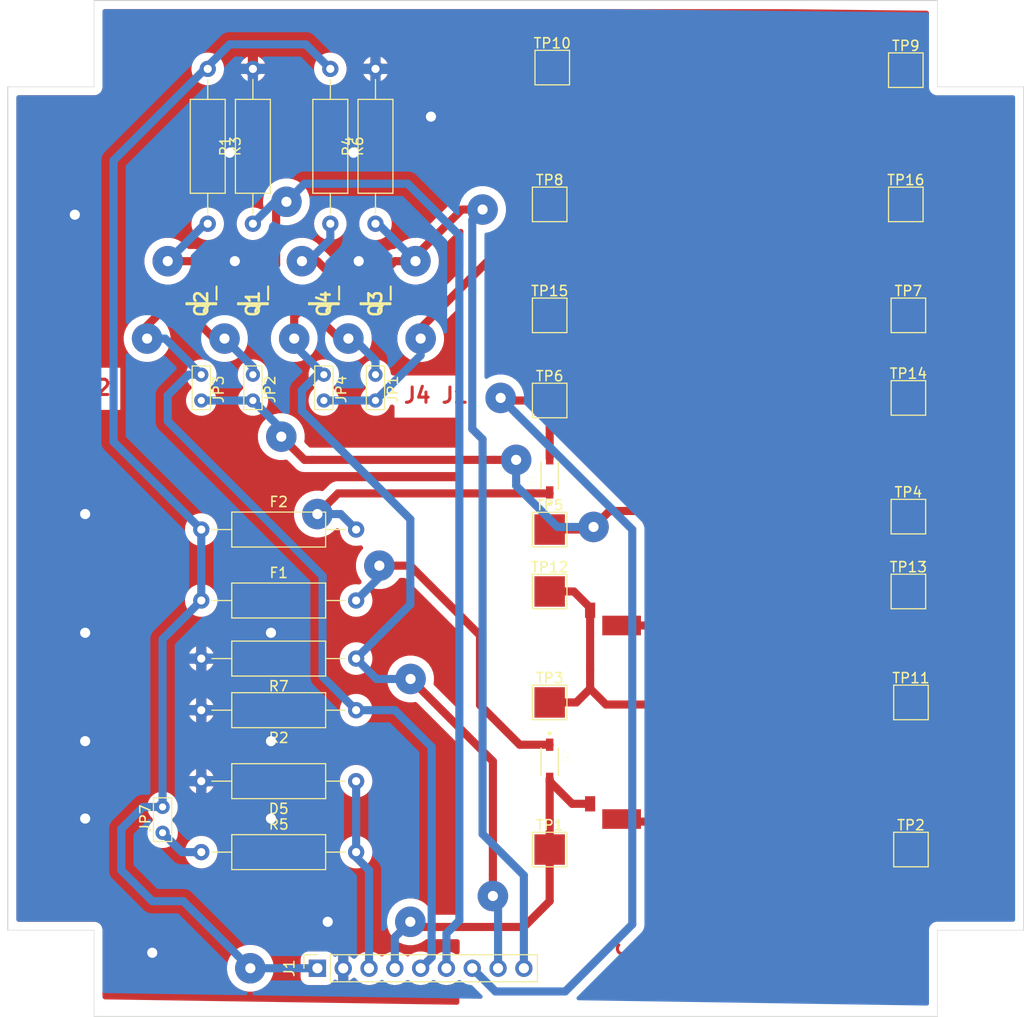
<source format=kicad_pcb>
(kicad_pcb (version 20171130) (host pcbnew 5.1.4+dfsg1-1)

  (general
    (thickness 1.6)
    (drawings 15)
    (tracks 261)
    (zones 0)
    (modules 46)
    (nets 25)
  )

  (page A4)
  (layers
    (0 F.Cu signal)
    (31 B.Cu signal)
    (32 B.Adhes user)
    (33 F.Adhes user)
    (34 B.Paste user)
    (35 F.Paste user)
    (36 B.SilkS user)
    (37 F.SilkS user)
    (38 B.Mask user)
    (39 F.Mask user)
    (40 Dwgs.User user)
    (41 Cmts.User user)
    (42 Eco1.User user)
    (43 Eco2.User user)
    (44 Edge.Cuts user)
    (45 Margin user)
    (46 B.CrtYd user)
    (47 F.CrtYd user)
    (48 B.Fab user)
    (49 F.Fab user)
  )

  (setup
    (last_trace_width 0.25)
    (user_trace_width 0.38)
    (user_trace_width 0.8)
    (trace_clearance 0.2)
    (zone_clearance 0.8)
    (zone_45_only yes)
    (trace_min 0.8)
    (via_size 0.8)
    (via_drill 0.4)
    (via_min_size 1)
    (via_min_drill 0.3)
    (user_via 3 1)
    (uvia_size 0.3)
    (uvia_drill 0.1)
    (uvias_allowed no)
    (uvia_min_size 0.2)
    (uvia_min_drill 0.1)
    (edge_width 0.05)
    (segment_width 0.2)
    (pcb_text_width 0.3)
    (pcb_text_size 1.5 1.5)
    (mod_edge_width 0.12)
    (mod_text_size 1 1)
    (mod_text_width 0.15)
    (pad_size 1.524 1.524)
    (pad_drill 0.762)
    (pad_to_mask_clearance 0.051)
    (solder_mask_min_width 0.25)
    (aux_axis_origin 0 0)
    (visible_elements FFFFFF7F)
    (pcbplotparams
      (layerselection 0x01000_ffffffff)
      (usegerberextensions false)
      (usegerberattributes false)
      (usegerberadvancedattributes false)
      (creategerberjobfile false)
      (excludeedgelayer true)
      (linewidth 0.100000)
      (plotframeref false)
      (viasonmask false)
      (mode 1)
      (useauxorigin false)
      (hpglpennumber 1)
      (hpglpenspeed 20)
      (hpglpendiameter 15.000000)
      (psnegative false)
      (psa4output false)
      (plotreference true)
      (plotvalue true)
      (plotinvisibletext false)
      (padsonsilk false)
      (subtractmaskfromsilk false)
      (outputformat 1)
      (mirror false)
      (drillshape 0)
      (scaleselection 1)
      (outputdirectory "./"))
  )

  (net 0 "")
  (net 1 "Net-(SC1-Pad2)")
  (net 2 "Net-(SC2-Pad2)")
  (net 3 "Net-(SC3-Pad2)")
  (net 4 "Net-(JP2-Pad1)")
  (net 5 AMPERMETER1)
  (net 6 VOLTMETER2)
  (net 7 "Net-(SC5-Pad2)")
  (net 8 "Net-(SC6-Pad2)")
  (net 9 "Net-(SC7-Pad2)")
  (net 10 VOLTMETER1)
  (net 11 AMPERMETER2)
  (net 12 "Net-(D1-Pad1)")
  (net 13 "Net-(D2-Pad1)")
  (net 14 V_REF)
  (net 15 GND)
  (net 16 +VSW)
  (net 17 BNK1_CONTROL)
  (net 18 BNK2_CONTROL)
  (net 19 "Net-(JP1-Pad1)")
  (net 20 "Net-(JP1-Pad2)")
  (net 21 "Net-(JP2-Pad2)")
  (net 22 "Net-(JP7-Pad2)")
  (net 23 "Net-(Q1-Pad2)")
  (net 24 "Net-(Q3-Pad2)")

  (net_class Default "Ceci est la Netclass par défaut."
    (clearance 0.2)
    (trace_width 0.25)
    (via_dia 0.8)
    (via_drill 0.4)
    (uvia_dia 0.3)
    (uvia_drill 0.1)
    (add_net +VSW)
    (add_net AMPERMETER1)
    (add_net AMPERMETER2)
    (add_net BNK1_CONTROL)
    (add_net BNK2_CONTROL)
    (add_net GND)
    (add_net "Net-(D1-Pad1)")
    (add_net "Net-(D2-Pad1)")
    (add_net "Net-(JP1-Pad1)")
    (add_net "Net-(JP1-Pad2)")
    (add_net "Net-(JP2-Pad1)")
    (add_net "Net-(JP2-Pad2)")
    (add_net "Net-(JP7-Pad2)")
    (add_net "Net-(Q1-Pad2)")
    (add_net "Net-(Q3-Pad2)")
    (add_net "Net-(SC1-Pad2)")
    (add_net "Net-(SC2-Pad2)")
    (add_net "Net-(SC3-Pad2)")
    (add_net "Net-(SC5-Pad2)")
    (add_net "Net-(SC6-Pad2)")
    (add_net "Net-(SC7-Pad2)")
    (add_net VOLTMETER1)
    (add_net VOLTMETER2)
    (add_net V_REF)
  )

  (module panneaux_solaires:TestPoint_Bridge_Pitch2.54mm_Drill0.7mm (layer F.Cu) (tedit 5E4433AD) (tstamp 5E44998A)
    (at 74.93 58.42 90)
    (descr "wire loop as test point, pitch 2.0mm, hole diameter 0.7mm, wire diameter 0.5mm")
    (tags "test point wire loop")
    (path /5E5C0EBE)
    (fp_text reference JP2 (at 1.1 1.7 90) (layer F.SilkS)
      (effects (font (size 1 1) (thickness 0.15)))
    )
    (fp_text value Jumper_2_Bridged (at 1 -1.7 90) (layer F.Fab)
      (effects (font (size 1 1) (thickness 0.15)))
    )
    (fp_text user %R (at 1.1 1.7 90) (layer F.Fab)
      (effects (font (size 1 1) (thickness 0.15)))
    )
    (fp_line (start 3.4 0.9) (end -0.9 0.9) (layer F.SilkS) (width 0.12))
    (fp_line (start -0.9 -0.9) (end 3.4 -0.9) (layer F.SilkS) (width 0.12))
    (fp_line (start 2.54 0) (end 0 0) (layer F.Fab) (width 0.12))
    (fp_line (start -0.9 -0.9) (end -0.9 0.9) (layer F.SilkS) (width 0.12))
    (fp_line (start 3.4 0.9) (end 3.4 -0.9) (layer F.SilkS) (width 0.12))
    (fp_line (start -1.2 -1.2) (end 3.74 -1.2) (layer F.CrtYd) (width 0.05))
    (fp_line (start -1.2 -1.2) (end -1.2 1.2) (layer F.CrtYd) (width 0.05))
    (fp_line (start 3.74 1.2) (end 3.74 -1.2) (layer F.CrtYd) (width 0.05))
    (fp_line (start 3.74 1.2) (end -1.2 1.2) (layer F.CrtYd) (width 0.05))
    (pad 1 thru_hole circle (at 0 0 90) (size 1.4 1.4) (drill 0.7) (layers *.Cu *.Mask)
      (net 4 "Net-(JP2-Pad1)"))
    (pad 2 thru_hole circle (at 2.54 0 90) (size 1.4 1.4) (drill 0.7) (layers *.Cu *.Mask)
      (net 21 "Net-(JP2-Pad2)"))
    (model ${KISYS3DMOD}/TestPoint.3dshapes/TestPoint_Bridge_Pitch2.54mm_Drill0.7mm.wrl
      (at (xyz 0 0 0))
      (scale (xyz 1 1 1))
      (rotate (xyz 0 0 0))
    )
  )

  (module panneaux_solaires:SOD3715X135N (layer F.Cu) (tedit 5E45496E) (tstamp 5E470AB0)
    (at 104.14 65.786 90)
    (path /5E548301)
    (fp_text reference D1 (at -0.568 -1.6064 90) (layer F.SilkS)
      (effects (font (size 0.64 0.64) (thickness 0.015)))
    )
    (fp_text value D_Schottky (at 2.1768 1.5936 90) (layer F.Fab)
      (effects (font (size 0.64 0.64) (thickness 0.015)))
    )
    (fp_line (start -1.43 0.85) (end -1.43 -0.85) (layer F.Fab) (width 0.127))
    (fp_line (start -1.43 -0.85) (end 1.43 -0.85) (layer F.Fab) (width 0.127))
    (fp_line (start 1.43 -0.85) (end 1.43 0.85) (layer F.Fab) (width 0.127))
    (fp_line (start 1.43 0.85) (end -1.43 0.85) (layer F.Fab) (width 0.127))
    (fp_line (start -1.35 -0.85) (end 1.35 -0.85) (layer F.SilkS) (width 0.127))
    (fp_line (start -1.35 0.85) (end 1.35 0.85) (layer F.SilkS) (width 0.127))
    (fp_line (start -2.54 1.1) (end -2.54 -1.1) (layer F.CrtYd) (width 0.05))
    (fp_line (start -2.54 -1.1) (end 2.54 -1.1) (layer F.CrtYd) (width 0.05))
    (fp_line (start 2.54 -1.1) (end 2.54 1.1) (layer F.CrtYd) (width 0.05))
    (fp_line (start 2.54 1.1) (end -2.54 1.1) (layer F.CrtYd) (width 0.05))
    (fp_circle (center -2.8 0) (end -2.7 0) (layer F.SilkS) (width 0.2))
    (fp_circle (center -2.8 0) (end -2.7 0) (layer F.Fab) (width 0.2))
    (pad 1 smd rect (at -1.68 0 90) (size 1.21 0.73) (layers F.Cu F.Paste F.Mask)
      (net 12 "Net-(D1-Pad1)"))
    (pad 2 smd rect (at 1.68 0 90) (size 1.21 0.73) (layers F.Cu F.Paste F.Mask)
      (net 6 VOLTMETER2))
  )

  (module panneaux_solaires:R_Axial_DIN0309_L9.0mm_D3.2mm_P15.24mm_Horizontal (layer F.Cu) (tedit 5AE5139B) (tstamp 5E470AC7)
    (at 85.09 95.885 180)
    (descr "Resistor, Axial_DIN0309 series, Axial, Horizontal, pin pitch=15.24mm, 0.5W = 1/2W, length*diameter=9*3.2mm^2, http://cdn-reichelt.de/documents/datenblatt/B400/1_4W%23YAG.pdf")
    (tags "Resistor Axial_DIN0309 series Axial Horizontal pin pitch 15.24mm 0.5W = 1/2W length 9mm diameter 3.2mm")
    (path /5E470E93)
    (fp_text reference D5 (at 7.62 -2.72) (layer F.SilkS)
      (effects (font (size 1 1) (thickness 0.15)))
    )
    (fp_text value D_Zener (at 7.62 2.72) (layer F.Fab)
      (effects (font (size 1 1) (thickness 0.15)))
    )
    (fp_line (start 3.12 -1.6) (end 3.12 1.6) (layer F.Fab) (width 0.1))
    (fp_line (start 3.12 1.6) (end 12.12 1.6) (layer F.Fab) (width 0.1))
    (fp_line (start 12.12 1.6) (end 12.12 -1.6) (layer F.Fab) (width 0.1))
    (fp_line (start 12.12 -1.6) (end 3.12 -1.6) (layer F.Fab) (width 0.1))
    (fp_line (start 0 0) (end 3.12 0) (layer F.Fab) (width 0.1))
    (fp_line (start 15.24 0) (end 12.12 0) (layer F.Fab) (width 0.1))
    (fp_line (start 3 -1.72) (end 3 1.72) (layer F.SilkS) (width 0.12))
    (fp_line (start 3 1.72) (end 12.24 1.72) (layer F.SilkS) (width 0.12))
    (fp_line (start 12.24 1.72) (end 12.24 -1.72) (layer F.SilkS) (width 0.12))
    (fp_line (start 12.24 -1.72) (end 3 -1.72) (layer F.SilkS) (width 0.12))
    (fp_line (start 1.04 0) (end 3 0) (layer F.SilkS) (width 0.12))
    (fp_line (start 14.2 0) (end 12.24 0) (layer F.SilkS) (width 0.12))
    (fp_line (start -1.05 -1.85) (end -1.05 1.85) (layer F.CrtYd) (width 0.05))
    (fp_line (start -1.05 1.85) (end 16.29 1.85) (layer F.CrtYd) (width 0.05))
    (fp_line (start 16.29 1.85) (end 16.29 -1.85) (layer F.CrtYd) (width 0.05))
    (fp_line (start 16.29 -1.85) (end -1.05 -1.85) (layer F.CrtYd) (width 0.05))
    (fp_text user %R (at 7.62 0) (layer F.Fab)
      (effects (font (size 1 1) (thickness 0.15)))
    )
    (pad 1 thru_hole circle (at 0 0 180) (size 1.6 1.6) (drill 0.8) (layers *.Cu *.Mask)
      (net 14 V_REF))
    (pad 2 thru_hole oval (at 15.24 0 180) (size 1.6 1.6) (drill 0.8) (layers *.Cu *.Mask)
      (net 15 GND))
    (model ${KISYS3DMOD}/Resistor_THT.3dshapes/R_Axial_DIN0309_L9.0mm_D3.2mm_P15.24mm_Horizontal.wrl
      (at (xyz 0 0 0))
      (scale (xyz 1 1 1))
      (rotate (xyz 0 0 0))
    )
  )

  (module panneaux_solaires:R_Axial_DIN0309_L9.0mm_D3.2mm_P15.24mm_Horizontal (layer F.Cu) (tedit 5AE5139B) (tstamp 5E470ADE)
    (at 69.85 78.105)
    (descr "Resistor, Axial_DIN0309 series, Axial, Horizontal, pin pitch=15.24mm, 0.5W = 1/2W, length*diameter=9*3.2mm^2, http://cdn-reichelt.de/documents/datenblatt/B400/1_4W%23YAG.pdf")
    (tags "Resistor Axial_DIN0309 series Axial Horizontal pin pitch 15.24mm 0.5W = 1/2W length 9mm diameter 3.2mm")
    (path /5E446EA0)
    (fp_text reference F1 (at 7.62 -2.72) (layer F.SilkS)
      (effects (font (size 1 1) (thickness 0.15)))
    )
    (fp_text value Fuse_Small (at 7.62 2.72) (layer F.Fab)
      (effects (font (size 1 1) (thickness 0.15)))
    )
    (fp_text user %R (at 7.62 0) (layer F.Fab)
      (effects (font (size 1 1) (thickness 0.15)))
    )
    (fp_line (start 16.29 -1.85) (end -1.05 -1.85) (layer F.CrtYd) (width 0.05))
    (fp_line (start 16.29 1.85) (end 16.29 -1.85) (layer F.CrtYd) (width 0.05))
    (fp_line (start -1.05 1.85) (end 16.29 1.85) (layer F.CrtYd) (width 0.05))
    (fp_line (start -1.05 -1.85) (end -1.05 1.85) (layer F.CrtYd) (width 0.05))
    (fp_line (start 14.2 0) (end 12.24 0) (layer F.SilkS) (width 0.12))
    (fp_line (start 1.04 0) (end 3 0) (layer F.SilkS) (width 0.12))
    (fp_line (start 12.24 -1.72) (end 3 -1.72) (layer F.SilkS) (width 0.12))
    (fp_line (start 12.24 1.72) (end 12.24 -1.72) (layer F.SilkS) (width 0.12))
    (fp_line (start 3 1.72) (end 12.24 1.72) (layer F.SilkS) (width 0.12))
    (fp_line (start 3 -1.72) (end 3 1.72) (layer F.SilkS) (width 0.12))
    (fp_line (start 15.24 0) (end 12.12 0) (layer F.Fab) (width 0.1))
    (fp_line (start 0 0) (end 3.12 0) (layer F.Fab) (width 0.1))
    (fp_line (start 12.12 -1.6) (end 3.12 -1.6) (layer F.Fab) (width 0.1))
    (fp_line (start 12.12 1.6) (end 12.12 -1.6) (layer F.Fab) (width 0.1))
    (fp_line (start 3.12 1.6) (end 12.12 1.6) (layer F.Fab) (width 0.1))
    (fp_line (start 3.12 -1.6) (end 3.12 1.6) (layer F.Fab) (width 0.1))
    (pad 2 thru_hole oval (at 15.24 0) (size 1.6 1.6) (drill 0.8) (layers *.Cu *.Mask)
      (net 13 "Net-(D2-Pad1)"))
    (pad 1 thru_hole circle (at 0 0) (size 1.6 1.6) (drill 0.8) (layers *.Cu *.Mask)
      (net 16 +VSW))
    (model ${KISYS3DMOD}/Resistor_THT.3dshapes/R_Axial_DIN0309_L9.0mm_D3.2mm_P15.24mm_Horizontal.wrl
      (at (xyz 0 0 0))
      (scale (xyz 1 1 1))
      (rotate (xyz 0 0 0))
    )
  )

  (module panneaux_solaires:R_Axial_DIN0309_L9.0mm_D3.2mm_P15.24mm_Horizontal (layer F.Cu) (tedit 5AE5139B) (tstamp 5E470AF5)
    (at 69.85 71.12)
    (descr "Resistor, Axial_DIN0309 series, Axial, Horizontal, pin pitch=15.24mm, 0.5W = 1/2W, length*diameter=9*3.2mm^2, http://cdn-reichelt.de/documents/datenblatt/B400/1_4W%23YAG.pdf")
    (tags "Resistor Axial_DIN0309 series Axial Horizontal pin pitch 15.24mm 0.5W = 1/2W length 9mm diameter 3.2mm")
    (path /5E548312)
    (fp_text reference F2 (at 7.62 -2.72) (layer F.SilkS)
      (effects (font (size 1 1) (thickness 0.15)))
    )
    (fp_text value Fuse_Small (at 7.62 2.72) (layer F.Fab)
      (effects (font (size 1 1) (thickness 0.15)))
    )
    (fp_line (start 3.12 -1.6) (end 3.12 1.6) (layer F.Fab) (width 0.1))
    (fp_line (start 3.12 1.6) (end 12.12 1.6) (layer F.Fab) (width 0.1))
    (fp_line (start 12.12 1.6) (end 12.12 -1.6) (layer F.Fab) (width 0.1))
    (fp_line (start 12.12 -1.6) (end 3.12 -1.6) (layer F.Fab) (width 0.1))
    (fp_line (start 0 0) (end 3.12 0) (layer F.Fab) (width 0.1))
    (fp_line (start 15.24 0) (end 12.12 0) (layer F.Fab) (width 0.1))
    (fp_line (start 3 -1.72) (end 3 1.72) (layer F.SilkS) (width 0.12))
    (fp_line (start 3 1.72) (end 12.24 1.72) (layer F.SilkS) (width 0.12))
    (fp_line (start 12.24 1.72) (end 12.24 -1.72) (layer F.SilkS) (width 0.12))
    (fp_line (start 12.24 -1.72) (end 3 -1.72) (layer F.SilkS) (width 0.12))
    (fp_line (start 1.04 0) (end 3 0) (layer F.SilkS) (width 0.12))
    (fp_line (start 14.2 0) (end 12.24 0) (layer F.SilkS) (width 0.12))
    (fp_line (start -1.05 -1.85) (end -1.05 1.85) (layer F.CrtYd) (width 0.05))
    (fp_line (start -1.05 1.85) (end 16.29 1.85) (layer F.CrtYd) (width 0.05))
    (fp_line (start 16.29 1.85) (end 16.29 -1.85) (layer F.CrtYd) (width 0.05))
    (fp_line (start 16.29 -1.85) (end -1.05 -1.85) (layer F.CrtYd) (width 0.05))
    (fp_text user %R (at 7.62 0) (layer F.Fab)
      (effects (font (size 1 1) (thickness 0.15)))
    )
    (pad 1 thru_hole circle (at 0 0) (size 1.6 1.6) (drill 0.8) (layers *.Cu *.Mask)
      (net 16 +VSW))
    (pad 2 thru_hole oval (at 15.24 0) (size 1.6 1.6) (drill 0.8) (layers *.Cu *.Mask)
      (net 12 "Net-(D1-Pad1)"))
    (model ${KISYS3DMOD}/Resistor_THT.3dshapes/R_Axial_DIN0309_L9.0mm_D3.2mm_P15.24mm_Horizontal.wrl
      (at (xyz 0 0 0))
      (scale (xyz 1 1 1))
      (rotate (xyz 0 0 0))
    )
  )

  (module Connector_PinSocket_2.54mm:PinSocket_1x09_P2.54mm_Vertical (layer F.Cu) (tedit 5A19A431) (tstamp 5E470B12)
    (at 81.28 114.3 90)
    (descr "Through hole straight socket strip, 1x09, 2.54mm pitch, single row (from Kicad 4.0.7), script generated")
    (tags "Through hole socket strip THT 1x09 2.54mm single row")
    (path /5E49450D)
    (fp_text reference J1 (at 0 -2.77 90) (layer F.SilkS)
      (effects (font (size 1 1) (thickness 0.15)))
    )
    (fp_text value Conn_01x09 (at 0 23.09 90) (layer F.Fab)
      (effects (font (size 1 1) (thickness 0.15)))
    )
    (fp_line (start -1.27 -1.27) (end 0.635 -1.27) (layer F.Fab) (width 0.1))
    (fp_line (start 0.635 -1.27) (end 1.27 -0.635) (layer F.Fab) (width 0.1))
    (fp_line (start 1.27 -0.635) (end 1.27 21.59) (layer F.Fab) (width 0.1))
    (fp_line (start 1.27 21.59) (end -1.27 21.59) (layer F.Fab) (width 0.1))
    (fp_line (start -1.27 21.59) (end -1.27 -1.27) (layer F.Fab) (width 0.1))
    (fp_line (start -1.33 1.27) (end 1.33 1.27) (layer F.SilkS) (width 0.12))
    (fp_line (start -1.33 1.27) (end -1.33 21.65) (layer F.SilkS) (width 0.12))
    (fp_line (start -1.33 21.65) (end 1.33 21.65) (layer F.SilkS) (width 0.12))
    (fp_line (start 1.33 1.27) (end 1.33 21.65) (layer F.SilkS) (width 0.12))
    (fp_line (start 1.33 -1.33) (end 1.33 0) (layer F.SilkS) (width 0.12))
    (fp_line (start 0 -1.33) (end 1.33 -1.33) (layer F.SilkS) (width 0.12))
    (fp_line (start -1.8 -1.8) (end 1.75 -1.8) (layer F.CrtYd) (width 0.05))
    (fp_line (start 1.75 -1.8) (end 1.75 22.1) (layer F.CrtYd) (width 0.05))
    (fp_line (start 1.75 22.1) (end -1.8 22.1) (layer F.CrtYd) (width 0.05))
    (fp_line (start -1.8 22.1) (end -1.8 -1.8) (layer F.CrtYd) (width 0.05))
    (fp_text user %R (at 0 10.16) (layer F.Fab)
      (effects (font (size 1 1) (thickness 0.15)))
    )
    (pad 1 thru_hole rect (at 0 0 90) (size 1.7 1.7) (drill 1) (layers *.Cu *.Mask)
      (net 16 +VSW))
    (pad 2 thru_hole oval (at 0 2.54 90) (size 1.7 1.7) (drill 1) (layers *.Cu *.Mask)
      (net 15 GND))
    (pad 3 thru_hole oval (at 0 5.08 90) (size 1.7 1.7) (drill 1) (layers *.Cu *.Mask)
      (net 14 V_REF))
    (pad 4 thru_hole oval (at 0 7.62 90) (size 1.7 1.7) (drill 1) (layers *.Cu *.Mask)
      (net 10 VOLTMETER1))
    (pad 5 thru_hole oval (at 0 10.16 90) (size 1.7 1.7) (drill 1) (layers *.Cu *.Mask)
      (net 5 AMPERMETER1))
    (pad 6 thru_hole oval (at 0 12.7 90) (size 1.7 1.7) (drill 1) (layers *.Cu *.Mask)
      (net 17 BNK1_CONTROL))
    (pad 7 thru_hole oval (at 0 15.24 90) (size 1.7 1.7) (drill 1) (layers *.Cu *.Mask)
      (net 6 VOLTMETER2))
    (pad 8 thru_hole oval (at 0 17.78 90) (size 1.7 1.7) (drill 1) (layers *.Cu *.Mask)
      (net 11 AMPERMETER2))
    (pad 9 thru_hole oval (at 0 20.32 90) (size 1.7 1.7) (drill 1) (layers *.Cu *.Mask)
      (net 18 BNK2_CONTROL))
    (model ${KISYS3DMOD}/Connector_PinSocket_2.54mm.3dshapes/PinSocket_1x09_P2.54mm_Vertical.wrl
      (at (xyz 0 0 0))
      (scale (xyz 1 1 1))
      (rotate (xyz 0 0 0))
    )
  )

  (module panneaux_solaires:TestPoint_Bridge_Pitch2.54mm_Drill0.7mm (layer F.Cu) (tedit 5E4433AD) (tstamp 5E470B22)
    (at 86.995 58.42 90)
    (descr "wire loop as test point, pitch 2.0mm, hole diameter 0.7mm, wire diameter 0.5mm")
    (tags "test point wire loop")
    (path /5E54831F)
    (fp_text reference JP1 (at 1.1 1.7 90) (layer F.SilkS)
      (effects (font (size 1 1) (thickness 0.15)))
    )
    (fp_text value Jumper_2_Bridged (at 1 -1.7 90) (layer F.Fab)
      (effects (font (size 1 1) (thickness 0.15)))
    )
    (fp_text user %R (at 1.1 1.7 90) (layer F.Fab)
      (effects (font (size 1 1) (thickness 0.15)))
    )
    (fp_line (start 3.4 0.9) (end -0.9 0.9) (layer F.SilkS) (width 0.12))
    (fp_line (start -0.9 -0.9) (end 3.4 -0.9) (layer F.SilkS) (width 0.12))
    (fp_line (start 2.54 0) (end 0 0) (layer F.Fab) (width 0.12))
    (fp_line (start -0.9 -0.9) (end -0.9 0.9) (layer F.SilkS) (width 0.12))
    (fp_line (start 3.4 0.9) (end 3.4 -0.9) (layer F.SilkS) (width 0.12))
    (fp_line (start -1.2 -1.2) (end 3.74 -1.2) (layer F.CrtYd) (width 0.05))
    (fp_line (start -1.2 -1.2) (end -1.2 1.2) (layer F.CrtYd) (width 0.05))
    (fp_line (start 3.74 1.2) (end 3.74 -1.2) (layer F.CrtYd) (width 0.05))
    (fp_line (start 3.74 1.2) (end -1.2 1.2) (layer F.CrtYd) (width 0.05))
    (pad 1 thru_hole circle (at 0 0 90) (size 1.4 1.4) (drill 0.7) (layers *.Cu *.Mask)
      (net 19 "Net-(JP1-Pad1)"))
    (pad 2 thru_hole circle (at 2.54 0 90) (size 1.4 1.4) (drill 0.7) (layers *.Cu *.Mask)
      (net 20 "Net-(JP1-Pad2)"))
    (model ${KISYS3DMOD}/TestPoint.3dshapes/TestPoint_Bridge_Pitch2.54mm_Drill0.7mm.wrl
      (at (xyz 0 0 0))
      (scale (xyz 1 1 1))
      (rotate (xyz 0 0 0))
    )
  )

  (module panneaux_solaires:TestPoint_Bridge_Pitch2.54mm_Drill0.7mm (layer F.Cu) (tedit 5E4433AD) (tstamp 5E470B32)
    (at 69.85 58.42 90)
    (descr "wire loop as test point, pitch 2.0mm, hole diameter 0.7mm, wire diameter 0.5mm")
    (tags "test point wire loop")
    (path /5E5BD01F)
    (fp_text reference JP3 (at 1.1 1.7 90) (layer F.SilkS)
      (effects (font (size 1 1) (thickness 0.15)))
    )
    (fp_text value Jumper_2_Bridged (at 1 -1.7 90) (layer F.Fab)
      (effects (font (size 1 1) (thickness 0.15)))
    )
    (fp_line (start 3.74 1.2) (end -1.2 1.2) (layer F.CrtYd) (width 0.05))
    (fp_line (start 3.74 1.2) (end 3.74 -1.2) (layer F.CrtYd) (width 0.05))
    (fp_line (start -1.2 -1.2) (end -1.2 1.2) (layer F.CrtYd) (width 0.05))
    (fp_line (start -1.2 -1.2) (end 3.74 -1.2) (layer F.CrtYd) (width 0.05))
    (fp_line (start 3.4 0.9) (end 3.4 -0.9) (layer F.SilkS) (width 0.12))
    (fp_line (start -0.9 -0.9) (end -0.9 0.9) (layer F.SilkS) (width 0.12))
    (fp_line (start 2.54 0) (end 0 0) (layer F.Fab) (width 0.12))
    (fp_line (start -0.9 -0.9) (end 3.4 -0.9) (layer F.SilkS) (width 0.12))
    (fp_line (start 3.4 0.9) (end -0.9 0.9) (layer F.SilkS) (width 0.12))
    (fp_text user %R (at 1.1 1.7 90) (layer F.Fab)
      (effects (font (size 1 1) (thickness 0.15)))
    )
    (pad 2 thru_hole circle (at 2.54 0 90) (size 1.4 1.4) (drill 0.7) (layers *.Cu *.Mask)
      (net 5 AMPERMETER1))
    (pad 1 thru_hole circle (at 0 0 90) (size 1.4 1.4) (drill 0.7) (layers *.Cu *.Mask)
      (net 4 "Net-(JP2-Pad1)"))
    (model ${KISYS3DMOD}/TestPoint.3dshapes/TestPoint_Bridge_Pitch2.54mm_Drill0.7mm.wrl
      (at (xyz 0 0 0))
      (scale (xyz 1 1 1))
      (rotate (xyz 0 0 0))
    )
  )

  (module panneaux_solaires:TestPoint_Bridge_Pitch2.54mm_Drill0.7mm (layer F.Cu) (tedit 5E4433AD) (tstamp 5E470B42)
    (at 81.915 58.42 90)
    (descr "wire loop as test point, pitch 2.0mm, hole diameter 0.7mm, wire diameter 0.5mm")
    (tags "test point wire loop")
    (path /5E548319)
    (fp_text reference JP4 (at 1.1 1.7 90) (layer F.SilkS)
      (effects (font (size 1 1) (thickness 0.15)))
    )
    (fp_text value Jumper_2_Bridged (at 1 -1.7 90) (layer F.Fab)
      (effects (font (size 1 1) (thickness 0.15)))
    )
    (fp_line (start 3.74 1.2) (end -1.2 1.2) (layer F.CrtYd) (width 0.05))
    (fp_line (start 3.74 1.2) (end 3.74 -1.2) (layer F.CrtYd) (width 0.05))
    (fp_line (start -1.2 -1.2) (end -1.2 1.2) (layer F.CrtYd) (width 0.05))
    (fp_line (start -1.2 -1.2) (end 3.74 -1.2) (layer F.CrtYd) (width 0.05))
    (fp_line (start 3.4 0.9) (end 3.4 -0.9) (layer F.SilkS) (width 0.12))
    (fp_line (start -0.9 -0.9) (end -0.9 0.9) (layer F.SilkS) (width 0.12))
    (fp_line (start 2.54 0) (end 0 0) (layer F.Fab) (width 0.12))
    (fp_line (start -0.9 -0.9) (end 3.4 -0.9) (layer F.SilkS) (width 0.12))
    (fp_line (start 3.4 0.9) (end -0.9 0.9) (layer F.SilkS) (width 0.12))
    (fp_text user %R (at 1.1 1.7 90) (layer F.Fab)
      (effects (font (size 1 1) (thickness 0.15)))
    )
    (pad 2 thru_hole circle (at 2.54 0 90) (size 1.4 1.4) (drill 0.7) (layers *.Cu *.Mask)
      (net 11 AMPERMETER2))
    (pad 1 thru_hole circle (at 0 0 90) (size 1.4 1.4) (drill 0.7) (layers *.Cu *.Mask)
      (net 19 "Net-(JP1-Pad1)"))
    (model ${KISYS3DMOD}/TestPoint.3dshapes/TestPoint_Bridge_Pitch2.54mm_Drill0.7mm.wrl
      (at (xyz 0 0 0))
      (scale (xyz 1 1 1))
      (rotate (xyz 0 0 0))
    )
  )

  (module panneaux_solaires:TestPoint_Bridge_Pitch2.54mm_Drill0.7mm (layer F.Cu) (tedit 5E4433AD) (tstamp 5E470B52)
    (at 66.04 98.425 270)
    (descr "wire loop as test point, pitch 2.0mm, hole diameter 0.7mm, wire diameter 0.5mm")
    (tags "test point wire loop")
    (path /5E5D5394)
    (fp_text reference JP7 (at 1.1 1.7 90) (layer F.SilkS)
      (effects (font (size 1 1) (thickness 0.15)))
    )
    (fp_text value Jumper_2_Bridged (at 1 -1.7 90) (layer F.Fab)
      (effects (font (size 1 1) (thickness 0.15)))
    )
    (fp_text user %R (at 1.1 1.7 90) (layer F.Fab)
      (effects (font (size 1 1) (thickness 0.15)))
    )
    (fp_line (start 3.4 0.9) (end -0.9 0.9) (layer F.SilkS) (width 0.12))
    (fp_line (start -0.9 -0.9) (end 3.4 -0.9) (layer F.SilkS) (width 0.12))
    (fp_line (start 2.54 0) (end 0 0) (layer F.Fab) (width 0.12))
    (fp_line (start -0.9 -0.9) (end -0.9 0.9) (layer F.SilkS) (width 0.12))
    (fp_line (start 3.4 0.9) (end 3.4 -0.9) (layer F.SilkS) (width 0.12))
    (fp_line (start -1.2 -1.2) (end 3.74 -1.2) (layer F.CrtYd) (width 0.05))
    (fp_line (start -1.2 -1.2) (end -1.2 1.2) (layer F.CrtYd) (width 0.05))
    (fp_line (start 3.74 1.2) (end 3.74 -1.2) (layer F.CrtYd) (width 0.05))
    (fp_line (start 3.74 1.2) (end -1.2 1.2) (layer F.CrtYd) (width 0.05))
    (pad 1 thru_hole circle (at 0 0 270) (size 1.4 1.4) (drill 0.7) (layers *.Cu *.Mask)
      (net 16 +VSW))
    (pad 2 thru_hole circle (at 2.54 0 270) (size 1.4 1.4) (drill 0.7) (layers *.Cu *.Mask)
      (net 22 "Net-(JP7-Pad2)"))
    (model ${KISYS3DMOD}/TestPoint.3dshapes/TestPoint_Bridge_Pitch2.54mm_Drill0.7mm.wrl
      (at (xyz 0 0 0))
      (scale (xyz 1 1 1))
      (rotate (xyz 0 0 0))
    )
  )

  (module panneaux_solaires:RUR040N02HZGTL (layer F.Cu) (tedit 5E46B930) (tstamp 5E470B68)
    (at 74.93 48.895 270)
    (descr "SOT-23 (TO-236)")
    (tags "Integrated Circuit")
    (path /5E570176)
    (attr smd)
    (fp_text reference Q1 (at 0 0 90) (layer F.SilkS)
      (effects (font (size 1.27 1.27) (thickness 0.254)))
    )
    (fp_text value RUR040N02HZGTL (at -0.254 -3.429 90) (layer F.SilkS) hide
      (effects (font (size 1.27 1.27) (thickness 0.254)))
    )
    (fp_line (start -1.7 -1.5) (end -0.4 -1.5) (layer F.SilkS) (width 0.2))
    (fp_line (start -0.05 1.46) (end -0.05 -1.46) (layer F.SilkS) (width 0.2))
    (fp_line (start 0.05 1.46) (end -0.05 1.46) (layer F.SilkS) (width 0.2))
    (fp_line (start 0.05 -1.46) (end 0.05 1.46) (layer F.SilkS) (width 0.2))
    (fp_line (start -0.05 -1.46) (end 0.05 -1.46) (layer F.SilkS) (width 0.2))
    (fp_line (start -0.65 -0.51) (end 0.3 -1.46) (layer F.Fab) (width 0.1))
    (fp_line (start -0.65 1.46) (end -0.65 -1.46) (layer F.Fab) (width 0.1))
    (fp_line (start 0.65 1.46) (end -0.65 1.46) (layer F.Fab) (width 0.1))
    (fp_line (start 0.65 -1.46) (end 0.65 1.46) (layer F.Fab) (width 0.1))
    (fp_line (start -0.65 -1.46) (end 0.65 -1.46) (layer F.Fab) (width 0.1))
    (fp_line (start -1.95 1.77) (end -1.95 -1.77) (layer F.CrtYd) (width 0.05))
    (fp_line (start 1.95 1.77) (end -1.95 1.77) (layer F.CrtYd) (width 0.05))
    (fp_line (start 1.95 -1.77) (end 1.95 1.77) (layer F.CrtYd) (width 0.05))
    (fp_line (start -1.95 -1.77) (end 1.95 -1.77) (layer F.CrtYd) (width 0.05))
    (fp_text user %R (at 0 0 90) (layer F.Fab)
      (effects (font (size 1.27 1.27) (thickness 0.254)))
    )
    (pad 2 smd rect (at 1.05 0) (size 0.6 1.3) (layers F.Cu F.Paste F.Mask)
      (net 23 "Net-(Q1-Pad2)"))
    (pad 3 smd rect (at -1.05 0.95) (size 0.6 1.3) (layers F.Cu F.Paste F.Mask)
      (net 15 GND))
    (pad 1 smd rect (at -1.05 -0.95) (size 0.6 1.3) (layers F.Cu F.Paste F.Mask)
      (net 17 BNK1_CONTROL))
    (model SI2305CDS-T1-GE3.stp
      (at (xyz 0 0 0))
      (scale (xyz 1 1 1))
      (rotate (xyz 0 0 0))
    )
  )

  (module panneaux_solaires:RUR040N02HZGTL (layer F.Cu) (tedit 5E46B930) (tstamp 5E470B7E)
    (at 69.85 48.895 270)
    (descr "SOT-23 (TO-236)")
    (tags "Integrated Circuit")
    (path /5E579900)
    (attr smd)
    (fp_text reference Q2 (at 0 0 90) (layer F.SilkS)
      (effects (font (size 1.27 1.27) (thickness 0.254)))
    )
    (fp_text value RUR040N02HZGTL (at -0.254 -3.429 90) (layer F.SilkS) hide
      (effects (font (size 1.27 1.27) (thickness 0.254)))
    )
    (fp_text user %R (at 0 0 90) (layer F.Fab)
      (effects (font (size 1.27 1.27) (thickness 0.254)))
    )
    (fp_line (start -1.95 -1.77) (end 1.95 -1.77) (layer F.CrtYd) (width 0.05))
    (fp_line (start 1.95 -1.77) (end 1.95 1.77) (layer F.CrtYd) (width 0.05))
    (fp_line (start 1.95 1.77) (end -1.95 1.77) (layer F.CrtYd) (width 0.05))
    (fp_line (start -1.95 1.77) (end -1.95 -1.77) (layer F.CrtYd) (width 0.05))
    (fp_line (start -0.65 -1.46) (end 0.65 -1.46) (layer F.Fab) (width 0.1))
    (fp_line (start 0.65 -1.46) (end 0.65 1.46) (layer F.Fab) (width 0.1))
    (fp_line (start 0.65 1.46) (end -0.65 1.46) (layer F.Fab) (width 0.1))
    (fp_line (start -0.65 1.46) (end -0.65 -1.46) (layer F.Fab) (width 0.1))
    (fp_line (start -0.65 -0.51) (end 0.3 -1.46) (layer F.Fab) (width 0.1))
    (fp_line (start -0.05 -1.46) (end 0.05 -1.46) (layer F.SilkS) (width 0.2))
    (fp_line (start 0.05 -1.46) (end 0.05 1.46) (layer F.SilkS) (width 0.2))
    (fp_line (start 0.05 1.46) (end -0.05 1.46) (layer F.SilkS) (width 0.2))
    (fp_line (start -0.05 1.46) (end -0.05 -1.46) (layer F.SilkS) (width 0.2))
    (fp_line (start -1.7 -1.5) (end -0.4 -1.5) (layer F.SilkS) (width 0.2))
    (pad 1 smd rect (at -1.05 -0.95) (size 0.6 1.3) (layers F.Cu F.Paste F.Mask)
      (net 23 "Net-(Q1-Pad2)"))
    (pad 3 smd rect (at -1.05 0.95) (size 0.6 1.3) (layers F.Cu F.Paste F.Mask)
      (net 5 AMPERMETER1))
    (pad 2 smd rect (at 1.05 0) (size 0.6 1.3) (layers F.Cu F.Paste F.Mask)
      (net 21 "Net-(JP2-Pad2)"))
    (model SI2305CDS-T1-GE3.stp
      (at (xyz 0 0 0))
      (scale (xyz 1 1 1))
      (rotate (xyz 0 0 0))
    )
  )

  (module panneaux_solaires:RUR040N02HZGTL (layer F.Cu) (tedit 5E46B930) (tstamp 5E470B94)
    (at 86.995 48.895 270)
    (descr "SOT-23 (TO-236)")
    (tags "Integrated Circuit")
    (path /5E57AC97)
    (attr smd)
    (fp_text reference Q3 (at 0 0 90) (layer F.SilkS)
      (effects (font (size 1.27 1.27) (thickness 0.254)))
    )
    (fp_text value RUR040N02HZGTL (at -0.254 -3.429 90) (layer F.SilkS) hide
      (effects (font (size 1.27 1.27) (thickness 0.254)))
    )
    (fp_line (start -1.7 -1.5) (end -0.4 -1.5) (layer F.SilkS) (width 0.2))
    (fp_line (start -0.05 1.46) (end -0.05 -1.46) (layer F.SilkS) (width 0.2))
    (fp_line (start 0.05 1.46) (end -0.05 1.46) (layer F.SilkS) (width 0.2))
    (fp_line (start 0.05 -1.46) (end 0.05 1.46) (layer F.SilkS) (width 0.2))
    (fp_line (start -0.05 -1.46) (end 0.05 -1.46) (layer F.SilkS) (width 0.2))
    (fp_line (start -0.65 -0.51) (end 0.3 -1.46) (layer F.Fab) (width 0.1))
    (fp_line (start -0.65 1.46) (end -0.65 -1.46) (layer F.Fab) (width 0.1))
    (fp_line (start 0.65 1.46) (end -0.65 1.46) (layer F.Fab) (width 0.1))
    (fp_line (start 0.65 -1.46) (end 0.65 1.46) (layer F.Fab) (width 0.1))
    (fp_line (start -0.65 -1.46) (end 0.65 -1.46) (layer F.Fab) (width 0.1))
    (fp_line (start -1.95 1.77) (end -1.95 -1.77) (layer F.CrtYd) (width 0.05))
    (fp_line (start 1.95 1.77) (end -1.95 1.77) (layer F.CrtYd) (width 0.05))
    (fp_line (start 1.95 -1.77) (end 1.95 1.77) (layer F.CrtYd) (width 0.05))
    (fp_line (start -1.95 -1.77) (end 1.95 -1.77) (layer F.CrtYd) (width 0.05))
    (fp_text user %R (at 0 0 90) (layer F.Fab)
      (effects (font (size 1.27 1.27) (thickness 0.254)))
    )
    (pad 2 smd rect (at 1.05 0) (size 0.6 1.3) (layers F.Cu F.Paste F.Mask)
      (net 24 "Net-(Q3-Pad2)"))
    (pad 3 smd rect (at -1.05 0.95) (size 0.6 1.3) (layers F.Cu F.Paste F.Mask)
      (net 15 GND))
    (pad 1 smd rect (at -1.05 -0.95) (size 0.6 1.3) (layers F.Cu F.Paste F.Mask)
      (net 18 BNK2_CONTROL))
    (model SI2305CDS-T1-GE3.stp
      (at (xyz 0 0 0))
      (scale (xyz 1 1 1))
      (rotate (xyz 0 0 0))
    )
  )

  (module panneaux_solaires:RUR040N02HZGTL (layer F.Cu) (tedit 5E46B930) (tstamp 5E470BAA)
    (at 81.915 48.895 270)
    (descr "SOT-23 (TO-236)")
    (tags "Integrated Circuit")
    (path /5E57BE87)
    (attr smd)
    (fp_text reference Q4 (at 0 0 90) (layer F.SilkS)
      (effects (font (size 1.27 1.27) (thickness 0.254)))
    )
    (fp_text value RUR040N02HZGTL (at -0.254 -3.429 90) (layer F.SilkS) hide
      (effects (font (size 1.27 1.27) (thickness 0.254)))
    )
    (fp_text user %R (at 0 0 90) (layer F.Fab)
      (effects (font (size 1.27 1.27) (thickness 0.254)))
    )
    (fp_line (start -1.95 -1.77) (end 1.95 -1.77) (layer F.CrtYd) (width 0.05))
    (fp_line (start 1.95 -1.77) (end 1.95 1.77) (layer F.CrtYd) (width 0.05))
    (fp_line (start 1.95 1.77) (end -1.95 1.77) (layer F.CrtYd) (width 0.05))
    (fp_line (start -1.95 1.77) (end -1.95 -1.77) (layer F.CrtYd) (width 0.05))
    (fp_line (start -0.65 -1.46) (end 0.65 -1.46) (layer F.Fab) (width 0.1))
    (fp_line (start 0.65 -1.46) (end 0.65 1.46) (layer F.Fab) (width 0.1))
    (fp_line (start 0.65 1.46) (end -0.65 1.46) (layer F.Fab) (width 0.1))
    (fp_line (start -0.65 1.46) (end -0.65 -1.46) (layer F.Fab) (width 0.1))
    (fp_line (start -0.65 -0.51) (end 0.3 -1.46) (layer F.Fab) (width 0.1))
    (fp_line (start -0.05 -1.46) (end 0.05 -1.46) (layer F.SilkS) (width 0.2))
    (fp_line (start 0.05 -1.46) (end 0.05 1.46) (layer F.SilkS) (width 0.2))
    (fp_line (start 0.05 1.46) (end -0.05 1.46) (layer F.SilkS) (width 0.2))
    (fp_line (start -0.05 1.46) (end -0.05 -1.46) (layer F.SilkS) (width 0.2))
    (fp_line (start -1.7 -1.5) (end -0.4 -1.5) (layer F.SilkS) (width 0.2))
    (pad 1 smd rect (at -1.05 -0.95) (size 0.6 1.3) (layers F.Cu F.Paste F.Mask)
      (net 24 "Net-(Q3-Pad2)"))
    (pad 3 smd rect (at -1.05 0.95) (size 0.6 1.3) (layers F.Cu F.Paste F.Mask)
      (net 11 AMPERMETER2))
    (pad 2 smd rect (at 1.05 0) (size 0.6 1.3) (layers F.Cu F.Paste F.Mask)
      (net 20 "Net-(JP1-Pad2)"))
    (model SI2305CDS-T1-GE3.stp
      (at (xyz 0 0 0))
      (scale (xyz 1 1 1))
      (rotate (xyz 0 0 0))
    )
  )

  (module panneaux_solaires:R_Axial_DIN0309_L9.0mm_D3.2mm_P15.24mm_Horizontal (layer F.Cu) (tedit 5AE5139B) (tstamp 5E470BC1)
    (at 74.93 41.021 90)
    (descr "Resistor, Axial_DIN0309 series, Axial, Horizontal, pin pitch=15.24mm, 0.5W = 1/2W, length*diameter=9*3.2mm^2, http://cdn-reichelt.de/documents/datenblatt/B400/1_4W%23YAG.pdf")
    (tags "Resistor Axial_DIN0309 series Axial Horizontal pin pitch 15.24mm 0.5W = 1/2W length 9mm diameter 3.2mm")
    (path /5E4AEF3E)
    (fp_text reference R1 (at 7.62 -2.72 90) (layer F.SilkS)
      (effects (font (size 1 1) (thickness 0.15)))
    )
    (fp_text value 20R (at 7.62 2.72 90) (layer F.Fab)
      (effects (font (size 1 1) (thickness 0.15)))
    )
    (fp_line (start 3.12 -1.6) (end 3.12 1.6) (layer F.Fab) (width 0.1))
    (fp_line (start 3.12 1.6) (end 12.12 1.6) (layer F.Fab) (width 0.1))
    (fp_line (start 12.12 1.6) (end 12.12 -1.6) (layer F.Fab) (width 0.1))
    (fp_line (start 12.12 -1.6) (end 3.12 -1.6) (layer F.Fab) (width 0.1))
    (fp_line (start 0 0) (end 3.12 0) (layer F.Fab) (width 0.1))
    (fp_line (start 15.24 0) (end 12.12 0) (layer F.Fab) (width 0.1))
    (fp_line (start 3 -1.72) (end 3 1.72) (layer F.SilkS) (width 0.12))
    (fp_line (start 3 1.72) (end 12.24 1.72) (layer F.SilkS) (width 0.12))
    (fp_line (start 12.24 1.72) (end 12.24 -1.72) (layer F.SilkS) (width 0.12))
    (fp_line (start 12.24 -1.72) (end 3 -1.72) (layer F.SilkS) (width 0.12))
    (fp_line (start 1.04 0) (end 3 0) (layer F.SilkS) (width 0.12))
    (fp_line (start 14.2 0) (end 12.24 0) (layer F.SilkS) (width 0.12))
    (fp_line (start -1.05 -1.85) (end -1.05 1.85) (layer F.CrtYd) (width 0.05))
    (fp_line (start -1.05 1.85) (end 16.29 1.85) (layer F.CrtYd) (width 0.05))
    (fp_line (start 16.29 1.85) (end 16.29 -1.85) (layer F.CrtYd) (width 0.05))
    (fp_line (start 16.29 -1.85) (end -1.05 -1.85) (layer F.CrtYd) (width 0.05))
    (fp_text user %R (at 7.62 0 90) (layer F.Fab)
      (effects (font (size 1 1) (thickness 0.15)))
    )
    (pad 1 thru_hole circle (at 0 0 90) (size 1.6 1.6) (drill 0.8) (layers *.Cu *.Mask)
      (net 17 BNK1_CONTROL))
    (pad 2 thru_hole oval (at 15.24 0 90) (size 1.6 1.6) (drill 0.8) (layers *.Cu *.Mask)
      (net 15 GND))
    (model ${KISYS3DMOD}/Resistor_THT.3dshapes/R_Axial_DIN0309_L9.0mm_D3.2mm_P15.24mm_Horizontal.wrl
      (at (xyz 0 0 0))
      (scale (xyz 1 1 1))
      (rotate (xyz 0 0 0))
    )
  )

  (module panneaux_solaires:R_Axial_DIN0309_L9.0mm_D3.2mm_P15.24mm_Horizontal (layer F.Cu) (tedit 5AE5139B) (tstamp 5E470BD8)
    (at 85.09 88.9 180)
    (descr "Resistor, Axial_DIN0309 series, Axial, Horizontal, pin pitch=15.24mm, 0.5W = 1/2W, length*diameter=9*3.2mm^2, http://cdn-reichelt.de/documents/datenblatt/B400/1_4W%23YAG.pdf")
    (tags "Resistor Axial_DIN0309 series Axial Horizontal pin pitch 15.24mm 0.5W = 1/2W length 9mm diameter 3.2mm")
    (path /5E46243C)
    (fp_text reference R2 (at 7.62 -2.72) (layer F.SilkS)
      (effects (font (size 1 1) (thickness 0.15)))
    )
    (fp_text value 20R (at 7.62 2.72) (layer F.Fab)
      (effects (font (size 1 1) (thickness 0.15)))
    )
    (fp_text user %R (at 7.62 0) (layer F.Fab)
      (effects (font (size 1 1) (thickness 0.15)))
    )
    (fp_line (start 16.29 -1.85) (end -1.05 -1.85) (layer F.CrtYd) (width 0.05))
    (fp_line (start 16.29 1.85) (end 16.29 -1.85) (layer F.CrtYd) (width 0.05))
    (fp_line (start -1.05 1.85) (end 16.29 1.85) (layer F.CrtYd) (width 0.05))
    (fp_line (start -1.05 -1.85) (end -1.05 1.85) (layer F.CrtYd) (width 0.05))
    (fp_line (start 14.2 0) (end 12.24 0) (layer F.SilkS) (width 0.12))
    (fp_line (start 1.04 0) (end 3 0) (layer F.SilkS) (width 0.12))
    (fp_line (start 12.24 -1.72) (end 3 -1.72) (layer F.SilkS) (width 0.12))
    (fp_line (start 12.24 1.72) (end 12.24 -1.72) (layer F.SilkS) (width 0.12))
    (fp_line (start 3 1.72) (end 12.24 1.72) (layer F.SilkS) (width 0.12))
    (fp_line (start 3 -1.72) (end 3 1.72) (layer F.SilkS) (width 0.12))
    (fp_line (start 15.24 0) (end 12.12 0) (layer F.Fab) (width 0.1))
    (fp_line (start 0 0) (end 3.12 0) (layer F.Fab) (width 0.1))
    (fp_line (start 12.12 -1.6) (end 3.12 -1.6) (layer F.Fab) (width 0.1))
    (fp_line (start 12.12 1.6) (end 12.12 -1.6) (layer F.Fab) (width 0.1))
    (fp_line (start 3.12 1.6) (end 12.12 1.6) (layer F.Fab) (width 0.1))
    (fp_line (start 3.12 -1.6) (end 3.12 1.6) (layer F.Fab) (width 0.1))
    (pad 2 thru_hole oval (at 15.24 0 180) (size 1.6 1.6) (drill 0.8) (layers *.Cu *.Mask)
      (net 15 GND))
    (pad 1 thru_hole circle (at 0 0 180) (size 1.6 1.6) (drill 0.8) (layers *.Cu *.Mask)
      (net 5 AMPERMETER1))
    (model ${KISYS3DMOD}/Resistor_THT.3dshapes/R_Axial_DIN0309_L9.0mm_D3.2mm_P15.24mm_Horizontal.wrl
      (at (xyz 0 0 0))
      (scale (xyz 1 1 1))
      (rotate (xyz 0 0 0))
    )
  )

  (module panneaux_solaires:R_Axial_DIN0309_L9.0mm_D3.2mm_P15.24mm_Horizontal (layer F.Cu) (tedit 5AE5139B) (tstamp 5E470BEF)
    (at 70.485 25.781 270)
    (descr "Resistor, Axial_DIN0309 series, Axial, Horizontal, pin pitch=15.24mm, 0.5W = 1/2W, length*diameter=9*3.2mm^2, http://cdn-reichelt.de/documents/datenblatt/B400/1_4W%23YAG.pdf")
    (tags "Resistor Axial_DIN0309 series Axial Horizontal pin pitch 15.24mm 0.5W = 1/2W length 9mm diameter 3.2mm")
    (path /5E4AF9CD)
    (fp_text reference R3 (at 7.62 -2.72 90) (layer F.SilkS)
      (effects (font (size 1 1) (thickness 0.15)))
    )
    (fp_text value 1M (at 7.62 2.72 90) (layer F.Fab)
      (effects (font (size 1 1) (thickness 0.15)))
    )
    (fp_text user %R (at 7.62 0 90) (layer F.Fab)
      (effects (font (size 1 1) (thickness 0.15)))
    )
    (fp_line (start 16.29 -1.85) (end -1.05 -1.85) (layer F.CrtYd) (width 0.05))
    (fp_line (start 16.29 1.85) (end 16.29 -1.85) (layer F.CrtYd) (width 0.05))
    (fp_line (start -1.05 1.85) (end 16.29 1.85) (layer F.CrtYd) (width 0.05))
    (fp_line (start -1.05 -1.85) (end -1.05 1.85) (layer F.CrtYd) (width 0.05))
    (fp_line (start 14.2 0) (end 12.24 0) (layer F.SilkS) (width 0.12))
    (fp_line (start 1.04 0) (end 3 0) (layer F.SilkS) (width 0.12))
    (fp_line (start 12.24 -1.72) (end 3 -1.72) (layer F.SilkS) (width 0.12))
    (fp_line (start 12.24 1.72) (end 12.24 -1.72) (layer F.SilkS) (width 0.12))
    (fp_line (start 3 1.72) (end 12.24 1.72) (layer F.SilkS) (width 0.12))
    (fp_line (start 3 -1.72) (end 3 1.72) (layer F.SilkS) (width 0.12))
    (fp_line (start 15.24 0) (end 12.12 0) (layer F.Fab) (width 0.1))
    (fp_line (start 0 0) (end 3.12 0) (layer F.Fab) (width 0.1))
    (fp_line (start 12.12 -1.6) (end 3.12 -1.6) (layer F.Fab) (width 0.1))
    (fp_line (start 12.12 1.6) (end 12.12 -1.6) (layer F.Fab) (width 0.1))
    (fp_line (start 3.12 1.6) (end 12.12 1.6) (layer F.Fab) (width 0.1))
    (fp_line (start 3.12 -1.6) (end 3.12 1.6) (layer F.Fab) (width 0.1))
    (pad 2 thru_hole oval (at 15.24 0 270) (size 1.6 1.6) (drill 0.8) (layers *.Cu *.Mask)
      (net 23 "Net-(Q1-Pad2)"))
    (pad 1 thru_hole circle (at 0 0 270) (size 1.6 1.6) (drill 0.8) (layers *.Cu *.Mask)
      (net 16 +VSW))
    (model ${KISYS3DMOD}/Resistor_THT.3dshapes/R_Axial_DIN0309_L9.0mm_D3.2mm_P15.24mm_Horizontal.wrl
      (at (xyz 0 0 0))
      (scale (xyz 1 1 1))
      (rotate (xyz 0 0 0))
    )
  )

  (module panneaux_solaires:R_Axial_DIN0309_L9.0mm_D3.2mm_P15.24mm_Horizontal (layer F.Cu) (tedit 5AE5139B) (tstamp 5E470C06)
    (at 86.995 41.021 90)
    (descr "Resistor, Axial_DIN0309 series, Axial, Horizontal, pin pitch=15.24mm, 0.5W = 1/2W, length*diameter=9*3.2mm^2, http://cdn-reichelt.de/documents/datenblatt/B400/1_4W%23YAG.pdf")
    (tags "Resistor Axial_DIN0309 series Axial Horizontal pin pitch 15.24mm 0.5W = 1/2W length 9mm diameter 3.2mm")
    (path /5E548338)
    (fp_text reference R4 (at 7.62 -2.72 90) (layer F.SilkS)
      (effects (font (size 1 1) (thickness 0.15)))
    )
    (fp_text value 20R (at 7.62 2.72 90) (layer F.Fab)
      (effects (font (size 1 1) (thickness 0.15)))
    )
    (fp_line (start 3.12 -1.6) (end 3.12 1.6) (layer F.Fab) (width 0.1))
    (fp_line (start 3.12 1.6) (end 12.12 1.6) (layer F.Fab) (width 0.1))
    (fp_line (start 12.12 1.6) (end 12.12 -1.6) (layer F.Fab) (width 0.1))
    (fp_line (start 12.12 -1.6) (end 3.12 -1.6) (layer F.Fab) (width 0.1))
    (fp_line (start 0 0) (end 3.12 0) (layer F.Fab) (width 0.1))
    (fp_line (start 15.24 0) (end 12.12 0) (layer F.Fab) (width 0.1))
    (fp_line (start 3 -1.72) (end 3 1.72) (layer F.SilkS) (width 0.12))
    (fp_line (start 3 1.72) (end 12.24 1.72) (layer F.SilkS) (width 0.12))
    (fp_line (start 12.24 1.72) (end 12.24 -1.72) (layer F.SilkS) (width 0.12))
    (fp_line (start 12.24 -1.72) (end 3 -1.72) (layer F.SilkS) (width 0.12))
    (fp_line (start 1.04 0) (end 3 0) (layer F.SilkS) (width 0.12))
    (fp_line (start 14.2 0) (end 12.24 0) (layer F.SilkS) (width 0.12))
    (fp_line (start -1.05 -1.85) (end -1.05 1.85) (layer F.CrtYd) (width 0.05))
    (fp_line (start -1.05 1.85) (end 16.29 1.85) (layer F.CrtYd) (width 0.05))
    (fp_line (start 16.29 1.85) (end 16.29 -1.85) (layer F.CrtYd) (width 0.05))
    (fp_line (start 16.29 -1.85) (end -1.05 -1.85) (layer F.CrtYd) (width 0.05))
    (fp_text user %R (at 7.62 0 90) (layer F.Fab)
      (effects (font (size 1 1) (thickness 0.15)))
    )
    (pad 1 thru_hole circle (at 0 0 90) (size 1.6 1.6) (drill 0.8) (layers *.Cu *.Mask)
      (net 18 BNK2_CONTROL))
    (pad 2 thru_hole oval (at 15.24 0 90) (size 1.6 1.6) (drill 0.8) (layers *.Cu *.Mask)
      (net 15 GND))
    (model ${KISYS3DMOD}/Resistor_THT.3dshapes/R_Axial_DIN0309_L9.0mm_D3.2mm_P15.24mm_Horizontal.wrl
      (at (xyz 0 0 0))
      (scale (xyz 1 1 1))
      (rotate (xyz 0 0 0))
    )
  )

  (module panneaux_solaires:R_Axial_DIN0309_L9.0mm_D3.2mm_P15.24mm_Horizontal (layer F.Cu) (tedit 5AE5139B) (tstamp 5E470C1D)
    (at 69.85 102.87)
    (descr "Resistor, Axial_DIN0309 series, Axial, Horizontal, pin pitch=15.24mm, 0.5W = 1/2W, length*diameter=9*3.2mm^2, http://cdn-reichelt.de/documents/datenblatt/B400/1_4W%23YAG.pdf")
    (tags "Resistor Axial_DIN0309 series Axial Horizontal pin pitch 15.24mm 0.5W = 1/2W length 9mm diameter 3.2mm")
    (path /5E47C63D)
    (fp_text reference R5 (at 7.62 -2.72) (layer F.SilkS)
      (effects (font (size 1 1) (thickness 0.15)))
    )
    (fp_text value 1M (at 7.62 2.72) (layer F.Fab)
      (effects (font (size 1 1) (thickness 0.15)))
    )
    (fp_line (start 3.12 -1.6) (end 3.12 1.6) (layer F.Fab) (width 0.1))
    (fp_line (start 3.12 1.6) (end 12.12 1.6) (layer F.Fab) (width 0.1))
    (fp_line (start 12.12 1.6) (end 12.12 -1.6) (layer F.Fab) (width 0.1))
    (fp_line (start 12.12 -1.6) (end 3.12 -1.6) (layer F.Fab) (width 0.1))
    (fp_line (start 0 0) (end 3.12 0) (layer F.Fab) (width 0.1))
    (fp_line (start 15.24 0) (end 12.12 0) (layer F.Fab) (width 0.1))
    (fp_line (start 3 -1.72) (end 3 1.72) (layer F.SilkS) (width 0.12))
    (fp_line (start 3 1.72) (end 12.24 1.72) (layer F.SilkS) (width 0.12))
    (fp_line (start 12.24 1.72) (end 12.24 -1.72) (layer F.SilkS) (width 0.12))
    (fp_line (start 12.24 -1.72) (end 3 -1.72) (layer F.SilkS) (width 0.12))
    (fp_line (start 1.04 0) (end 3 0) (layer F.SilkS) (width 0.12))
    (fp_line (start 14.2 0) (end 12.24 0) (layer F.SilkS) (width 0.12))
    (fp_line (start -1.05 -1.85) (end -1.05 1.85) (layer F.CrtYd) (width 0.05))
    (fp_line (start -1.05 1.85) (end 16.29 1.85) (layer F.CrtYd) (width 0.05))
    (fp_line (start 16.29 1.85) (end 16.29 -1.85) (layer F.CrtYd) (width 0.05))
    (fp_line (start 16.29 -1.85) (end -1.05 -1.85) (layer F.CrtYd) (width 0.05))
    (fp_text user %R (at 7.62 0) (layer F.Fab)
      (effects (font (size 1 1) (thickness 0.15)))
    )
    (pad 1 thru_hole circle (at 0 0) (size 1.6 1.6) (drill 0.8) (layers *.Cu *.Mask)
      (net 22 "Net-(JP7-Pad2)"))
    (pad 2 thru_hole oval (at 15.24 0) (size 1.6 1.6) (drill 0.8) (layers *.Cu *.Mask)
      (net 14 V_REF))
    (model ${KISYS3DMOD}/Resistor_THT.3dshapes/R_Axial_DIN0309_L9.0mm_D3.2mm_P15.24mm_Horizontal.wrl
      (at (xyz 0 0 0))
      (scale (xyz 1 1 1))
      (rotate (xyz 0 0 0))
    )
  )

  (module panneaux_solaires:R_Axial_DIN0309_L9.0mm_D3.2mm_P15.24mm_Horizontal (layer F.Cu) (tedit 5AE5139B) (tstamp 5E470C34)
    (at 82.55 25.781 270)
    (descr "Resistor, Axial_DIN0309 series, Axial, Horizontal, pin pitch=15.24mm, 0.5W = 1/2W, length*diameter=9*3.2mm^2, http://cdn-reichelt.de/documents/datenblatt/B400/1_4W%23YAG.pdf")
    (tags "Resistor Axial_DIN0309 series Axial Horizontal pin pitch 15.24mm 0.5W = 1/2W length 9mm diameter 3.2mm")
    (path /5E54833E)
    (fp_text reference R6 (at 7.62 -2.72 90) (layer F.SilkS)
      (effects (font (size 1 1) (thickness 0.15)))
    )
    (fp_text value 1M (at 7.62 2.72 90) (layer F.Fab)
      (effects (font (size 1 1) (thickness 0.15)))
    )
    (fp_text user %R (at 7.62 0 90) (layer F.Fab)
      (effects (font (size 1 1) (thickness 0.15)))
    )
    (fp_line (start 16.29 -1.85) (end -1.05 -1.85) (layer F.CrtYd) (width 0.05))
    (fp_line (start 16.29 1.85) (end 16.29 -1.85) (layer F.CrtYd) (width 0.05))
    (fp_line (start -1.05 1.85) (end 16.29 1.85) (layer F.CrtYd) (width 0.05))
    (fp_line (start -1.05 -1.85) (end -1.05 1.85) (layer F.CrtYd) (width 0.05))
    (fp_line (start 14.2 0) (end 12.24 0) (layer F.SilkS) (width 0.12))
    (fp_line (start 1.04 0) (end 3 0) (layer F.SilkS) (width 0.12))
    (fp_line (start 12.24 -1.72) (end 3 -1.72) (layer F.SilkS) (width 0.12))
    (fp_line (start 12.24 1.72) (end 12.24 -1.72) (layer F.SilkS) (width 0.12))
    (fp_line (start 3 1.72) (end 12.24 1.72) (layer F.SilkS) (width 0.12))
    (fp_line (start 3 -1.72) (end 3 1.72) (layer F.SilkS) (width 0.12))
    (fp_line (start 15.24 0) (end 12.12 0) (layer F.Fab) (width 0.1))
    (fp_line (start 0 0) (end 3.12 0) (layer F.Fab) (width 0.1))
    (fp_line (start 12.12 -1.6) (end 3.12 -1.6) (layer F.Fab) (width 0.1))
    (fp_line (start 12.12 1.6) (end 12.12 -1.6) (layer F.Fab) (width 0.1))
    (fp_line (start 3.12 1.6) (end 12.12 1.6) (layer F.Fab) (width 0.1))
    (fp_line (start 3.12 -1.6) (end 3.12 1.6) (layer F.Fab) (width 0.1))
    (pad 2 thru_hole oval (at 15.24 0 270) (size 1.6 1.6) (drill 0.8) (layers *.Cu *.Mask)
      (net 24 "Net-(Q3-Pad2)"))
    (pad 1 thru_hole circle (at 0 0 270) (size 1.6 1.6) (drill 0.8) (layers *.Cu *.Mask)
      (net 16 +VSW))
    (model ${KISYS3DMOD}/Resistor_THT.3dshapes/R_Axial_DIN0309_L9.0mm_D3.2mm_P15.24mm_Horizontal.wrl
      (at (xyz 0 0 0))
      (scale (xyz 1 1 1))
      (rotate (xyz 0 0 0))
    )
  )

  (module panneaux_solaires:R_Axial_DIN0309_L9.0mm_D3.2mm_P15.24mm_Horizontal (layer F.Cu) (tedit 5AE5139B) (tstamp 5E470C4B)
    (at 85.09 83.82 180)
    (descr "Resistor, Axial_DIN0309 series, Axial, Horizontal, pin pitch=15.24mm, 0.5W = 1/2W, length*diameter=9*3.2mm^2, http://cdn-reichelt.de/documents/datenblatt/B400/1_4W%23YAG.pdf")
    (tags "Resistor Axial_DIN0309 series Axial Horizontal pin pitch 15.24mm 0.5W = 1/2W length 9mm diameter 3.2mm")
    (path /5E548331)
    (fp_text reference R7 (at 7.62 -2.72) (layer F.SilkS)
      (effects (font (size 1 1) (thickness 0.15)))
    )
    (fp_text value 20R (at 7.62 2.72) (layer F.Fab)
      (effects (font (size 1 1) (thickness 0.15)))
    )
    (fp_text user %R (at 7.62 0) (layer F.Fab)
      (effects (font (size 1 1) (thickness 0.15)))
    )
    (fp_line (start 16.29 -1.85) (end -1.05 -1.85) (layer F.CrtYd) (width 0.05))
    (fp_line (start 16.29 1.85) (end 16.29 -1.85) (layer F.CrtYd) (width 0.05))
    (fp_line (start -1.05 1.85) (end 16.29 1.85) (layer F.CrtYd) (width 0.05))
    (fp_line (start -1.05 -1.85) (end -1.05 1.85) (layer F.CrtYd) (width 0.05))
    (fp_line (start 14.2 0) (end 12.24 0) (layer F.SilkS) (width 0.12))
    (fp_line (start 1.04 0) (end 3 0) (layer F.SilkS) (width 0.12))
    (fp_line (start 12.24 -1.72) (end 3 -1.72) (layer F.SilkS) (width 0.12))
    (fp_line (start 12.24 1.72) (end 12.24 -1.72) (layer F.SilkS) (width 0.12))
    (fp_line (start 3 1.72) (end 12.24 1.72) (layer F.SilkS) (width 0.12))
    (fp_line (start 3 -1.72) (end 3 1.72) (layer F.SilkS) (width 0.12))
    (fp_line (start 15.24 0) (end 12.12 0) (layer F.Fab) (width 0.1))
    (fp_line (start 0 0) (end 3.12 0) (layer F.Fab) (width 0.1))
    (fp_line (start 12.12 -1.6) (end 3.12 -1.6) (layer F.Fab) (width 0.1))
    (fp_line (start 12.12 1.6) (end 12.12 -1.6) (layer F.Fab) (width 0.1))
    (fp_line (start 3.12 1.6) (end 12.12 1.6) (layer F.Fab) (width 0.1))
    (fp_line (start 3.12 -1.6) (end 3.12 1.6) (layer F.Fab) (width 0.1))
    (pad 2 thru_hole oval (at 15.24 0 180) (size 1.6 1.6) (drill 0.8) (layers *.Cu *.Mask)
      (net 15 GND))
    (pad 1 thru_hole circle (at 0 0 180) (size 1.6 1.6) (drill 0.8) (layers *.Cu *.Mask)
      (net 11 AMPERMETER2))
    (model ${KISYS3DMOD}/Resistor_THT.3dshapes/R_Axial_DIN0309_L9.0mm_D3.2mm_P15.24mm_Horizontal.wrl
      (at (xyz 0 0 0))
      (scale (xyz 1 1 1))
      (rotate (xyz 0 0 0))
    )
  )

  (module panneaux_solaires:SOD3715X135N (layer F.Cu) (tedit 5E45496E) (tstamp 5E4714FD)
    (at 104.14 93.98 270)
    (path /5E3ECE28)
    (fp_text reference D2 (at -0.568 -1.6064 90) (layer F.SilkS)
      (effects (font (size 0.64 0.64) (thickness 0.015)))
    )
    (fp_text value D_Schottky (at 2.1768 1.5936 90) (layer F.Fab)
      (effects (font (size 0.64 0.64) (thickness 0.015)))
    )
    (fp_line (start -1.43 0.85) (end -1.43 -0.85) (layer F.Fab) (width 0.127))
    (fp_line (start -1.43 -0.85) (end 1.43 -0.85) (layer F.Fab) (width 0.127))
    (fp_line (start 1.43 -0.85) (end 1.43 0.85) (layer F.Fab) (width 0.127))
    (fp_line (start 1.43 0.85) (end -1.43 0.85) (layer F.Fab) (width 0.127))
    (fp_line (start -1.35 -0.85) (end 1.35 -0.85) (layer F.SilkS) (width 0.127))
    (fp_line (start -1.35 0.85) (end 1.35 0.85) (layer F.SilkS) (width 0.127))
    (fp_line (start -2.54 1.1) (end -2.54 -1.1) (layer F.CrtYd) (width 0.05))
    (fp_line (start -2.54 -1.1) (end 2.54 -1.1) (layer F.CrtYd) (width 0.05))
    (fp_line (start 2.54 -1.1) (end 2.54 1.1) (layer F.CrtYd) (width 0.05))
    (fp_line (start 2.54 1.1) (end -2.54 1.1) (layer F.CrtYd) (width 0.05))
    (fp_circle (center -2.8 0) (end -2.7 0) (layer F.SilkS) (width 0.2))
    (fp_circle (center -2.8 0) (end -2.7 0) (layer F.Fab) (width 0.2))
    (pad 1 smd rect (at -1.68 0 270) (size 1.21 0.73) (layers F.Cu F.Paste F.Mask)
      (net 13 "Net-(D2-Pad1)"))
    (pad 2 smd rect (at 1.68 0 270) (size 1.21 0.73) (layers F.Cu F.Paste F.Mask)
      (net 10 VOLTMETER1))
  )

  (module panneaux_solaires:TRISOLX-T01 (layer F.Cu) (tedit 5E345757) (tstamp 5E47150A)
    (at 109.22 94.615 180)
    (path /5E3DE122)
    (fp_text reference SC1 (at 0 0) (layer F.SilkS) hide
      (effects (font (size 1.27 1.27) (thickness 0.15)))
    )
    (fp_text value Solar_Cell (at 0 0) (layer F.SilkS) hide
      (effects (font (size 1.27 1.27) (thickness 0.15)))
    )
    (fp_poly (pts (xy 0.03 0.02) (xy -26.55 0.02) (xy -20.45 -6.05) (xy -19.06143 -6.613703)
      (xy -17.656589 -7.135539) (xy -16.236741 -7.615039) (xy -14.80316 -8.051771) (xy -13.357135 -8.445344)
      (xy -11.899964 -8.795404) (xy -10.432957 -9.101637) (xy -8.957431 -9.363766) (xy -7.474712 -9.581558)
      (xy -5.986132 -9.754816) (xy -4.493028 -9.883385) (xy -2.996741 -9.967148) (xy 0 -10)) (layer F.Paste) (width 0))
    (fp_poly (pts (xy 0 0) (xy -26.5 0) (xy -20.45 -6.05) (xy -19.06143 -6.613703)
      (xy -17.656589 -7.135539) (xy -16.236741 -7.615039) (xy -14.80316 -8.051771) (xy -13.357135 -8.445344)
      (xy -11.899964 -8.795404) (xy -10.432957 -9.101637) (xy -8.957431 -9.363766) (xy -7.474712 -9.581558)
      (xy -5.986132 -9.754816) (xy -4.493028 -9.883385) (xy -2.996741 -9.967148) (xy 0 -10)) (layer F.Mask) (width 0))
    (fp_poly (pts (xy -0.127 -0.127) (xy -26.373 -0.127) (xy -21.418 -5.065) (xy -19.986138 -5.712486)
      (xy -18.534794 -6.315038) (xy -17.065379 -6.872072) (xy -15.57932 -7.383046) (xy -14.078059 -7.847463)
      (xy -12.563056 -8.264874) (xy -11.035781 -8.634872) (xy -9.497718 -8.957098) (xy -7.950361 -9.231239)
      (xy -6.395213 -9.457029) (xy -4.833784 -9.634249) (xy -3.267591 -9.762726) (xy -1.698155 -9.842335)
      (xy -0.127 -9.873)) (layer Dwgs.User) (width 0))
    (fp_line (start -21.671 -5.326) (end -27.277 0.249) (layer F.Fab) (width 0.127))
    (fp_arc (start 0.169974 40.65044) (end 0.25 -10.25) (angle -25.5) (layer F.Fab) (width 0.127))
    (fp_line (start 0.25 0.25) (end 0.25 -10.25) (layer F.Fab) (width 0.127))
    (fp_line (start 0.25 0.25) (end -27.277 0.249) (layer F.Fab) (width 0.127))
    (pad 1 smd rect (at 1.1 -3.5 180) (size 1 1.5) (layers F.Cu F.Paste F.Mask)
      (net 10 VOLTMETER1) (solder_mask_margin 0.0762))
    (pad 2 smd rect (at -2 -5 180) (size 3.81 1.9304) (layers F.Cu F.Paste F.Mask)
      (net 1 "Net-(SC1-Pad2)") (solder_mask_margin 0.0762) (zone_connect 2))
  )

  (module panneaux_solaires:TRISOLX-T01 (layer F.Cu) (tedit 5E345757) (tstamp 5E471517)
    (at 135.89 93.345)
    (path /5E3DECE3)
    (fp_text reference SC2 (at 0 0) (layer F.SilkS) hide
      (effects (font (size 1.27 1.27) (thickness 0.15)))
    )
    (fp_text value Solar_Cell (at 0 0) (layer F.SilkS) hide
      (effects (font (size 1.27 1.27) (thickness 0.15)))
    )
    (fp_line (start 0.25 0.25) (end -27.277 0.249) (layer F.Fab) (width 0.127))
    (fp_line (start 0.25 0.25) (end 0.25 -10.25) (layer F.Fab) (width 0.127))
    (fp_arc (start 0.169974 40.65044) (end 0.25 -10.25) (angle -25.5) (layer F.Fab) (width 0.127))
    (fp_line (start -21.671 -5.326) (end -27.277 0.249) (layer F.Fab) (width 0.127))
    (fp_poly (pts (xy -0.127 -0.127) (xy -26.373 -0.127) (xy -21.418 -5.065) (xy -19.986138 -5.712486)
      (xy -18.534794 -6.315038) (xy -17.065379 -6.872072) (xy -15.57932 -7.383046) (xy -14.078059 -7.847463)
      (xy -12.563056 -8.264874) (xy -11.035781 -8.634872) (xy -9.497718 -8.957098) (xy -7.950361 -9.231239)
      (xy -6.395213 -9.457029) (xy -4.833784 -9.634249) (xy -3.267591 -9.762726) (xy -1.698155 -9.842335)
      (xy -0.127 -9.873)) (layer Dwgs.User) (width 0))
    (fp_poly (pts (xy 0 0) (xy -26.5 0) (xy -20.45 -6.05) (xy -19.06143 -6.613703)
      (xy -17.656589 -7.135539) (xy -16.236741 -7.615039) (xy -14.80316 -8.051771) (xy -13.357135 -8.445344)
      (xy -11.899964 -8.795404) (xy -10.432957 -9.101637) (xy -8.957431 -9.363766) (xy -7.474712 -9.581558)
      (xy -5.986132 -9.754816) (xy -4.493028 -9.883385) (xy -2.996741 -9.967148) (xy 0 -10)) (layer F.Mask) (width 0))
    (fp_poly (pts (xy 0.03 0.02) (xy -26.55 0.02) (xy -20.45 -6.05) (xy -19.06143 -6.613703)
      (xy -17.656589 -7.135539) (xy -16.236741 -7.615039) (xy -14.80316 -8.051771) (xy -13.357135 -8.445344)
      (xy -11.899964 -8.795404) (xy -10.432957 -9.101637) (xy -8.957431 -9.363766) (xy -7.474712 -9.581558)
      (xy -5.986132 -9.754816) (xy -4.493028 -9.883385) (xy -2.996741 -9.967148) (xy 0 -10)) (layer F.Paste) (width 0))
    (pad 2 smd rect (at -2 -5) (size 3.81 1.9304) (layers F.Cu F.Paste F.Mask)
      (net 2 "Net-(SC2-Pad2)") (solder_mask_margin 0.0762) (zone_connect 2))
    (pad 1 smd rect (at 1.1 -3.5) (size 1 1.5) (layers F.Cu F.Paste F.Mask)
      (net 1 "Net-(SC1-Pad2)") (solder_mask_margin 0.0762))
  )

  (module panneaux_solaires:TRISOLX-T01 (layer F.Cu) (tedit 5E345757) (tstamp 5E471524)
    (at 109.22 75.565 180)
    (path /5E3DF0C8)
    (fp_text reference SC3 (at 0 0) (layer F.SilkS) hide
      (effects (font (size 1.27 1.27) (thickness 0.15)))
    )
    (fp_text value Solar_Cell (at 0 0) (layer F.SilkS) hide
      (effects (font (size 1.27 1.27) (thickness 0.15)))
    )
    (fp_line (start 0.25 0.25) (end -27.277 0.249) (layer F.Fab) (width 0.127))
    (fp_line (start 0.25 0.25) (end 0.25 -10.25) (layer F.Fab) (width 0.127))
    (fp_arc (start 0.169974 40.65044) (end 0.25 -10.25) (angle -25.5) (layer F.Fab) (width 0.127))
    (fp_line (start -21.671 -5.326) (end -27.277 0.249) (layer F.Fab) (width 0.127))
    (fp_poly (pts (xy -0.127 -0.127) (xy -26.373 -0.127) (xy -21.418 -5.065) (xy -19.986138 -5.712486)
      (xy -18.534794 -6.315038) (xy -17.065379 -6.872072) (xy -15.57932 -7.383046) (xy -14.078059 -7.847463)
      (xy -12.563056 -8.264874) (xy -11.035781 -8.634872) (xy -9.497718 -8.957098) (xy -7.950361 -9.231239)
      (xy -6.395213 -9.457029) (xy -4.833784 -9.634249) (xy -3.267591 -9.762726) (xy -1.698155 -9.842335)
      (xy -0.127 -9.873)) (layer Dwgs.User) (width 0))
    (fp_poly (pts (xy 0 0) (xy -26.5 0) (xy -20.45 -6.05) (xy -19.06143 -6.613703)
      (xy -17.656589 -7.135539) (xy -16.236741 -7.615039) (xy -14.80316 -8.051771) (xy -13.357135 -8.445344)
      (xy -11.899964 -8.795404) (xy -10.432957 -9.101637) (xy -8.957431 -9.363766) (xy -7.474712 -9.581558)
      (xy -5.986132 -9.754816) (xy -4.493028 -9.883385) (xy -2.996741 -9.967148) (xy 0 -10)) (layer F.Mask) (width 0))
    (fp_poly (pts (xy 0.03 0.02) (xy -26.55 0.02) (xy -20.45 -6.05) (xy -19.06143 -6.613703)
      (xy -17.656589 -7.135539) (xy -16.236741 -7.615039) (xy -14.80316 -8.051771) (xy -13.357135 -8.445344)
      (xy -11.899964 -8.795404) (xy -10.432957 -9.101637) (xy -8.957431 -9.363766) (xy -7.474712 -9.581558)
      (xy -5.986132 -9.754816) (xy -4.493028 -9.883385) (xy -2.996741 -9.967148) (xy 0 -10)) (layer F.Paste) (width 0))
    (pad 2 smd rect (at -2 -5 180) (size 3.81 1.9304) (layers F.Cu F.Paste F.Mask)
      (net 3 "Net-(SC3-Pad2)") (solder_mask_margin 0.0762) (zone_connect 2))
    (pad 1 smd rect (at 1.1 -3.5 180) (size 1 1.5) (layers F.Cu F.Paste F.Mask)
      (net 2 "Net-(SC2-Pad2)") (solder_mask_margin 0.0762))
  )

  (module panneaux_solaires:TRISOLX-T01 (layer F.Cu) (tedit 5E345757) (tstamp 5E471531)
    (at 135.89 74.295)
    (path /5E3DF3C4)
    (fp_text reference SC4 (at 0 0) (layer F.SilkS) hide
      (effects (font (size 1.27 1.27) (thickness 0.15)))
    )
    (fp_text value Solar_Cell (at 0 0) (layer F.SilkS) hide
      (effects (font (size 1.27 1.27) (thickness 0.15)))
    )
    (fp_poly (pts (xy 0.03 0.02) (xy -26.55 0.02) (xy -20.45 -6.05) (xy -19.06143 -6.613703)
      (xy -17.656589 -7.135539) (xy -16.236741 -7.615039) (xy -14.80316 -8.051771) (xy -13.357135 -8.445344)
      (xy -11.899964 -8.795404) (xy -10.432957 -9.101637) (xy -8.957431 -9.363766) (xy -7.474712 -9.581558)
      (xy -5.986132 -9.754816) (xy -4.493028 -9.883385) (xy -2.996741 -9.967148) (xy 0 -10)) (layer F.Paste) (width 0))
    (fp_poly (pts (xy 0 0) (xy -26.5 0) (xy -20.45 -6.05) (xy -19.06143 -6.613703)
      (xy -17.656589 -7.135539) (xy -16.236741 -7.615039) (xy -14.80316 -8.051771) (xy -13.357135 -8.445344)
      (xy -11.899964 -8.795404) (xy -10.432957 -9.101637) (xy -8.957431 -9.363766) (xy -7.474712 -9.581558)
      (xy -5.986132 -9.754816) (xy -4.493028 -9.883385) (xy -2.996741 -9.967148) (xy 0 -10)) (layer F.Mask) (width 0))
    (fp_poly (pts (xy -0.127 -0.127) (xy -26.373 -0.127) (xy -21.418 -5.065) (xy -19.986138 -5.712486)
      (xy -18.534794 -6.315038) (xy -17.065379 -6.872072) (xy -15.57932 -7.383046) (xy -14.078059 -7.847463)
      (xy -12.563056 -8.264874) (xy -11.035781 -8.634872) (xy -9.497718 -8.957098) (xy -7.950361 -9.231239)
      (xy -6.395213 -9.457029) (xy -4.833784 -9.634249) (xy -3.267591 -9.762726) (xy -1.698155 -9.842335)
      (xy -0.127 -9.873)) (layer Dwgs.User) (width 0))
    (fp_line (start -21.671 -5.326) (end -27.277 0.249) (layer F.Fab) (width 0.127))
    (fp_arc (start 0.169974 40.65044) (end 0.25 -10.25) (angle -25.5) (layer F.Fab) (width 0.127))
    (fp_line (start 0.25 0.25) (end 0.25 -10.25) (layer F.Fab) (width 0.127))
    (fp_line (start 0.25 0.25) (end -27.277 0.249) (layer F.Fab) (width 0.127))
    (pad 1 smd rect (at 1.1 -3.5) (size 1 1.5) (layers F.Cu F.Paste F.Mask)
      (net 3 "Net-(SC3-Pad2)") (solder_mask_margin 0.0762))
    (pad 2 smd rect (at -2 -5) (size 3.81 1.9304) (layers F.Cu F.Paste F.Mask)
      (net 4 "Net-(JP2-Pad1)") (solder_mask_margin 0.0762) (zone_connect 2))
  )

  (module panneaux_solaires:TRISOLX-T01 (layer F.Cu) (tedit 5E345757) (tstamp 5E47153E)
    (at 109.22 56.515 180)
    (path /5E5482E9)
    (fp_text reference SC5 (at 0 0) (layer F.SilkS) hide
      (effects (font (size 1.27 1.27) (thickness 0.15)))
    )
    (fp_text value Solar_Cell (at 0 0) (layer F.SilkS) hide
      (effects (font (size 1.27 1.27) (thickness 0.15)))
    )
    (fp_line (start 0.25 0.25) (end -27.277 0.249) (layer F.Fab) (width 0.127))
    (fp_line (start 0.25 0.25) (end 0.25 -10.25) (layer F.Fab) (width 0.127))
    (fp_arc (start 0.169974 40.65044) (end 0.25 -10.25) (angle -25.5) (layer F.Fab) (width 0.127))
    (fp_line (start -21.671 -5.326) (end -27.277 0.249) (layer F.Fab) (width 0.127))
    (fp_poly (pts (xy -0.127 -0.127) (xy -26.373 -0.127) (xy -21.418 -5.065) (xy -19.986138 -5.712486)
      (xy -18.534794 -6.315038) (xy -17.065379 -6.872072) (xy -15.57932 -7.383046) (xy -14.078059 -7.847463)
      (xy -12.563056 -8.264874) (xy -11.035781 -8.634872) (xy -9.497718 -8.957098) (xy -7.950361 -9.231239)
      (xy -6.395213 -9.457029) (xy -4.833784 -9.634249) (xy -3.267591 -9.762726) (xy -1.698155 -9.842335)
      (xy -0.127 -9.873)) (layer Dwgs.User) (width 0))
    (fp_poly (pts (xy 0 0) (xy -26.5 0) (xy -20.45 -6.05) (xy -19.06143 -6.613703)
      (xy -17.656589 -7.135539) (xy -16.236741 -7.615039) (xy -14.80316 -8.051771) (xy -13.357135 -8.445344)
      (xy -11.899964 -8.795404) (xy -10.432957 -9.101637) (xy -8.957431 -9.363766) (xy -7.474712 -9.581558)
      (xy -5.986132 -9.754816) (xy -4.493028 -9.883385) (xy -2.996741 -9.967148) (xy 0 -10)) (layer F.Mask) (width 0))
    (fp_poly (pts (xy 0.03 0.02) (xy -26.55 0.02) (xy -20.45 -6.05) (xy -19.06143 -6.613703)
      (xy -17.656589 -7.135539) (xy -16.236741 -7.615039) (xy -14.80316 -8.051771) (xy -13.357135 -8.445344)
      (xy -11.899964 -8.795404) (xy -10.432957 -9.101637) (xy -8.957431 -9.363766) (xy -7.474712 -9.581558)
      (xy -5.986132 -9.754816) (xy -4.493028 -9.883385) (xy -2.996741 -9.967148) (xy 0 -10)) (layer F.Paste) (width 0))
    (pad 2 smd rect (at -2 -5 180) (size 3.81 1.9304) (layers F.Cu F.Paste F.Mask)
      (net 7 "Net-(SC5-Pad2)") (solder_mask_margin 0.0762) (zone_connect 2))
    (pad 1 smd rect (at 1.1 -3.5 180) (size 1 1.5) (layers F.Cu F.Paste F.Mask)
      (net 6 VOLTMETER2) (solder_mask_margin 0.0762))
  )

  (module panneaux_solaires:TRISOLX-T01 (layer F.Cu) (tedit 5E345757) (tstamp 5E47154B)
    (at 135.89 55.245)
    (path /5E5482EF)
    (fp_text reference SC6 (at 0 0) (layer F.SilkS) hide
      (effects (font (size 1.27 1.27) (thickness 0.15)))
    )
    (fp_text value Solar_Cell (at 0 0) (layer F.SilkS) hide
      (effects (font (size 1.27 1.27) (thickness 0.15)))
    )
    (fp_poly (pts (xy 0.03 0.02) (xy -26.55 0.02) (xy -20.45 -6.05) (xy -19.06143 -6.613703)
      (xy -17.656589 -7.135539) (xy -16.236741 -7.615039) (xy -14.80316 -8.051771) (xy -13.357135 -8.445344)
      (xy -11.899964 -8.795404) (xy -10.432957 -9.101637) (xy -8.957431 -9.363766) (xy -7.474712 -9.581558)
      (xy -5.986132 -9.754816) (xy -4.493028 -9.883385) (xy -2.996741 -9.967148) (xy 0 -10)) (layer F.Paste) (width 0))
    (fp_poly (pts (xy 0 0) (xy -26.5 0) (xy -20.45 -6.05) (xy -19.06143 -6.613703)
      (xy -17.656589 -7.135539) (xy -16.236741 -7.615039) (xy -14.80316 -8.051771) (xy -13.357135 -8.445344)
      (xy -11.899964 -8.795404) (xy -10.432957 -9.101637) (xy -8.957431 -9.363766) (xy -7.474712 -9.581558)
      (xy -5.986132 -9.754816) (xy -4.493028 -9.883385) (xy -2.996741 -9.967148) (xy 0 -10)) (layer F.Mask) (width 0))
    (fp_poly (pts (xy -0.127 -0.127) (xy -26.373 -0.127) (xy -21.418 -5.065) (xy -19.986138 -5.712486)
      (xy -18.534794 -6.315038) (xy -17.065379 -6.872072) (xy -15.57932 -7.383046) (xy -14.078059 -7.847463)
      (xy -12.563056 -8.264874) (xy -11.035781 -8.634872) (xy -9.497718 -8.957098) (xy -7.950361 -9.231239)
      (xy -6.395213 -9.457029) (xy -4.833784 -9.634249) (xy -3.267591 -9.762726) (xy -1.698155 -9.842335)
      (xy -0.127 -9.873)) (layer Dwgs.User) (width 0))
    (fp_line (start -21.671 -5.326) (end -27.277 0.249) (layer F.Fab) (width 0.127))
    (fp_arc (start 0.169974 40.65044) (end 0.25 -10.25) (angle -25.5) (layer F.Fab) (width 0.127))
    (fp_line (start 0.25 0.25) (end 0.25 -10.25) (layer F.Fab) (width 0.127))
    (fp_line (start 0.25 0.25) (end -27.277 0.249) (layer F.Fab) (width 0.127))
    (pad 1 smd rect (at 1.1 -3.5) (size 1 1.5) (layers F.Cu F.Paste F.Mask)
      (net 7 "Net-(SC5-Pad2)") (solder_mask_margin 0.0762))
    (pad 2 smd rect (at -2 -5) (size 3.81 1.9304) (layers F.Cu F.Paste F.Mask)
      (net 8 "Net-(SC6-Pad2)") (solder_mask_margin 0.0762) (zone_connect 2))
  )

  (module panneaux_solaires:TRISOLX-T01 (layer F.Cu) (tedit 5E345757) (tstamp 5E471558)
    (at 109.22 37.465 180)
    (path /5E5482F5)
    (fp_text reference SC7 (at 0 0) (layer F.SilkS) hide
      (effects (font (size 1.27 1.27) (thickness 0.15)))
    )
    (fp_text value Solar_Cell (at 0 0) (layer F.SilkS) hide
      (effects (font (size 1.27 1.27) (thickness 0.15)))
    )
    (fp_line (start 0.25 0.25) (end -27.277 0.249) (layer F.Fab) (width 0.127))
    (fp_line (start 0.25 0.25) (end 0.25 -10.25) (layer F.Fab) (width 0.127))
    (fp_arc (start 0.169974 40.65044) (end 0.25 -10.25) (angle -25.5) (layer F.Fab) (width 0.127))
    (fp_line (start -21.671 -5.326) (end -27.277 0.249) (layer F.Fab) (width 0.127))
    (fp_poly (pts (xy -0.127 -0.127) (xy -26.373 -0.127) (xy -21.418 -5.065) (xy -19.986138 -5.712486)
      (xy -18.534794 -6.315038) (xy -17.065379 -6.872072) (xy -15.57932 -7.383046) (xy -14.078059 -7.847463)
      (xy -12.563056 -8.264874) (xy -11.035781 -8.634872) (xy -9.497718 -8.957098) (xy -7.950361 -9.231239)
      (xy -6.395213 -9.457029) (xy -4.833784 -9.634249) (xy -3.267591 -9.762726) (xy -1.698155 -9.842335)
      (xy -0.127 -9.873)) (layer Dwgs.User) (width 0))
    (fp_poly (pts (xy 0 0) (xy -26.5 0) (xy -20.45 -6.05) (xy -19.06143 -6.613703)
      (xy -17.656589 -7.135539) (xy -16.236741 -7.615039) (xy -14.80316 -8.051771) (xy -13.357135 -8.445344)
      (xy -11.899964 -8.795404) (xy -10.432957 -9.101637) (xy -8.957431 -9.363766) (xy -7.474712 -9.581558)
      (xy -5.986132 -9.754816) (xy -4.493028 -9.883385) (xy -2.996741 -9.967148) (xy 0 -10)) (layer F.Mask) (width 0))
    (fp_poly (pts (xy 0.03 0.02) (xy -26.55 0.02) (xy -20.45 -6.05) (xy -19.06143 -6.613703)
      (xy -17.656589 -7.135539) (xy -16.236741 -7.615039) (xy -14.80316 -8.051771) (xy -13.357135 -8.445344)
      (xy -11.899964 -8.795404) (xy -10.432957 -9.101637) (xy -8.957431 -9.363766) (xy -7.474712 -9.581558)
      (xy -5.986132 -9.754816) (xy -4.493028 -9.883385) (xy -2.996741 -9.967148) (xy 0 -10)) (layer F.Paste) (width 0))
    (pad 2 smd rect (at -2 -5 180) (size 3.81 1.9304) (layers F.Cu F.Paste F.Mask)
      (net 9 "Net-(SC7-Pad2)") (solder_mask_margin 0.0762) (zone_connect 2))
    (pad 1 smd rect (at 1.1 -3.5 180) (size 1 1.5) (layers F.Cu F.Paste F.Mask)
      (net 8 "Net-(SC6-Pad2)") (solder_mask_margin 0.0762))
  )

  (module panneaux_solaires:TRISOLX-T01 (layer F.Cu) (tedit 5E345757) (tstamp 5E471565)
    (at 135.89 36.195)
    (path /5E5482FB)
    (fp_text reference SC8 (at 0 0) (layer F.SilkS) hide
      (effects (font (size 1.27 1.27) (thickness 0.15)))
    )
    (fp_text value Solar_Cell (at 0 0) (layer F.SilkS) hide
      (effects (font (size 1.27 1.27) (thickness 0.15)))
    )
    (fp_poly (pts (xy 0.03 0.02) (xy -26.55 0.02) (xy -20.45 -6.05) (xy -19.06143 -6.613703)
      (xy -17.656589 -7.135539) (xy -16.236741 -7.615039) (xy -14.80316 -8.051771) (xy -13.357135 -8.445344)
      (xy -11.899964 -8.795404) (xy -10.432957 -9.101637) (xy -8.957431 -9.363766) (xy -7.474712 -9.581558)
      (xy -5.986132 -9.754816) (xy -4.493028 -9.883385) (xy -2.996741 -9.967148) (xy 0 -10)) (layer F.Paste) (width 0))
    (fp_poly (pts (xy 0 0) (xy -26.5 0) (xy -20.45 -6.05) (xy -19.06143 -6.613703)
      (xy -17.656589 -7.135539) (xy -16.236741 -7.615039) (xy -14.80316 -8.051771) (xy -13.357135 -8.445344)
      (xy -11.899964 -8.795404) (xy -10.432957 -9.101637) (xy -8.957431 -9.363766) (xy -7.474712 -9.581558)
      (xy -5.986132 -9.754816) (xy -4.493028 -9.883385) (xy -2.996741 -9.967148) (xy 0 -10)) (layer F.Mask) (width 0))
    (fp_poly (pts (xy -0.127 -0.127) (xy -26.373 -0.127) (xy -21.418 -5.065) (xy -19.986138 -5.712486)
      (xy -18.534794 -6.315038) (xy -17.065379 -6.872072) (xy -15.57932 -7.383046) (xy -14.078059 -7.847463)
      (xy -12.563056 -8.264874) (xy -11.035781 -8.634872) (xy -9.497718 -8.957098) (xy -7.950361 -9.231239)
      (xy -6.395213 -9.457029) (xy -4.833784 -9.634249) (xy -3.267591 -9.762726) (xy -1.698155 -9.842335)
      (xy -0.127 -9.873)) (layer Dwgs.User) (width 0))
    (fp_line (start -21.671 -5.326) (end -27.277 0.249) (layer F.Fab) (width 0.127))
    (fp_arc (start 0.169974 40.65044) (end 0.25 -10.25) (angle -25.5) (layer F.Fab) (width 0.127))
    (fp_line (start 0.25 0.25) (end 0.25 -10.25) (layer F.Fab) (width 0.127))
    (fp_line (start 0.25 0.25) (end -27.277 0.249) (layer F.Fab) (width 0.127))
    (pad 1 smd rect (at 1.1 -3.5) (size 1 1.5) (layers F.Cu F.Paste F.Mask)
      (net 9 "Net-(SC7-Pad2)") (solder_mask_margin 0.0762))
    (pad 2 smd rect (at -2 -5) (size 3.81 1.9304) (layers F.Cu F.Paste F.Mask)
      (net 19 "Net-(JP1-Pad1)") (solder_mask_margin 0.0762) (zone_connect 2))
  )

  (module panneaux_solaires:TestPoint_Pad_3.0x3.0mm (layer F.Cu) (tedit 5A0F774F) (tstamp 5E47446C)
    (at 104.14 102.616)
    (descr "SMD rectangular pad as test Point, square 3.0mm side length")
    (tags "test point SMD pad rectangle square")
    (path /5E6698E7)
    (attr virtual)
    (fp_text reference TP1 (at 0 -2.398) (layer F.SilkS)
      (effects (font (size 1 1) (thickness 0.15)))
    )
    (fp_text value TestPoint (at 0 2.55) (layer F.Fab)
      (effects (font (size 1 1) (thickness 0.15)))
    )
    (fp_line (start 2 2) (end -2 2) (layer F.CrtYd) (width 0.05))
    (fp_line (start 2 2) (end 2 -2) (layer F.CrtYd) (width 0.05))
    (fp_line (start -2 -2) (end -2 2) (layer F.CrtYd) (width 0.05))
    (fp_line (start -2 -2) (end 2 -2) (layer F.CrtYd) (width 0.05))
    (fp_line (start -1.7 1.7) (end -1.7 -1.7) (layer F.SilkS) (width 0.12))
    (fp_line (start 1.7 1.7) (end -1.7 1.7) (layer F.SilkS) (width 0.12))
    (fp_line (start 1.7 -1.7) (end 1.7 1.7) (layer F.SilkS) (width 0.12))
    (fp_line (start -1.7 -1.7) (end 1.7 -1.7) (layer F.SilkS) (width 0.12))
    (fp_text user %R (at 0 -2.4) (layer F.Fab)
      (effects (font (size 1 1) (thickness 0.15)))
    )
    (pad 1 smd rect (at 0 0) (size 3 3) (layers F.Cu F.Mask)
      (net 10 VOLTMETER1))
  )

  (module panneaux_solaires:TestPoint_Pad_3.0x3.0mm (layer F.Cu) (tedit 5A0F774F) (tstamp 5E47447A)
    (at 139.7 102.616)
    (descr "SMD rectangular pad as test Point, square 3.0mm side length")
    (tags "test point SMD pad rectangle square")
    (path /5E66BA18)
    (attr virtual)
    (fp_text reference TP2 (at 0 -2.398) (layer F.SilkS)
      (effects (font (size 1 1) (thickness 0.15)))
    )
    (fp_text value TestPoint (at 0 2.55) (layer F.Fab)
      (effects (font (size 1 1) (thickness 0.15)))
    )
    (fp_line (start 2 2) (end -2 2) (layer F.CrtYd) (width 0.05))
    (fp_line (start 2 2) (end 2 -2) (layer F.CrtYd) (width 0.05))
    (fp_line (start -2 -2) (end -2 2) (layer F.CrtYd) (width 0.05))
    (fp_line (start -2 -2) (end 2 -2) (layer F.CrtYd) (width 0.05))
    (fp_line (start -1.7 1.7) (end -1.7 -1.7) (layer F.SilkS) (width 0.12))
    (fp_line (start 1.7 1.7) (end -1.7 1.7) (layer F.SilkS) (width 0.12))
    (fp_line (start 1.7 -1.7) (end 1.7 1.7) (layer F.SilkS) (width 0.12))
    (fp_line (start -1.7 -1.7) (end 1.7 -1.7) (layer F.SilkS) (width 0.12))
    (fp_text user %R (at 0 -2.4) (layer F.Fab)
      (effects (font (size 1 1) (thickness 0.15)))
    )
    (pad 1 smd rect (at 0 0) (size 3 3) (layers F.Cu F.Mask)
      (net 1 "Net-(SC1-Pad2)"))
  )

  (module panneaux_solaires:TestPoint_Pad_3.0x3.0mm (layer F.Cu) (tedit 5A0F774F) (tstamp 5E474488)
    (at 104.14 88.138)
    (descr "SMD rectangular pad as test Point, square 3.0mm side length")
    (tags "test point SMD pad rectangle square")
    (path /5E66C790)
    (attr virtual)
    (fp_text reference TP3 (at 0 -2.398) (layer F.SilkS)
      (effects (font (size 1 1) (thickness 0.15)))
    )
    (fp_text value TestPoint (at 0 2.55) (layer F.Fab)
      (effects (font (size 1 1) (thickness 0.15)))
    )
    (fp_text user %R (at 0 -2.4) (layer F.Fab)
      (effects (font (size 1 1) (thickness 0.15)))
    )
    (fp_line (start -1.7 -1.7) (end 1.7 -1.7) (layer F.SilkS) (width 0.12))
    (fp_line (start 1.7 -1.7) (end 1.7 1.7) (layer F.SilkS) (width 0.12))
    (fp_line (start 1.7 1.7) (end -1.7 1.7) (layer F.SilkS) (width 0.12))
    (fp_line (start -1.7 1.7) (end -1.7 -1.7) (layer F.SilkS) (width 0.12))
    (fp_line (start -2 -2) (end 2 -2) (layer F.CrtYd) (width 0.05))
    (fp_line (start -2 -2) (end -2 2) (layer F.CrtYd) (width 0.05))
    (fp_line (start 2 2) (end 2 -2) (layer F.CrtYd) (width 0.05))
    (fp_line (start 2 2) (end -2 2) (layer F.CrtYd) (width 0.05))
    (pad 1 smd rect (at 0 0) (size 3 3) (layers F.Cu F.Mask)
      (net 2 "Net-(SC2-Pad2)"))
  )

  (module panneaux_solaires:TestPoint_Pad_3.0x3.0mm (layer F.Cu) (tedit 5A0F774F) (tstamp 5E474496)
    (at 139.446 69.85)
    (descr "SMD rectangular pad as test Point, square 3.0mm side length")
    (tags "test point SMD pad rectangle square")
    (path /5E66DA3B)
    (attr virtual)
    (fp_text reference TP4 (at 0 -2.398) (layer F.SilkS)
      (effects (font (size 1 1) (thickness 0.15)))
    )
    (fp_text value TestPoint (at 0 2.55) (layer F.Fab)
      (effects (font (size 1 1) (thickness 0.15)))
    )
    (fp_text user %R (at 0 -2.4) (layer F.Fab)
      (effects (font (size 1 1) (thickness 0.15)))
    )
    (fp_line (start -1.7 -1.7) (end 1.7 -1.7) (layer F.SilkS) (width 0.12))
    (fp_line (start 1.7 -1.7) (end 1.7 1.7) (layer F.SilkS) (width 0.12))
    (fp_line (start 1.7 1.7) (end -1.7 1.7) (layer F.SilkS) (width 0.12))
    (fp_line (start -1.7 1.7) (end -1.7 -1.7) (layer F.SilkS) (width 0.12))
    (fp_line (start -2 -2) (end 2 -2) (layer F.CrtYd) (width 0.05))
    (fp_line (start -2 -2) (end -2 2) (layer F.CrtYd) (width 0.05))
    (fp_line (start 2 2) (end 2 -2) (layer F.CrtYd) (width 0.05))
    (fp_line (start 2 2) (end -2 2) (layer F.CrtYd) (width 0.05))
    (pad 1 smd rect (at 0 0) (size 3 3) (layers F.Cu F.Mask)
      (net 3 "Net-(SC3-Pad2)"))
  )

  (module panneaux_solaires:TestPoint_Pad_3.0x3.0mm (layer F.Cu) (tedit 5A0F774F) (tstamp 5E4744A4)
    (at 104.14 71.12)
    (descr "SMD rectangular pad as test Point, square 3.0mm side length")
    (tags "test point SMD pad rectangle square")
    (path /5E66E878)
    (attr virtual)
    (fp_text reference TP5 (at 0 -2.398) (layer F.SilkS)
      (effects (font (size 1 1) (thickness 0.15)))
    )
    (fp_text value TestPoint (at 0 2.55) (layer F.Fab)
      (effects (font (size 1 1) (thickness 0.15)))
    )
    (fp_line (start 2 2) (end -2 2) (layer F.CrtYd) (width 0.05))
    (fp_line (start 2 2) (end 2 -2) (layer F.CrtYd) (width 0.05))
    (fp_line (start -2 -2) (end -2 2) (layer F.CrtYd) (width 0.05))
    (fp_line (start -2 -2) (end 2 -2) (layer F.CrtYd) (width 0.05))
    (fp_line (start -1.7 1.7) (end -1.7 -1.7) (layer F.SilkS) (width 0.12))
    (fp_line (start 1.7 1.7) (end -1.7 1.7) (layer F.SilkS) (width 0.12))
    (fp_line (start 1.7 -1.7) (end 1.7 1.7) (layer F.SilkS) (width 0.12))
    (fp_line (start -1.7 -1.7) (end 1.7 -1.7) (layer F.SilkS) (width 0.12))
    (fp_text user %R (at 0 -2.4) (layer F.Fab)
      (effects (font (size 1 1) (thickness 0.15)))
    )
    (pad 1 smd rect (at 0 0) (size 3 3) (layers F.Cu F.Mask)
      (net 4 "Net-(JP2-Pad1)"))
  )

  (module panneaux_solaires:TestPoint_Pad_3.0x3.0mm (layer F.Cu) (tedit 5A0F774F) (tstamp 5E4744B2)
    (at 104.14 58.42)
    (descr "SMD rectangular pad as test Point, square 3.0mm side length")
    (tags "test point SMD pad rectangle square")
    (path /5E6943C0)
    (attr virtual)
    (fp_text reference TP6 (at 0 -2.398) (layer F.SilkS)
      (effects (font (size 1 1) (thickness 0.15)))
    )
    (fp_text value TestPoint (at 0 2.55) (layer F.Fab)
      (effects (font (size 1 1) (thickness 0.15)))
    )
    (fp_text user %R (at 0 -2.4) (layer F.Fab)
      (effects (font (size 1 1) (thickness 0.15)))
    )
    (fp_line (start -1.7 -1.7) (end 1.7 -1.7) (layer F.SilkS) (width 0.12))
    (fp_line (start 1.7 -1.7) (end 1.7 1.7) (layer F.SilkS) (width 0.12))
    (fp_line (start 1.7 1.7) (end -1.7 1.7) (layer F.SilkS) (width 0.12))
    (fp_line (start -1.7 1.7) (end -1.7 -1.7) (layer F.SilkS) (width 0.12))
    (fp_line (start -2 -2) (end 2 -2) (layer F.CrtYd) (width 0.05))
    (fp_line (start -2 -2) (end -2 2) (layer F.CrtYd) (width 0.05))
    (fp_line (start 2 2) (end 2 -2) (layer F.CrtYd) (width 0.05))
    (fp_line (start 2 2) (end -2 2) (layer F.CrtYd) (width 0.05))
    (pad 1 smd rect (at 0 0) (size 3 3) (layers F.Cu F.Mask)
      (net 6 VOLTMETER2))
  )

  (module panneaux_solaires:TestPoint_Pad_3.0x3.0mm (layer F.Cu) (tedit 5A0F774F) (tstamp 5E4744C0)
    (at 139.446 50.038)
    (descr "SMD rectangular pad as test Point, square 3.0mm side length")
    (tags "test point SMD pad rectangle square")
    (path /5E6943C6)
    (attr virtual)
    (fp_text reference TP7 (at 0 -2.398) (layer F.SilkS)
      (effects (font (size 1 1) (thickness 0.15)))
    )
    (fp_text value TestPoint (at 0 2.55) (layer F.Fab)
      (effects (font (size 1 1) (thickness 0.15)))
    )
    (fp_line (start 2 2) (end -2 2) (layer F.CrtYd) (width 0.05))
    (fp_line (start 2 2) (end 2 -2) (layer F.CrtYd) (width 0.05))
    (fp_line (start -2 -2) (end -2 2) (layer F.CrtYd) (width 0.05))
    (fp_line (start -2 -2) (end 2 -2) (layer F.CrtYd) (width 0.05))
    (fp_line (start -1.7 1.7) (end -1.7 -1.7) (layer F.SilkS) (width 0.12))
    (fp_line (start 1.7 1.7) (end -1.7 1.7) (layer F.SilkS) (width 0.12))
    (fp_line (start 1.7 -1.7) (end 1.7 1.7) (layer F.SilkS) (width 0.12))
    (fp_line (start -1.7 -1.7) (end 1.7 -1.7) (layer F.SilkS) (width 0.12))
    (fp_text user %R (at 0 -2.4) (layer F.Fab)
      (effects (font (size 1 1) (thickness 0.15)))
    )
    (pad 1 smd rect (at 0 0) (size 3 3) (layers F.Cu F.Mask)
      (net 7 "Net-(SC5-Pad2)"))
  )

  (module panneaux_solaires:TestPoint_Pad_3.0x3.0mm (layer F.Cu) (tedit 5A0F774F) (tstamp 5E4744CE)
    (at 104.14 39.116)
    (descr "SMD rectangular pad as test Point, square 3.0mm side length")
    (tags "test point SMD pad rectangle square")
    (path /5E6943CC)
    (attr virtual)
    (fp_text reference TP8 (at 0 -2.398) (layer F.SilkS)
      (effects (font (size 1 1) (thickness 0.15)))
    )
    (fp_text value TestPoint (at 0 2.55) (layer F.Fab)
      (effects (font (size 1 1) (thickness 0.15)))
    )
    (fp_text user %R (at 0 -2.4) (layer F.Fab)
      (effects (font (size 1 1) (thickness 0.15)))
    )
    (fp_line (start -1.7 -1.7) (end 1.7 -1.7) (layer F.SilkS) (width 0.12))
    (fp_line (start 1.7 -1.7) (end 1.7 1.7) (layer F.SilkS) (width 0.12))
    (fp_line (start 1.7 1.7) (end -1.7 1.7) (layer F.SilkS) (width 0.12))
    (fp_line (start -1.7 1.7) (end -1.7 -1.7) (layer F.SilkS) (width 0.12))
    (fp_line (start -2 -2) (end 2 -2) (layer F.CrtYd) (width 0.05))
    (fp_line (start -2 -2) (end -2 2) (layer F.CrtYd) (width 0.05))
    (fp_line (start 2 2) (end 2 -2) (layer F.CrtYd) (width 0.05))
    (fp_line (start 2 2) (end -2 2) (layer F.CrtYd) (width 0.05))
    (pad 1 smd rect (at 0 0) (size 3 3) (layers F.Cu F.Mask)
      (net 8 "Net-(SC6-Pad2)"))
  )

  (module panneaux_solaires:TestPoint_Pad_3.0x3.0mm (layer F.Cu) (tedit 5A0F774F) (tstamp 5E4744DC)
    (at 139.192 25.908)
    (descr "SMD rectangular pad as test Point, square 3.0mm side length")
    (tags "test point SMD pad rectangle square")
    (path /5E6943D2)
    (attr virtual)
    (fp_text reference TP9 (at 0 -2.398) (layer F.SilkS)
      (effects (font (size 1 1) (thickness 0.15)))
    )
    (fp_text value TestPoint (at 0 2.55) (layer F.Fab)
      (effects (font (size 1 1) (thickness 0.15)))
    )
    (fp_line (start 2 2) (end -2 2) (layer F.CrtYd) (width 0.05))
    (fp_line (start 2 2) (end 2 -2) (layer F.CrtYd) (width 0.05))
    (fp_line (start -2 -2) (end -2 2) (layer F.CrtYd) (width 0.05))
    (fp_line (start -2 -2) (end 2 -2) (layer F.CrtYd) (width 0.05))
    (fp_line (start -1.7 1.7) (end -1.7 -1.7) (layer F.SilkS) (width 0.12))
    (fp_line (start 1.7 1.7) (end -1.7 1.7) (layer F.SilkS) (width 0.12))
    (fp_line (start 1.7 -1.7) (end 1.7 1.7) (layer F.SilkS) (width 0.12))
    (fp_line (start -1.7 -1.7) (end 1.7 -1.7) (layer F.SilkS) (width 0.12))
    (fp_text user %R (at 0 -2.4) (layer F.Fab)
      (effects (font (size 1 1) (thickness 0.15)))
    )
    (pad 1 smd rect (at 0 0) (size 3 3) (layers F.Cu F.Mask)
      (net 9 "Net-(SC7-Pad2)"))
  )

  (module panneaux_solaires:TestPoint_Pad_3.0x3.0mm (layer F.Cu) (tedit 5A0F774F) (tstamp 5E4744EA)
    (at 104.394 25.654)
    (descr "SMD rectangular pad as test Point, square 3.0mm side length")
    (tags "test point SMD pad rectangle square")
    (path /5E697CF5)
    (attr virtual)
    (fp_text reference TP10 (at 0 -2.398) (layer F.SilkS)
      (effects (font (size 1 1) (thickness 0.15)))
    )
    (fp_text value TestPoint (at 0 2.55) (layer F.Fab)
      (effects (font (size 1 1) (thickness 0.15)))
    )
    (fp_text user %R (at 0 -2.4) (layer F.Fab)
      (effects (font (size 1 1) (thickness 0.15)))
    )
    (fp_line (start -1.7 -1.7) (end 1.7 -1.7) (layer F.SilkS) (width 0.12))
    (fp_line (start 1.7 -1.7) (end 1.7 1.7) (layer F.SilkS) (width 0.12))
    (fp_line (start 1.7 1.7) (end -1.7 1.7) (layer F.SilkS) (width 0.12))
    (fp_line (start -1.7 1.7) (end -1.7 -1.7) (layer F.SilkS) (width 0.12))
    (fp_line (start -2 -2) (end 2 -2) (layer F.CrtYd) (width 0.05))
    (fp_line (start -2 -2) (end -2 2) (layer F.CrtYd) (width 0.05))
    (fp_line (start 2 2) (end 2 -2) (layer F.CrtYd) (width 0.05))
    (fp_line (start 2 2) (end -2 2) (layer F.CrtYd) (width 0.05))
    (pad 1 smd rect (at 0 0) (size 3 3) (layers F.Cu F.Mask)
      (net 19 "Net-(JP1-Pad1)"))
  )

  (module panneaux_solaires:TestPoint_Pad_3.0x3.0mm (layer F.Cu) (tedit 5A0F774F) (tstamp 5E474EE9)
    (at 139.7 88.138)
    (descr "SMD rectangular pad as test Point, square 3.0mm side length")
    (tags "test point SMD pad rectangle square")
    (path /5E6CE24C)
    (attr virtual)
    (fp_text reference TP11 (at 0 -2.398) (layer F.SilkS)
      (effects (font (size 1 1) (thickness 0.15)))
    )
    (fp_text value TestPoint (at 0 2.55) (layer F.Fab)
      (effects (font (size 1 1) (thickness 0.15)))
    )
    (fp_line (start 2 2) (end -2 2) (layer F.CrtYd) (width 0.05))
    (fp_line (start 2 2) (end 2 -2) (layer F.CrtYd) (width 0.05))
    (fp_line (start -2 -2) (end -2 2) (layer F.CrtYd) (width 0.05))
    (fp_line (start -2 -2) (end 2 -2) (layer F.CrtYd) (width 0.05))
    (fp_line (start -1.7 1.7) (end -1.7 -1.7) (layer F.SilkS) (width 0.12))
    (fp_line (start 1.7 1.7) (end -1.7 1.7) (layer F.SilkS) (width 0.12))
    (fp_line (start 1.7 -1.7) (end 1.7 1.7) (layer F.SilkS) (width 0.12))
    (fp_line (start -1.7 -1.7) (end 1.7 -1.7) (layer F.SilkS) (width 0.12))
    (fp_text user %R (at 0 -2.4) (layer F.Fab)
      (effects (font (size 1 1) (thickness 0.15)))
    )
    (pad 1 smd rect (at 0 0) (size 3 3) (layers F.Cu F.Mask)
      (net 1 "Net-(SC1-Pad2)"))
  )

  (module panneaux_solaires:TestPoint_Pad_3.0x3.0mm (layer F.Cu) (tedit 5A0F774F) (tstamp 5E474EF7)
    (at 104.14 77.216)
    (descr "SMD rectangular pad as test Point, square 3.0mm side length")
    (tags "test point SMD pad rectangle square")
    (path /5E6D0041)
    (attr virtual)
    (fp_text reference TP12 (at 0 -2.398) (layer F.SilkS)
      (effects (font (size 1 1) (thickness 0.15)))
    )
    (fp_text value TestPoint (at 0 2.55) (layer F.Fab)
      (effects (font (size 1 1) (thickness 0.15)))
    )
    (fp_text user %R (at 0 -2.4) (layer F.Fab)
      (effects (font (size 1 1) (thickness 0.15)))
    )
    (fp_line (start -1.7 -1.7) (end 1.7 -1.7) (layer F.SilkS) (width 0.12))
    (fp_line (start 1.7 -1.7) (end 1.7 1.7) (layer F.SilkS) (width 0.12))
    (fp_line (start 1.7 1.7) (end -1.7 1.7) (layer F.SilkS) (width 0.12))
    (fp_line (start -1.7 1.7) (end -1.7 -1.7) (layer F.SilkS) (width 0.12))
    (fp_line (start -2 -2) (end 2 -2) (layer F.CrtYd) (width 0.05))
    (fp_line (start -2 -2) (end -2 2) (layer F.CrtYd) (width 0.05))
    (fp_line (start 2 2) (end 2 -2) (layer F.CrtYd) (width 0.05))
    (fp_line (start 2 2) (end -2 2) (layer F.CrtYd) (width 0.05))
    (pad 1 smd rect (at 0 0) (size 3 3) (layers F.Cu F.Mask)
      (net 2 "Net-(SC2-Pad2)"))
  )

  (module panneaux_solaires:TestPoint_Pad_3.0x3.0mm (layer F.Cu) (tedit 5A0F774F) (tstamp 5E474F05)
    (at 139.446 77.216)
    (descr "SMD rectangular pad as test Point, square 3.0mm side length")
    (tags "test point SMD pad rectangle square")
    (path /5E6D1A23)
    (attr virtual)
    (fp_text reference TP13 (at 0 -2.398) (layer F.SilkS)
      (effects (font (size 1 1) (thickness 0.15)))
    )
    (fp_text value TestPoint (at 0 2.55) (layer F.Fab)
      (effects (font (size 1 1) (thickness 0.15)))
    )
    (fp_line (start 2 2) (end -2 2) (layer F.CrtYd) (width 0.05))
    (fp_line (start 2 2) (end 2 -2) (layer F.CrtYd) (width 0.05))
    (fp_line (start -2 -2) (end -2 2) (layer F.CrtYd) (width 0.05))
    (fp_line (start -2 -2) (end 2 -2) (layer F.CrtYd) (width 0.05))
    (fp_line (start -1.7 1.7) (end -1.7 -1.7) (layer F.SilkS) (width 0.12))
    (fp_line (start 1.7 1.7) (end -1.7 1.7) (layer F.SilkS) (width 0.12))
    (fp_line (start 1.7 -1.7) (end 1.7 1.7) (layer F.SilkS) (width 0.12))
    (fp_line (start -1.7 -1.7) (end 1.7 -1.7) (layer F.SilkS) (width 0.12))
    (fp_text user %R (at 0 -2.4) (layer F.Fab)
      (effects (font (size 1 1) (thickness 0.15)))
    )
    (pad 1 smd rect (at 0 0) (size 3 3) (layers F.Cu F.Mask)
      (net 3 "Net-(SC3-Pad2)"))
  )

  (module panneaux_solaires:TestPoint_Pad_3.0x3.0mm (layer F.Cu) (tedit 5A0F774F) (tstamp 5E474F13)
    (at 139.446 58.166)
    (descr "SMD rectangular pad as test Point, square 3.0mm side length")
    (tags "test point SMD pad rectangle square")
    (path /5E6D6A06)
    (attr virtual)
    (fp_text reference TP14 (at 0 -2.398) (layer F.SilkS)
      (effects (font (size 1 1) (thickness 0.15)))
    )
    (fp_text value TestPoint (at 0 2.55) (layer F.Fab)
      (effects (font (size 1 1) (thickness 0.15)))
    )
    (fp_text user %R (at 0 -2.4) (layer F.Fab)
      (effects (font (size 1 1) (thickness 0.15)))
    )
    (fp_line (start -1.7 -1.7) (end 1.7 -1.7) (layer F.SilkS) (width 0.12))
    (fp_line (start 1.7 -1.7) (end 1.7 1.7) (layer F.SilkS) (width 0.12))
    (fp_line (start 1.7 1.7) (end -1.7 1.7) (layer F.SilkS) (width 0.12))
    (fp_line (start -1.7 1.7) (end -1.7 -1.7) (layer F.SilkS) (width 0.12))
    (fp_line (start -2 -2) (end 2 -2) (layer F.CrtYd) (width 0.05))
    (fp_line (start -2 -2) (end -2 2) (layer F.CrtYd) (width 0.05))
    (fp_line (start 2 2) (end 2 -2) (layer F.CrtYd) (width 0.05))
    (fp_line (start 2 2) (end -2 2) (layer F.CrtYd) (width 0.05))
    (pad 1 smd rect (at 0 0) (size 3 3) (layers F.Cu F.Mask)
      (net 7 "Net-(SC5-Pad2)"))
  )

  (module panneaux_solaires:TestPoint_Pad_3.0x3.0mm (layer F.Cu) (tedit 5A0F774F) (tstamp 5E474F21)
    (at 104.14 50.038)
    (descr "SMD rectangular pad as test Point, square 3.0mm side length")
    (tags "test point SMD pad rectangle square")
    (path /5E6D6A0C)
    (attr virtual)
    (fp_text reference TP15 (at 0 -2.398) (layer F.SilkS)
      (effects (font (size 1 1) (thickness 0.15)))
    )
    (fp_text value TestPoint (at 0 2.55) (layer F.Fab)
      (effects (font (size 1 1) (thickness 0.15)))
    )
    (fp_line (start 2 2) (end -2 2) (layer F.CrtYd) (width 0.05))
    (fp_line (start 2 2) (end 2 -2) (layer F.CrtYd) (width 0.05))
    (fp_line (start -2 -2) (end -2 2) (layer F.CrtYd) (width 0.05))
    (fp_line (start -2 -2) (end 2 -2) (layer F.CrtYd) (width 0.05))
    (fp_line (start -1.7 1.7) (end -1.7 -1.7) (layer F.SilkS) (width 0.12))
    (fp_line (start 1.7 1.7) (end -1.7 1.7) (layer F.SilkS) (width 0.12))
    (fp_line (start 1.7 -1.7) (end 1.7 1.7) (layer F.SilkS) (width 0.12))
    (fp_line (start -1.7 -1.7) (end 1.7 -1.7) (layer F.SilkS) (width 0.12))
    (fp_text user %R (at 0 -2.4) (layer F.Fab)
      (effects (font (size 1 1) (thickness 0.15)))
    )
    (pad 1 smd rect (at 0 0) (size 3 3) (layers F.Cu F.Mask)
      (net 8 "Net-(SC6-Pad2)"))
  )

  (module panneaux_solaires:TestPoint_Pad_3.0x3.0mm (layer F.Cu) (tedit 5A0F774F) (tstamp 5E474F2F)
    (at 139.192 39.116)
    (descr "SMD rectangular pad as test Point, square 3.0mm side length")
    (tags "test point SMD pad rectangle square")
    (path /5E6D6A12)
    (attr virtual)
    (fp_text reference TP16 (at 0 -2.398) (layer F.SilkS)
      (effects (font (size 1 1) (thickness 0.15)))
    )
    (fp_text value TestPoint (at 0 2.55) (layer F.Fab)
      (effects (font (size 1 1) (thickness 0.15)))
    )
    (fp_text user %R (at 0 -2.4) (layer F.Fab)
      (effects (font (size 1 1) (thickness 0.15)))
    )
    (fp_line (start -1.7 -1.7) (end 1.7 -1.7) (layer F.SilkS) (width 0.12))
    (fp_line (start 1.7 -1.7) (end 1.7 1.7) (layer F.SilkS) (width 0.12))
    (fp_line (start 1.7 1.7) (end -1.7 1.7) (layer F.SilkS) (width 0.12))
    (fp_line (start -1.7 1.7) (end -1.7 -1.7) (layer F.SilkS) (width 0.12))
    (fp_line (start -2 -2) (end 2 -2) (layer F.CrtYd) (width 0.05))
    (fp_line (start -2 -2) (end -2 2) (layer F.CrtYd) (width 0.05))
    (fp_line (start 2 2) (end 2 -2) (layer F.CrtYd) (width 0.05))
    (fp_line (start 2 2) (end -2 2) (layer F.CrtYd) (width 0.05))
    (pad 1 smd rect (at 0 0) (size 3 3) (layers F.Cu F.Mask)
      (net 9 "Net-(SC7-Pad2)"))
  )

  (gr_text "J4 J1" (at 92.964 57.912) (layer F.Cu) (tstamp 5E5A7B15)
    (effects (font (size 1.5 1.5) (thickness 0.3)))
  )
  (gr_text "J3 J2" (at 57.785 57.15) (layer F.Cu)
    (effects (font (size 1.5 1.5) (thickness 0.3)))
  )
  (gr_text "VCC\nGND\nVREF\nVOLT1\nAMP1\nB1\nVOLT2\nAMP2\nB2" (at 121.285 116.205 90) (layer F.Cu)
    (effects (font (size 1.5 1.5) (thickness 0.3)) (justify left))
  )
  (gr_line (start 59.3 19.05) (end 142.3 19.05) (layer Edge.Cuts) (width 0.1) (tstamp 5E46E126))
  (gr_line (start 150.8 27.55) (end 150.8 110.55) (layer Edge.Cuts) (width 0.1) (tstamp 5E46E125))
  (gr_line (start 59.3 119.05) (end 142.3 119.05) (layer Edge.Cuts) (width 0.1) (tstamp 5E46E124))
  (gr_line (start 50.8 27.55) (end 50.8 110.55) (layer Edge.Cuts) (width 0.1) (tstamp 5E46E123))
  (gr_line (start 59.3 110.55) (end 50.8 110.55) (layer Edge.Cuts) (width 0.05) (tstamp 5E46E122))
  (gr_line (start 142.3 19.05) (end 142.3 27.55) (layer Edge.Cuts) (width 0.05) (tstamp 5E46E121))
  (gr_line (start 142.3 27.55) (end 150.8 27.55) (layer Edge.Cuts) (width 0.05) (tstamp 5E46E120))
  (gr_line (start 50.8 27.55) (end 59.3 27.55) (layer Edge.Cuts) (width 0.05) (tstamp 5E46E11F))
  (gr_line (start 59.3 27.55) (end 59.3 19.05) (layer Edge.Cuts) (width 0.05) (tstamp 5E46E11E))
  (gr_line (start 150.8 110.55) (end 142.3 110.55) (layer Edge.Cuts) (width 0.05) (tstamp 5E46E11D))
  (gr_line (start 142.3 110.55) (end 142.3 119.05) (layer Edge.Cuts) (width 0.05) (tstamp 5E46E11C))
  (gr_line (start 59.3 119.05) (end 59.3 110.55) (layer Edge.Cuts) (width 0.05) (tstamp 5E46E11B))

  (segment (start 136.99 98.214) (end 135.335 99.869) (width 0.8) (layer F.Cu) (net 1) (tstamp 5E473CD3))
  (segment (start 136.99 90.099) (end 136.99 98.214) (width 0.8) (layer F.Cu) (net 1) (tstamp 5E473CD5))
  (segment (start 135.073 99.869) (end 134.921 99.869) (width 0.8) (layer F.Cu) (net 1))
  (segment (start 137.82 102.616) (end 135.073 99.869) (width 0.8) (layer F.Cu) (net 1))
  (segment (start 139.7 102.616) (end 137.82 102.616) (width 0.8) (layer F.Cu) (net 1))
  (segment (start 135.335 99.869) (end 134.921 99.869) (width 0.8) (layer F.Cu) (net 1))
  (segment (start 134.921 99.869) (end 111.22 99.869) (width 0.8) (layer F.Cu) (net 1))
  (segment (start 136.99 88.715) (end 136.99 89.845) (width 0.8) (layer F.Cu) (net 1))
  (segment (start 137.567 88.138) (end 136.99 88.715) (width 0.8) (layer F.Cu) (net 1))
  (segment (start 139.7 88.138) (end 137.567 88.138) (width 0.8) (layer F.Cu) (net 1))
  (segment (start 109.681 88.345) (end 133.89 88.345) (width 0.8) (layer F.Cu) (net 2) (tstamp 5E473D08))
  (segment (start 108.12 86.784) (end 109.681 88.345) (width 0.8) (layer F.Cu) (net 2) (tstamp 5E473D0A))
  (segment (start 108.12 78.815) (end 108.12 79.065) (width 0.8) (layer F.Cu) (net 2))
  (segment (start 106.521 77.216) (end 108.12 78.815) (width 0.8) (layer F.Cu) (net 2))
  (segment (start 104.14 77.216) (end 106.521 77.216) (width 0.8) (layer F.Cu) (net 2))
  (segment (start 108.12 79.065) (end 108.12 84.92) (width 0.8) (layer F.Cu) (net 2))
  (segment (start 108.12 84.92) (end 108.12 86.784) (width 0.8) (layer F.Cu) (net 2))
  (segment (start 106.766 88.138) (end 108.12 86.784) (width 0.8) (layer F.Cu) (net 2))
  (segment (start 104.14 88.138) (end 106.766 88.138) (width 0.8) (layer F.Cu) (net 2))
  (segment (start 137.87 70.795) (end 136.99 70.795) (width 0.8) (layer F.Cu) (net 3))
  (segment (start 139.446 69.219) (end 137.87 70.795) (width 0.8) (layer F.Cu) (net 3))
  (segment (start 135.335 80.565) (end 111.22 80.565) (width 0.8) (layer F.Cu) (net 3))
  (segment (start 139.446 76.454) (end 135.335 80.565) (width 0.8) (layer F.Cu) (net 3))
  (segment (start 136.99 70.795) (end 139.446 73.251) (width 0.8) (layer F.Cu) (net 3))
  (segment (start 139.446 73.251) (end 139.446 76.454) (width 0.8) (layer F.Cu) (net 3))
  (segment (start 133.89 69.295) (end 110.029 69.295) (width 0.8) (layer F.Cu) (net 4))
  (via (at 108.458 70.866) (size 3) (drill 1) (layers F.Cu B.Cu) (net 4))
  (segment (start 110.029 69.295) (end 108.458 70.866) (width 0.8) (layer F.Cu) (net 4))
  (via (at 100.838 64.262) (size 3) (drill 1) (layers F.Cu B.Cu) (net 4))
  (segment (start 80.772 64.262) (end 98.71668 64.262) (width 0.8) (layer F.Cu) (net 4))
  (segment (start 98.71668 64.262) (end 100.838 64.262) (width 0.8) (layer F.Cu) (net 4))
  (segment (start 100.838 66.802) (end 100.838 64.262) (width 0.8) (layer B.Cu) (net 4))
  (segment (start 108.458 70.866) (end 104.902 70.866) (width 0.8) (layer B.Cu) (net 4))
  (segment (start 104.902 70.866) (end 100.838 66.802) (width 0.8) (layer B.Cu) (net 4))
  (segment (start 108.458 70.866) (end 108.204 71.12) (width 0.8) (layer F.Cu) (net 4))
  (segment (start 108.204 71.12) (end 104.14 71.12) (width 0.8) (layer F.Cu) (net 4))
  (segment (start 74.93 58.42) (end 69.85 58.42) (width 0.8) (layer B.Cu) (net 4))
  (via (at 77.724 61.976) (size 3) (drill 1) (layers F.Cu B.Cu) (net 4))
  (segment (start 80.772 64.262) (end 80.01 64.262) (width 0.8) (layer F.Cu) (net 4))
  (segment (start 80.01 64.262) (end 77.724 61.976) (width 0.8) (layer F.Cu) (net 4))
  (segment (start 77.724 61.214) (end 74.93 58.42) (width 0.8) (layer B.Cu) (net 4))
  (segment (start 77.724 61.976) (end 77.724 61.214) (width 0.8) (layer B.Cu) (net 4))
  (via (at 64.516 52.324) (size 3) (drill 1) (layers F.Cu B.Cu) (net 5))
  (segment (start 66.294 52.324) (end 69.85 55.88) (width 0.8) (layer B.Cu) (net 5))
  (segment (start 64.516 52.324) (end 66.294 52.324) (width 0.8) (layer B.Cu) (net 5))
  (segment (start 64.516 51.054) (end 64.516 52.324) (width 0.8) (layer F.Cu) (net 5))
  (segment (start 68.9 47.845) (end 67.725 47.845) (width 0.8) (layer F.Cu) (net 5))
  (segment (start 67.725 47.845) (end 64.516 51.054) (width 0.8) (layer F.Cu) (net 5))
  (segment (start 81.788 85.598) (end 85.09 88.9) (width 0.8) (layer B.Cu) (net 5))
  (segment (start 68.58 55.88) (end 66.548 57.912) (width 0.8) (layer B.Cu) (net 5))
  (segment (start 69.85 55.88) (end 68.58 55.88) (width 0.8) (layer B.Cu) (net 5))
  (segment (start 66.548 60.452) (end 81.788 75.692) (width 0.8) (layer B.Cu) (net 5))
  (segment (start 66.548 57.912) (end 66.548 60.452) (width 0.8) (layer B.Cu) (net 5))
  (segment (start 81.788 75.692) (end 81.788 85.598) (width 0.8) (layer B.Cu) (net 5))
  (segment (start 88.9 88.9) (end 85.09 88.9) (width 0.8) (layer B.Cu) (net 5))
  (segment (start 92.524002 92.524002) (end 88.9 88.9) (width 0.8) (layer B.Cu) (net 5))
  (segment (start 91.44 114.3) (end 92.524002 113.215998) (width 0.8) (layer B.Cu) (net 5))
  (segment (start 92.524002 113.215998) (end 92.524002 92.524002) (width 0.8) (layer B.Cu) (net 5))
  (segment (start 108.12 60.015) (end 107.879 60.015) (width 0.8) (layer F.Cu) (net 6))
  (segment (start 108.12 59.765) (end 108.12 60.015) (width 0.8) (layer F.Cu) (net 6))
  (segment (start 105.735 60.015) (end 104.14 58.42) (width 0.8) (layer F.Cu) (net 6))
  (segment (start 108.12 60.015) (end 105.735 60.015) (width 0.8) (layer F.Cu) (net 6))
  (segment (start 104.14 58.42) (end 104.14 64.106) (width 0.8) (layer F.Cu) (net 6))
  (segment (start 105.664 116.586) (end 112.268 109.982) (width 0.8) (layer B.Cu) (net 6))
  (segment (start 112.268 109.982) (end 112.268 71.12) (width 0.8) (layer B.Cu) (net 6))
  (via (at 99.314 58.166) (size 3) (drill 1) (layers F.Cu B.Cu) (net 6))
  (segment (start 104.14 58.42) (end 99.568 58.42) (width 0.8) (layer F.Cu) (net 6))
  (segment (start 112.268 71.12) (end 100.813999 59.665999) (width 0.8) (layer B.Cu) (net 6))
  (segment (start 99.568 58.42) (end 99.314 58.166) (width 0.8) (layer F.Cu) (net 6))
  (segment (start 96.52 114.3) (end 98.806 116.586) (width 0.8) (layer B.Cu) (net 6))
  (segment (start 100.813999 59.665999) (end 99.314 58.166) (width 0.8) (layer B.Cu) (net 6))
  (segment (start 98.806 116.586) (end 105.664 116.586) (width 0.8) (layer B.Cu) (net 6))
  (segment (start 137.87 51.745) (end 136.99 51.745) (width 0.8) (layer F.Cu) (net 7))
  (segment (start 139.446 50.169) (end 137.87 51.745) (width 0.8) (layer F.Cu) (net 7))
  (segment (start 139.446 57.658) (end 135.335 61.769) (width 0.8) (layer F.Cu) (net 7))
  (segment (start 135.335 61.769) (end 111.22 61.769) (width 0.8) (layer F.Cu) (net 7))
  (segment (start 136.99 51.999) (end 139.446 54.455) (width 0.8) (layer F.Cu) (net 7))
  (segment (start 139.446 54.455) (end 139.446 57.658) (width 0.8) (layer F.Cu) (net 7))
  (segment (start 109.681 50.245) (end 133.89 50.245) (width 0.8) (layer F.Cu) (net 8))
  (segment (start 108.12 48.684) (end 109.681 50.245) (width 0.8) (layer F.Cu) (net 8))
  (segment (start 104.14 50.038) (end 106.512 50.038) (width 0.8) (layer F.Cu) (net 8))
  (segment (start 106.512 50.038) (end 108.12 48.43) (width 0.8) (layer F.Cu) (net 8))
  (segment (start 108.12 40.965) (end 108.12 48.43) (width 0.8) (layer F.Cu) (net 8))
  (segment (start 108.12 48.43) (end 108.12 48.684) (width 0.8) (layer F.Cu) (net 8))
  (segment (start 105.989 40.965) (end 108.12 40.965) (width 0.8) (layer F.Cu) (net 8))
  (segment (start 104.14 39.116) (end 105.989 40.965) (width 0.8) (layer F.Cu) (net 8))
  (segment (start 137.87 32.695) (end 136.99 32.695) (width 0.8) (layer F.Cu) (net 9))
  (segment (start 139.192 31.373) (end 137.87 32.695) (width 0.8) (layer F.Cu) (net 9))
  (segment (start 139.192 25.908) (end 139.192 31.373) (width 0.8) (layer F.Cu) (net 9))
  (segment (start 135.335 42.465) (end 111.22 42.465) (width 0.8) (layer F.Cu) (net 9))
  (segment (start 138.176 39.624) (end 135.335 42.465) (width 0.8) (layer F.Cu) (net 9))
  (segment (start 136.99 32.695) (end 138.176 33.881) (width 0.8) (layer F.Cu) (net 9))
  (segment (start 138.176 33.881) (end 138.176 39.624) (width 0.8) (layer F.Cu) (net 9))
  (segment (start 104.14 95.9) (end 104.14 95.66) (width 0.8) (layer F.Cu) (net 10))
  (segment (start 106.355 98.115) (end 104.14 95.9) (width 0.8) (layer F.Cu) (net 10))
  (segment (start 108.12 98.115) (end 106.355 98.115) (width 0.8) (layer F.Cu) (net 10))
  (segment (start 104.14 102.616) (end 104.14 95.66) (width 0.8) (layer F.Cu) (net 10))
  (via (at 90.424002 109.728) (size 3) (drill 1) (layers F.Cu B.Cu) (net 10))
  (segment (start 88.9 111.252) (end 88.9 114.3) (width 0.8) (layer B.Cu) (net 10))
  (segment (start 90.424002 109.728) (end 90.424 109.728) (width 0.8) (layer B.Cu) (net 10))
  (segment (start 90.424 109.728) (end 88.9 111.252) (width 0.8) (layer B.Cu) (net 10))
  (segment (start 90.932002 110.236) (end 90.424002 109.728) (width 0.8) (layer F.Cu) (net 10))
  (segment (start 104.14 102.616) (end 104.14 107.696) (width 0.8) (layer F.Cu) (net 10))
  (segment (start 101.6 110.236) (end 90.932002 110.236) (width 0.8) (layer F.Cu) (net 10))
  (segment (start 104.14 107.696) (end 101.6 110.236) (width 0.8) (layer F.Cu) (net 10))
  (via (at 98.552001 107.187999) (size 3) (drill 1) (layers F.Cu B.Cu) (net 11))
  (segment (start 99.06 107.695998) (end 98.552001 107.187999) (width 0.8) (layer B.Cu) (net 11))
  (segment (start 99.06 114.3) (end 99.06 107.695998) (width 0.8) (layer B.Cu) (net 11))
  (via (at 78.994 52.324) (size 3) (drill 1) (layers F.Cu B.Cu) (net 11))
  (segment (start 78.994 52.324) (end 78.994 52.959018) (width 0.8) (layer B.Cu) (net 11))
  (segment (start 81.915 55.88) (end 78.994 52.959) (width 0.8) (layer B.Cu) (net 11))
  (segment (start 78.994 52.959) (end 78.994 52.324) (width 0.8) (layer B.Cu) (net 11))
  (segment (start 78.994 50.166) (end 78.994 52.324) (width 0.8) (layer F.Cu) (net 11))
  (segment (start 80.965 47.845) (end 80.965 48.195) (width 0.8) (layer F.Cu) (net 11))
  (segment (start 80.965 48.195) (end 78.994 50.166) (width 0.8) (layer F.Cu) (net 11))
  (segment (start 98.552001 105.066679) (end 98.552001 107.187999) (width 0.8) (layer F.Cu) (net 11))
  (segment (start 90.447601 85.828399) (end 98.552001 93.932799) (width 0.8) (layer F.Cu) (net 11))
  (segment (start 98.552001 93.932799) (end 98.552001 105.066679) (width 0.8) (layer F.Cu) (net 11))
  (via (at 90.447601 85.828399) (size 3) (drill 1) (layers F.Cu B.Cu) (net 11))
  (segment (start 87.098399 85.828399) (end 85.09 83.82) (width 0.8) (layer B.Cu) (net 11))
  (segment (start 90.447601 85.828399) (end 87.098399 85.828399) (width 0.8) (layer B.Cu) (net 11))
  (segment (start 81.28 55.88) (end 81.915 55.88) (width 0.8) (layer B.Cu) (net 11))
  (segment (start 90.424 78.486) (end 90.424 70.104) (width 0.8) (layer B.Cu) (net 11))
  (segment (start 85.09 83.82) (end 90.424 78.486) (width 0.8) (layer B.Cu) (net 11))
  (segment (start 90.424 70.104) (end 79.756 59.436) (width 0.8) (layer B.Cu) (net 11))
  (segment (start 79.756 59.436) (end 79.756 57.404) (width 0.8) (layer B.Cu) (net 11))
  (segment (start 79.756 57.404) (end 81.28 55.88) (width 0.8) (layer B.Cu) (net 11))
  (via (at 81.28 69.596) (size 3) (drill 1) (layers F.Cu B.Cu) (net 12))
  (segment (start 83.566 69.596) (end 85.09 71.12) (width 0.8) (layer B.Cu) (net 12))
  (segment (start 81.28 69.596) (end 83.566 69.596) (width 0.8) (layer B.Cu) (net 12))
  (segment (start 83.312 67.564) (end 81.28 69.596) (width 0.8) (layer F.Cu) (net 12))
  (segment (start 104.14 67.564) (end 83.312 67.564) (width 0.8) (layer F.Cu) (net 12))
  (via (at 87.376 74.676) (size 3) (drill 1) (layers F.Cu B.Cu) (net 13))
  (segment (start 87.376 75.819) (end 85.09 78.105) (width 0.8) (layer B.Cu) (net 13))
  (segment (start 87.376 74.676) (end 87.376 75.819) (width 0.8) (layer B.Cu) (net 13))
  (segment (start 90.424 74.676) (end 87.376 74.676) (width 0.8) (layer F.Cu) (net 13))
  (segment (start 97.282 88.392) (end 97.282 81.534) (width 0.8) (layer F.Cu) (net 13))
  (segment (start 97.282 81.534) (end 90.424 74.676) (width 0.8) (layer F.Cu) (net 13))
  (segment (start 104.14 92.3) (end 101.19 92.3) (width 0.8) (layer F.Cu) (net 13))
  (segment (start 101.19 92.3) (end 97.282 88.392) (width 0.8) (layer F.Cu) (net 13))
  (segment (start 86.36 104.648) (end 86.36 114.3) (width 0.8) (layer B.Cu) (net 14))
  (segment (start 85.09 102.87) (end 85.09 103.378) (width 0.8) (layer B.Cu) (net 14))
  (segment (start 85.09 103.378) (end 86.36 104.648) (width 0.8) (layer B.Cu) (net 14))
  (segment (start 85.09 102.87) (end 85.09 95.885) (width 0.8) (layer B.Cu) (net 14))
  (via (at 76.708 81.28) (size 3) (drill 1) (layers F.Cu B.Cu) (net 15))
  (via (at 92.456 30.48) (size 3) (drill 1) (layers F.Cu B.Cu) (net 15))
  (via (at 72.644 34.036) (size 3) (drill 1) (layers F.Cu B.Cu) (net 15))
  (via (at 57.404 40.132) (size 3) (drill 1) (layers F.Cu B.Cu) (net 15))
  (via (at 58.42 69.596) (size 3) (drill 1) (layers F.Cu B.Cu) (net 15))
  (via (at 58.42 91.948) (size 3) (drill 1) (layers F.Cu B.Cu) (net 15))
  (via (at 76.708 99.568) (size 3) (drill 1) (layers F.Cu B.Cu) (net 15))
  (via (at 82.296 109.728) (size 3) (drill 1) (layers F.Cu B.Cu) (net 15))
  (via (at 65.024 112.776) (size 3) (drill 1) (layers F.Cu B.Cu) (net 15))
  (via (at 76.708 91.948) (size 3) (drill 1) (layers F.Cu B.Cu) (net 15))
  (via (at 58.42 81.28) (size 3) (drill 1) (layers F.Cu B.Cu) (net 15))
  (via (at 58.42 99.568) (size 3) (drill 1) (layers F.Cu B.Cu) (net 15))
  (via (at 84.836 34.036) (size 3) (drill 1) (layers F.Cu B.Cu) (net 15))
  (via (at 73.152 44.704) (size 3) (drill 1) (layers F.Cu B.Cu) (net 15))
  (via (at 85.344 44.704) (size 3) (drill 1) (layers F.Cu B.Cu) (net 15))
  (segment (start 74.676 114.3) (end 74.676 114.3) (width 0.8) (layer F.Cu) (net 16) (tstamp 5E5D358B))
  (via (at 74.676 114.3) (size 3) (drill 1) (layers F.Cu B.Cu) (net 16))
  (segment (start 74.676 114.3) (end 81.28 114.3) (width 0.8) (layer B.Cu) (net 16))
  (segment (start 64.135 98.425) (end 66.04 98.425) (width 0.8) (layer B.Cu) (net 16))
  (segment (start 74.676 114.3) (end 68.072 107.696) (width 0.8) (layer B.Cu) (net 16))
  (segment (start 68.072 107.696) (end 65.024 107.696) (width 0.8) (layer B.Cu) (net 16))
  (segment (start 61.976 104.648) (end 61.976 100.584) (width 0.8) (layer B.Cu) (net 16))
  (segment (start 65.024 107.696) (end 61.976 104.648) (width 0.8) (layer B.Cu) (net 16))
  (segment (start 61.976 100.584) (end 64.135 98.425) (width 0.8) (layer B.Cu) (net 16))
  (segment (start 66.04 81.915) (end 69.85 78.105) (width 0.8) (layer B.Cu) (net 16))
  (segment (start 66.04 98.425) (end 66.04 81.915) (width 0.8) (layer B.Cu) (net 16))
  (segment (start 69.85 78.105) (end 69.85 71.12) (width 0.8) (layer B.Cu) (net 16))
  (segment (start 61.214 34.798) (end 70.231 25.781) (width 0.8) (layer B.Cu) (net 16))
  (segment (start 70.231 25.781) (end 70.485 25.781) (width 0.8) (layer B.Cu) (net 16))
  (segment (start 69.85 71.12) (end 61.214 62.484) (width 0.8) (layer B.Cu) (net 16))
  (segment (start 61.214 62.484) (end 61.214 34.798) (width 0.8) (layer B.Cu) (net 16))
  (segment (start 72.644 23.368) (end 80.137 23.368) (width 0.8) (layer B.Cu) (net 16))
  (segment (start 80.137 23.368) (end 82.55 25.781) (width 0.8) (layer B.Cu) (net 16))
  (segment (start 70.485 25.781) (end 70.485 25.527) (width 0.8) (layer B.Cu) (net 16))
  (segment (start 70.485 25.527) (end 72.644 23.368) (width 0.8) (layer B.Cu) (net 16))
  (via (at 78.232 38.862) (size 3) (drill 1) (layers F.Cu B.Cu) (net 17))
  (segment (start 93.98 110.871) (end 93.98 114.3) (width 0.8) (layer B.Cu) (net 17))
  (segment (start 80.01 37.084) (end 90.17 37.084) (width 0.8) (layer B.Cu) (net 17))
  (segment (start 78.232 38.862) (end 80.01 37.084) (width 0.8) (layer B.Cu) (net 17))
  (segment (start 90.17 37.084) (end 95.25 42.164) (width 0.8) (layer B.Cu) (net 17))
  (segment (start 95.25 42.164) (end 95.25 109.601) (width 0.8) (layer B.Cu) (net 17))
  (segment (start 95.25 109.601) (end 93.98 110.871) (width 0.8) (layer B.Cu) (net 17))
  (segment (start 78.232 38.862) (end 77.089 38.862) (width 0.8) (layer B.Cu) (net 17))
  (segment (start 77.089 38.862) (end 74.93 41.021) (width 0.8) (layer B.Cu) (net 17))
  (segment (start 78.232 38.862) (end 77.216 39.878) (width 0.8) (layer F.Cu) (net 17))
  (segment (start 77.216 39.878) (end 77.216 45.059) (width 0.8) (layer F.Cu) (net 17))
  (segment (start 77.216 45.059) (end 75.88 46.395) (width 0.8) (layer F.Cu) (net 17))
  (segment (start 75.88 46.395) (end 75.88 47.845) (width 0.8) (layer F.Cu) (net 17))
  (via (at 97.536 39.624) (size 3) (drill 1) (layers F.Cu B.Cu) (net 18))
  (via (at 101.6 114.3) (size 0.8) (drill 0.4) (layers F.Cu B.Cu) (net 18))
  (segment (start 96.52 61.217202) (end 97.536 62.233202) (width 0.8) (layer B.Cu) (net 18))
  (segment (start 97.536 62.233202) (end 97.536 101.092) (width 0.8) (layer B.Cu) (net 18))
  (segment (start 96.52 40.64) (end 96.52 61.217202) (width 0.8) (layer B.Cu) (net 18))
  (segment (start 97.536 101.092) (end 101.6 105.156) (width 0.8) (layer B.Cu) (net 18))
  (segment (start 101.6 105.156) (end 101.6 114.3) (width 0.8) (layer B.Cu) (net 18))
  (segment (start 97.536 39.624) (end 96.52 40.64) (width 0.8) (layer B.Cu) (net 18))
  (via (at 90.932 44.704) (size 3) (drill 1) (layers F.Cu B.Cu) (net 18))
  (segment (start 95.504 39.624) (end 90.932 44.196) (width 0.8) (layer F.Cu) (net 18))
  (segment (start 90.932 44.196) (end 90.932 44.704) (width 0.8) (layer F.Cu) (net 18))
  (segment (start 97.536 39.624) (end 95.504 39.624) (width 0.8) (layer F.Cu) (net 18))
  (segment (start 87.945 45.659) (end 87.945 47.845) (width 0.8) (layer F.Cu) (net 18))
  (segment (start 90.932 44.704) (end 88.9 44.704) (width 0.8) (layer F.Cu) (net 18))
  (segment (start 88.9 44.704) (end 87.945 45.659) (width 0.8) (layer F.Cu) (net 18))
  (segment (start 87.249 41.021) (end 86.995 41.021) (width 0.8) (layer B.Cu) (net 18))
  (segment (start 90.932 44.704) (end 87.249 41.021) (width 0.8) (layer B.Cu) (net 18))
  (segment (start 131.605 31.195) (end 131.558 31.242) (width 0.8) (layer F.Cu) (net 19))
  (segment (start 133.89 31.195) (end 131.605 31.195) (width 0.8) (layer F.Cu) (net 19))
  (segment (start 131.558 31.242) (end 104.902 31.242) (width 0.8) (layer F.Cu) (net 19))
  (segment (start 104.902 31.242) (end 104.648 31.496) (width 0.8) (layer F.Cu) (net 19))
  (segment (start 104.648 25.908) (end 104.648 31.496) (width 0.8) (layer F.Cu) (net 19))
  (segment (start 104.394 25.654) (end 104.648 25.908) (width 0.8) (layer F.Cu) (net 19))
  (segment (start 81.915 58.42) (end 86.995 58.42) (width 0.8) (layer B.Cu) (net 19))
  (via (at 91.44 52.324) (size 3) (drill 1) (layers F.Cu B.Cu) (net 19))
  (segment (start 91.44 51.307968) (end 91.44 52.324) (width 0.8) (layer F.Cu) (net 19))
  (segment (start 104.648 31.496) (end 100.33 35.814) (width 0.8) (layer F.Cu) (net 19))
  (segment (start 100.33 42.417968) (end 91.44 51.307968) (width 0.8) (layer F.Cu) (net 19))
  (segment (start 100.33 35.814) (end 100.33 42.417968) (width 0.8) (layer F.Cu) (net 19))
  (segment (start 91.44 53.975) (end 91.44 52.324) (width 0.8) (layer B.Cu) (net 19))
  (segment (start 86.995 58.42) (end 91.44 53.975) (width 0.8) (layer B.Cu) (net 19))
  (segment (start 81.915 50.817) (end 83.422 52.324) (width 0.8) (layer F.Cu) (net 20))
  (segment (start 81.915 49.945) (end 81.915 50.817) (width 0.8) (layer F.Cu) (net 20))
  (via (at 84.328 52.324) (size 3) (drill 1) (layers F.Cu B.Cu) (net 20))
  (segment (start 83.422 52.324) (end 84.328 52.324) (width 0.8) (layer F.Cu) (net 20))
  (segment (start 86.995 54.483) (end 86.995 55.88) (width 0.8) (layer B.Cu) (net 20))
  (segment (start 84.328 52.324) (end 84.836 52.324) (width 0.8) (layer B.Cu) (net 20))
  (segment (start 84.836 52.324) (end 86.995 54.483) (width 0.8) (layer B.Cu) (net 20))
  (via (at 72.136 52.324) (size 3) (drill 1) (layers F.Cu B.Cu) (net 21))
  (segment (start 74.93 55.118) (end 74.93 55.88) (width 0.8) (layer B.Cu) (net 21))
  (segment (start 72.136 52.324) (end 74.93 55.118) (width 0.8) (layer B.Cu) (net 21))
  (segment (start 71.12 52.324) (end 72.136 52.324) (width 0.8) (layer F.Cu) (net 21))
  (segment (start 69.85 49.945) (end 69.85 51.054) (width 0.8) (layer F.Cu) (net 21))
  (segment (start 69.85 51.054) (end 71.12 52.324) (width 0.8) (layer F.Cu) (net 21))
  (segment (start 67.945 102.87) (end 66.04 100.965) (width 0.8) (layer B.Cu) (net 22))
  (segment (start 69.85 102.87) (end 67.945 102.87) (width 0.8) (layer B.Cu) (net 22))
  (segment (start 74.25 49.945) (end 74.93 49.945) (width 0.8) (layer F.Cu) (net 23))
  (segment (start 73.58 49.945) (end 74.25 49.945) (width 0.8) (layer F.Cu) (net 23))
  (segment (start 71.48 47.845) (end 73.58 49.945) (width 0.8) (layer F.Cu) (net 23))
  (segment (start 70.8 47.845) (end 71.48 47.845) (width 0.8) (layer F.Cu) (net 23))
  (via (at 66.548 44.704) (size 3) (drill 1) (layers F.Cu B.Cu) (net 23))
  (segment (start 69.088 44.704) (end 66.548 44.704) (width 0.8) (layer F.Cu) (net 23))
  (segment (start 70.8 47.845) (end 70.8 46.416) (width 0.8) (layer F.Cu) (net 23))
  (segment (start 70.8 46.416) (end 69.088 44.704) (width 0.8) (layer F.Cu) (net 23))
  (segment (start 70.231 41.021) (end 70.485 41.021) (width 0.8) (layer B.Cu) (net 23))
  (segment (start 66.548 44.704) (end 70.231 41.021) (width 0.8) (layer B.Cu) (net 23))
  (segment (start 86.315 49.945) (end 86.995 49.945) (width 0.8) (layer F.Cu) (net 24))
  (segment (start 85.645 49.945) (end 86.315 49.945) (width 0.8) (layer F.Cu) (net 24))
  (segment (start 83.545 47.845) (end 85.645 49.945) (width 0.8) (layer F.Cu) (net 24))
  (segment (start 82.865 47.845) (end 83.545 47.845) (width 0.8) (layer F.Cu) (net 24))
  (via (at 79.756 44.704) (size 3) (drill 1) (layers F.Cu B.Cu) (net 24))
  (segment (start 81.28 44.704) (end 79.756 44.704) (width 0.8) (layer F.Cu) (net 24))
  (segment (start 82.865 47.845) (end 82.865 46.289) (width 0.8) (layer F.Cu) (net 24))
  (segment (start 82.865 46.289) (end 81.28 44.704) (width 0.8) (layer F.Cu) (net 24))
  (segment (start 79.756006 44.704006) (end 80.264006 44.704006) (width 0.8) (layer B.Cu) (net 24))
  (segment (start 82.55 41.021) (end 82.55 42.545) (width 0.8) (layer B.Cu) (net 24))
  (segment (start 79.756 44.704) (end 79.756006 44.704006) (width 0.8) (layer B.Cu) (net 24))
  (segment (start 80.391 44.704) (end 79.756 44.704) (width 0.8) (layer B.Cu) (net 24))
  (segment (start 82.55 42.545) (end 80.391 44.704) (width 0.8) (layer B.Cu) (net 24))

  (zone (net 0) (net_name "") (layer F.Cu) (tstamp 0) (hatch edge 0.508)
    (connect_pads (clearance 0.8))
    (min_thickness 0.5)
    (keepout (tracks allowed) (vias allowed) (copperpour not_allowed))
    (fill (arc_segments 32) (thermal_gap 0.508) (thermal_bridge_width 0.508))
    (polygon
      (pts
        (xy 95.758 21.59) (xy 142.494 21.082) (xy 142.494 117.602) (xy 95.25 118.11)
      )
    )
  )
  (zone (net 0) (net_name "") (layer F.Cu) (tstamp 0) (hatch edge 0.508)
    (connect_pads (clearance 0.8))
    (min_thickness 0.254)
    (keepout (tracks not_allowed) (vias not_allowed) (copperpour allowed))
    (fill (arc_segments 32) (thermal_gap 0.508) (thermal_bridge_width 0.508))
    (polygon
      (pts
        (xy 53.975 54.61) (xy 61.595 54.61) (xy 61.595 60.325) (xy 53.975 60.325)
      )
    )
  )
  (zone (net 0) (net_name "") (layer F.Cu) (tstamp 5E46E2E5) (hatch edge 0.508)
    (connect_pads (clearance 0.8))
    (min_thickness 0.254)
    (keepout (tracks not_allowed) (vias not_allowed) (copperpour allowed))
    (fill (arc_segments 32) (thermal_gap 0.508) (thermal_bridge_width 0.508))
    (polygon
      (pts
        (xy 89.408 55.88) (xy 96.52 55.88) (xy 96.52 59.944) (xy 89.408 59.944)
      )
    )
  )
  (zone (net 15) (net_name GND) (layer B.Cu) (tstamp 5E5D38F3) (hatch edge 0.508)
    (connect_pads (clearance 0.8))
    (min_thickness 0.4)
    (fill yes (arc_segments 32) (thermal_gap 0.508) (thermal_bridge_width 1))
    (polygon
      (pts
        (xy 50.292 19.304) (xy 150.749 20.32) (xy 150.241 118.11) (xy 50.038 116.586)
      )
    )
    (filled_polygon
      (pts
        (xy 141.275 20.424192) (xy 141.275001 27.499639) (xy 141.270041 27.55) (xy 141.289831 27.750935) (xy 141.348442 27.944148)
        (xy 141.44362 28.122215) (xy 141.571709 28.278291) (xy 141.727785 28.40638) (xy 141.905852 28.501558) (xy 142.099065 28.560169)
        (xy 142.249649 28.575) (xy 142.24965 28.575) (xy 142.3 28.579959) (xy 142.350351 28.575) (xy 149.75 28.575)
        (xy 149.750001 109.525) (xy 142.35035 109.525) (xy 142.3 109.520041) (xy 142.249649 109.525) (xy 142.099065 109.539831)
        (xy 141.905852 109.598442) (xy 141.727785 109.69362) (xy 141.571709 109.821709) (xy 141.44362 109.977785) (xy 141.348442 110.155852)
        (xy 141.289831 110.349065) (xy 141.270041 110.55) (xy 141.275 110.600351) (xy 141.275001 117.773612) (xy 106.977915 117.251983)
        (xy 113.209324 111.020575) (xy 113.262738 110.976739) (xy 113.306576 110.923323) (xy 113.306581 110.923318) (xy 113.371395 110.844341)
        (xy 113.43769 110.763562) (xy 113.56769 110.520349) (xy 113.631291 110.310684) (xy 113.647743 110.256449) (xy 113.664894 110.08231)
        (xy 113.668 110.050777) (xy 113.668 110.05077) (xy 113.674773 109.982001) (xy 113.668 109.913232) (xy 113.668 71.188769)
        (xy 113.674773 71.12) (xy 113.668 71.051231) (xy 113.668 71.051223) (xy 113.647743 70.845552) (xy 113.623517 70.76569)
        (xy 113.56769 70.58165) (xy 113.522407 70.496933) (xy 113.43769 70.338438) (xy 113.262739 70.125261) (xy 113.209319 70.08142)
        (xy 101.852586 58.724688) (xy 101.852581 58.724682) (xy 101.768561 58.640662) (xy 101.814 58.412228) (xy 101.814 57.919772)
        (xy 101.717926 57.436777) (xy 101.529471 56.981806) (xy 101.255876 56.572343) (xy 100.907657 56.224124) (xy 100.498194 55.950529)
        (xy 100.043223 55.762074) (xy 99.560228 55.666) (xy 99.067772 55.666) (xy 98.584777 55.762074) (xy 98.129806 55.950529)
        (xy 97.92 56.090717) (xy 97.92 42.096595) (xy 98.265223 42.027926) (xy 98.720194 41.839471) (xy 99.129657 41.565876)
        (xy 99.477876 41.217657) (xy 99.751471 40.808194) (xy 99.939926 40.353223) (xy 100.036 39.870228) (xy 100.036 39.377772)
        (xy 99.939926 38.894777) (xy 99.751471 38.439806) (xy 99.477876 38.030343) (xy 99.129657 37.682124) (xy 98.720194 37.408529)
        (xy 98.265223 37.220074) (xy 97.782228 37.124) (xy 97.289772 37.124) (xy 96.806777 37.220074) (xy 96.351806 37.408529)
        (xy 95.942343 37.682124) (xy 95.594124 38.030343) (xy 95.320529 38.439806) (xy 95.132074 38.894777) (xy 95.036 39.377772)
        (xy 95.036 39.870228) (xy 95.060799 39.9949) (xy 91.208584 36.142686) (xy 91.164739 36.089261) (xy 90.951562 35.91431)
        (xy 90.708349 35.78431) (xy 90.444448 35.704257) (xy 90.238777 35.684) (xy 90.238769 35.684) (xy 90.17 35.677227)
        (xy 90.101231 35.684) (xy 80.078769 35.684) (xy 80.01 35.677227) (xy 79.941231 35.684) (xy 79.941223 35.684)
        (xy 79.735552 35.704257) (xy 79.47165 35.78431) (xy 79.455881 35.792739) (xy 79.228438 35.91431) (xy 79.015261 36.089261)
        (xy 78.97142 36.142681) (xy 78.706663 36.407439) (xy 78.478228 36.362) (xy 77.985772 36.362) (xy 77.502777 36.458074)
        (xy 77.047806 36.646529) (xy 76.638343 36.920124) (xy 76.290124 37.268343) (xy 76.016529 37.677806) (xy 75.828074 38.132777)
        (xy 75.825529 38.145572) (xy 74.749452 39.221649) (xy 74.404959 39.290173) (xy 74.07738 39.425861) (xy 73.782567 39.622849)
        (xy 73.531849 39.873567) (xy 73.334861 40.16838) (xy 73.199173 40.495959) (xy 73.13 40.843716) (xy 73.13 41.198284)
        (xy 73.199173 41.546041) (xy 73.334861 41.87362) (xy 73.531849 42.168433) (xy 73.782567 42.419151) (xy 74.07738 42.616139)
        (xy 74.404959 42.751827) (xy 74.752716 42.821) (xy 75.107284 42.821) (xy 75.455041 42.751827) (xy 75.78262 42.616139)
        (xy 76.077433 42.419151) (xy 76.328151 42.168433) (xy 76.525139 41.87362) (xy 76.660827 41.546041) (xy 76.729351 41.201548)
        (xy 76.931285 40.999614) (xy 77.047806 41.077471) (xy 77.502777 41.265926) (xy 77.985772 41.362) (xy 78.478228 41.362)
        (xy 78.961223 41.265926) (xy 79.416194 41.077471) (xy 79.825657 40.803876) (xy 80.173876 40.455657) (xy 80.447471 40.046194)
        (xy 80.635926 39.591223) (xy 80.732 39.108228) (xy 80.732 38.615772) (xy 80.705789 38.484) (xy 89.590102 38.484)
        (xy 93.85 42.743899) (xy 93.85 51.625314) (xy 93.843926 51.594777) (xy 93.655471 51.139806) (xy 93.381876 50.730343)
        (xy 93.033657 50.382124) (xy 92.624194 50.108529) (xy 92.169223 49.920074) (xy 91.686228 49.824) (xy 91.193772 49.824)
        (xy 90.710777 49.920074) (xy 90.255806 50.108529) (xy 89.846343 50.382124) (xy 89.498124 50.730343) (xy 89.224529 51.139806)
        (xy 89.036074 51.594777) (xy 88.94 52.077772) (xy 88.94 52.570228) (xy 89.036074 53.053223) (xy 89.224529 53.508194)
        (xy 89.498124 53.917657) (xy 89.507784 53.927317) (xy 88.444977 54.990124) (xy 88.395 54.915328) (xy 88.395 54.551768)
        (xy 88.401773 54.482999) (xy 88.395 54.41423) (xy 88.395 54.414223) (xy 88.374743 54.208552) (xy 88.29469 53.944651)
        (xy 88.16469 53.701438) (xy 88.100883 53.62369) (xy 88.033582 53.541683) (xy 88.033576 53.541677) (xy 87.989738 53.488261)
        (xy 87.936324 53.444425) (xy 86.828 52.336102) (xy 86.828 52.077772) (xy 86.731926 51.594777) (xy 86.543471 51.139806)
        (xy 86.269876 50.730343) (xy 85.921657 50.382124) (xy 85.512194 50.108529) (xy 85.057223 49.920074) (xy 84.574228 49.824)
        (xy 84.081772 49.824) (xy 83.598777 49.920074) (xy 83.143806 50.108529) (xy 82.734343 50.382124) (xy 82.386124 50.730343)
        (xy 82.112529 51.139806) (xy 81.924074 51.594777) (xy 81.828 52.077772) (xy 81.828 52.570228) (xy 81.924074 53.053223)
        (xy 82.112529 53.508194) (xy 82.386124 53.917657) (xy 82.734343 54.265876) (xy 83.143806 54.539471) (xy 83.598777 54.727926)
        (xy 84.081772 54.824) (xy 84.574228 54.824) (xy 85.057223 54.727926) (xy 85.200627 54.668526) (xy 85.535891 55.00379)
        (xy 85.488479 55.074748) (xy 85.36033 55.384128) (xy 85.295 55.712565) (xy 85.295 56.047435) (xy 85.36033 56.375872)
        (xy 85.488479 56.685252) (xy 85.674523 56.963687) (xy 85.730836 57.02) (xy 83.179164 57.02) (xy 83.235477 56.963687)
        (xy 83.421521 56.685252) (xy 83.54967 56.375872) (xy 83.615 56.047435) (xy 83.615 55.712565) (xy 83.54967 55.384128)
        (xy 83.421521 55.074748) (xy 83.235477 54.796313) (xy 82.998687 54.559523) (xy 82.720252 54.373479) (xy 82.410872 54.24533)
        (xy 82.222824 54.207925) (xy 81.301329 53.28643) (xy 81.397926 53.053223) (xy 81.494 52.570228) (xy 81.494 52.077772)
        (xy 81.397926 51.594777) (xy 81.209471 51.139806) (xy 80.935876 50.730343) (xy 80.587657 50.382124) (xy 80.178194 50.108529)
        (xy 79.723223 49.920074) (xy 79.240228 49.824) (xy 78.747772 49.824) (xy 78.264777 49.920074) (xy 77.809806 50.108529)
        (xy 77.400343 50.382124) (xy 77.052124 50.730343) (xy 76.778529 51.139806) (xy 76.590074 51.594777) (xy 76.494 52.077772)
        (xy 76.494 52.570228) (xy 76.590074 53.053223) (xy 76.778529 53.508194) (xy 77.052124 53.917657) (xy 77.400343 54.265876)
        (xy 77.809806 54.539471) (xy 78.264777 54.727926) (xy 78.747772 54.824) (xy 78.879102 54.824) (xy 79.617601 55.5625)
        (xy 78.814681 56.365421) (xy 78.761262 56.409261) (xy 78.717421 56.462681) (xy 78.717418 56.462684) (xy 78.688646 56.497743)
        (xy 78.586311 56.622438) (xy 78.456311 56.865651) (xy 78.376257 57.129553) (xy 78.349227 57.404) (xy 78.356001 57.472779)
        (xy 78.356 59.36723) (xy 78.349227 59.436) (xy 78.356 59.504769) (xy 78.356 59.504776) (xy 78.360818 59.553693)
        (xy 77.970228 59.476) (xy 77.965899 59.476) (xy 76.602075 58.112177) (xy 76.56467 57.924128) (xy 76.436521 57.614748)
        (xy 76.250477 57.336313) (xy 76.064164 57.15) (xy 76.250477 56.963687) (xy 76.436521 56.685252) (xy 76.56467 56.375872)
        (xy 76.63 56.047435) (xy 76.63 55.712565) (xy 76.56467 55.384128) (xy 76.436521 55.074748) (xy 76.314532 54.892179)
        (xy 76.309743 54.843552) (xy 76.295413 54.796313) (xy 76.22969 54.57965) (xy 76.141267 54.414224) (xy 76.09969 54.336438)
        (xy 76.028298 54.249448) (xy 75.968582 54.176683) (xy 75.968576 54.176677) (xy 75.924738 54.123261) (xy 75.871324 54.079425)
        (xy 74.590561 52.798663) (xy 74.636 52.570228) (xy 74.636 52.077772) (xy 74.539926 51.594777) (xy 74.351471 51.139806)
        (xy 74.077876 50.730343) (xy 73.729657 50.382124) (xy 73.320194 50.108529) (xy 72.865223 49.920074) (xy 72.382228 49.824)
        (xy 71.889772 49.824) (xy 71.406777 49.920074) (xy 70.951806 50.108529) (xy 70.542343 50.382124) (xy 70.194124 50.730343)
        (xy 69.920529 51.139806) (xy 69.732074 51.594777) (xy 69.636 52.077772) (xy 69.636 52.570228) (xy 69.732074 53.053223)
        (xy 69.920529 53.508194) (xy 70.194124 53.917657) (xy 70.542343 54.265876) (xy 70.951806 54.539471) (xy 71.406777 54.727926)
        (xy 71.889772 54.824) (xy 72.382228 54.824) (xy 72.610663 54.778561) (xy 73.282206 55.450105) (xy 73.23 55.712565)
        (xy 73.23 56.047435) (xy 73.29533 56.375872) (xy 73.423479 56.685252) (xy 73.609523 56.963687) (xy 73.665836 57.02)
        (xy 71.114164 57.02) (xy 71.170477 56.963687) (xy 71.356521 56.685252) (xy 71.48467 56.375872) (xy 71.55 56.047435)
        (xy 71.55 55.712565) (xy 71.48467 55.384128) (xy 71.356521 55.074748) (xy 71.170477 54.796313) (xy 70.933687 54.559523)
        (xy 70.655252 54.373479) (xy 70.345872 54.24533) (xy 70.157824 54.207925) (xy 67.332584 51.382686) (xy 67.288739 51.329261)
        (xy 67.075562 51.15431) (xy 66.832349 51.02431) (xy 66.609036 50.956569) (xy 66.457876 50.730343) (xy 66.109657 50.382124)
        (xy 65.700194 50.108529) (xy 65.245223 49.920074) (xy 64.762228 49.824) (xy 64.269772 49.824) (xy 63.786777 49.920074)
        (xy 63.331806 50.108529) (xy 62.922343 50.382124) (xy 62.614 50.690467) (xy 62.614 44.457772) (xy 64.048 44.457772)
        (xy 64.048 44.950228) (xy 64.144074 45.433223) (xy 64.332529 45.888194) (xy 64.606124 46.297657) (xy 64.954343 46.645876)
        (xy 65.363806 46.919471) (xy 65.818777 47.107926) (xy 66.301772 47.204) (xy 66.794228 47.204) (xy 67.277223 47.107926)
        (xy 67.732194 46.919471) (xy 68.141657 46.645876) (xy 68.489876 46.297657) (xy 68.763471 45.888194) (xy 68.951926 45.433223)
        (xy 69.048 44.950228) (xy 69.048 44.457772) (xy 77.256 44.457772) (xy 77.256 44.950228) (xy 77.352074 45.433223)
        (xy 77.540529 45.888194) (xy 77.814124 46.297657) (xy 78.162343 46.645876) (xy 78.571806 46.919471) (xy 79.026777 47.107926)
        (xy 79.509772 47.204) (xy 80.002228 47.204) (xy 80.485223 47.107926) (xy 80.940194 46.919471) (xy 81.349657 46.645876)
        (xy 81.697876 46.297657) (xy 81.971471 45.888194) (xy 82.159926 45.433223) (xy 82.256 44.950228) (xy 82.256 44.818898)
        (xy 83.491319 43.58358) (xy 83.544739 43.539739) (xy 83.71969 43.326562) (xy 83.84969 43.083349) (xy 83.929743 42.819448)
        (xy 83.95 42.613777) (xy 83.95 42.61377) (xy 83.956773 42.545001) (xy 83.95 42.476232) (xy 83.95 42.152451)
        (xy 84.053887 42.025865) (xy 84.221029 41.713163) (xy 84.323955 41.373862) (xy 84.358709 41.021) (xy 84.341248 40.843716)
        (xy 85.195 40.843716) (xy 85.195 41.198284) (xy 85.264173 41.546041) (xy 85.399861 41.87362) (xy 85.596849 42.168433)
        (xy 85.847567 42.419151) (xy 86.14238 42.616139) (xy 86.469959 42.751827) (xy 86.817716 42.821) (xy 87.069102 42.821)
        (xy 88.477439 44.229337) (xy 88.432 44.457772) (xy 88.432 44.950228) (xy 88.528074 45.433223) (xy 88.716529 45.888194)
        (xy 88.990124 46.297657) (xy 89.338343 46.645876) (xy 89.747806 46.919471) (xy 90.202777 47.107926) (xy 90.685772 47.204)
        (xy 91.178228 47.204) (xy 91.661223 47.107926) (xy 92.116194 46.919471) (xy 92.525657 46.645876) (xy 92.873876 46.297657)
        (xy 93.147471 45.888194) (xy 93.335926 45.433223) (xy 93.432 44.950228) (xy 93.432 44.457772) (xy 93.335926 43.974777)
        (xy 93.147471 43.519806) (xy 92.873876 43.110343) (xy 92.525657 42.762124) (xy 92.116194 42.488529) (xy 91.661223 42.300074)
        (xy 91.178228 42.204) (xy 90.685772 42.204) (xy 90.457337 42.249439) (xy 88.731282 40.523384) (xy 88.725827 40.495959)
        (xy 88.590139 40.16838) (xy 88.393151 39.873567) (xy 88.142433 39.622849) (xy 87.84762 39.425861) (xy 87.520041 39.290173)
        (xy 87.172284 39.221) (xy 86.817716 39.221) (xy 86.469959 39.290173) (xy 86.14238 39.425861) (xy 85.847567 39.622849)
        (xy 85.596849 39.873567) (xy 85.399861 40.16838) (xy 85.264173 40.495959) (xy 85.195 40.843716) (xy 84.341248 40.843716)
        (xy 84.323955 40.668138) (xy 84.221029 40.328837) (xy 84.053887 40.016135) (xy 83.82895 39.74205) (xy 83.554865 39.517113)
        (xy 83.242163 39.349971) (xy 82.902862 39.247045) (xy 82.638424 39.221) (xy 82.461576 39.221) (xy 82.197138 39.247045)
        (xy 81.857837 39.349971) (xy 81.545135 39.517113) (xy 81.27105 39.74205) (xy 81.046113 40.016135) (xy 80.878971 40.328837)
        (xy 80.776045 40.668138) (xy 80.741291 41.021) (xy 80.776045 41.373862) (xy 80.878971 41.713163) (xy 81.046113 42.025865)
        (xy 81.065551 42.04955) (xy 80.71843 42.396671) (xy 80.485223 42.300074) (xy 80.002228 42.204) (xy 79.509772 42.204)
        (xy 79.026777 42.300074) (xy 78.571806 42.488529) (xy 78.162343 42.762124) (xy 77.814124 43.110343) (xy 77.540529 43.519806)
        (xy 77.352074 43.974777) (xy 77.256 44.457772) (xy 69.048 44.457772) (xy 69.002561 44.229337) (xy 70.410899 42.821)
        (xy 70.573424 42.821) (xy 70.837862 42.794955) (xy 71.177163 42.692029) (xy 71.489865 42.524887) (xy 71.76395 42.29995)
        (xy 71.988887 42.025865) (xy 72.156029 41.713163) (xy 72.258955 41.373862) (xy 72.293709 41.021) (xy 72.258955 40.668138)
        (xy 72.156029 40.328837) (xy 71.988887 40.016135) (xy 71.76395 39.74205) (xy 71.489865 39.517113) (xy 71.177163 39.349971)
        (xy 70.837862 39.247045) (xy 70.573424 39.221) (xy 70.396576 39.221) (xy 70.132138 39.247045) (xy 69.792837 39.349971)
        (xy 69.480135 39.517113) (xy 69.20605 39.74205) (xy 68.981113 40.016135) (xy 68.813971 40.328837) (xy 68.757672 40.514429)
        (xy 67.022663 42.249439) (xy 66.794228 42.204) (xy 66.301772 42.204) (xy 65.818777 42.300074) (xy 65.363806 42.488529)
        (xy 64.954343 42.762124) (xy 64.606124 43.110343) (xy 64.332529 43.519806) (xy 64.144074 43.974777) (xy 64.048 44.457772)
        (xy 62.614 44.457772) (xy 62.614 35.377898) (xy 70.410899 27.581) (xy 70.662284 27.581) (xy 71.010041 27.511827)
        (xy 71.33762 27.376139) (xy 71.632433 27.179151) (xy 71.883151 26.928433) (xy 72.080139 26.63362) (xy 72.21481 26.308496)
        (xy 73.517256 26.308496) (xy 73.647311 26.573973) (xy 73.826659 26.808976) (xy 74.048408 27.004475) (xy 74.304036 27.152956)
        (xy 74.402506 27.193733) (xy 74.63 27.07775) (xy 74.63 26.081) (xy 75.23 26.081) (xy 75.23 27.07775)
        (xy 75.457494 27.193733) (xy 75.555964 27.152956) (xy 75.811592 27.004475) (xy 76.033341 26.808976) (xy 76.212689 26.573973)
        (xy 76.342744 26.308496) (xy 76.230869 26.081) (xy 75.23 26.081) (xy 74.63 26.081) (xy 73.629131 26.081)
        (xy 73.517256 26.308496) (xy 72.21481 26.308496) (xy 72.215827 26.306041) (xy 72.285 25.958284) (xy 72.285 25.706898)
        (xy 73.223899 24.768) (xy 73.81523 24.768) (xy 73.647311 24.988027) (xy 73.517256 25.253504) (xy 73.629131 25.481)
        (xy 74.63 25.481) (xy 74.63 25.461) (xy 75.23 25.461) (xy 75.23 25.481) (xy 76.230869 25.481)
        (xy 76.342744 25.253504) (xy 76.212689 24.988027) (xy 76.04477 24.768) (xy 79.557102 24.768) (xy 80.750649 25.961548)
        (xy 80.819173 26.306041) (xy 80.954861 26.63362) (xy 81.151849 26.928433) (xy 81.402567 27.179151) (xy 81.69738 27.376139)
        (xy 82.024959 27.511827) (xy 82.372716 27.581) (xy 82.727284 27.581) (xy 83.075041 27.511827) (xy 83.40262 27.376139)
        (xy 83.697433 27.179151) (xy 83.948151 26.928433) (xy 84.145139 26.63362) (xy 84.27981 26.308496) (xy 85.582256 26.308496)
        (xy 85.712311 26.573973) (xy 85.891659 26.808976) (xy 86.113408 27.004475) (xy 86.369036 27.152956) (xy 86.467506 27.193733)
        (xy 86.695 27.07775) (xy 86.695 26.081) (xy 87.295 26.081) (xy 87.295 27.07775) (xy 87.522494 27.193733)
        (xy 87.620964 27.152956) (xy 87.876592 27.004475) (xy 88.098341 26.808976) (xy 88.277689 26.573973) (xy 88.407744 26.308496)
        (xy 88.295869 26.081) (xy 87.295 26.081) (xy 86.695 26.081) (xy 85.694131 26.081) (xy 85.582256 26.308496)
        (xy 84.27981 26.308496) (xy 84.280827 26.306041) (xy 84.35 25.958284) (xy 84.35 25.603716) (xy 84.280827 25.255959)
        (xy 84.279811 25.253504) (xy 85.582256 25.253504) (xy 85.694131 25.481) (xy 86.695 25.481) (xy 86.695 24.48425)
        (xy 87.295 24.48425) (xy 87.295 25.481) (xy 88.295869 25.481) (xy 88.407744 25.253504) (xy 88.277689 24.988027)
        (xy 88.098341 24.753024) (xy 87.876592 24.557525) (xy 87.620964 24.409044) (xy 87.522494 24.368267) (xy 87.295 24.48425)
        (xy 86.695 24.48425) (xy 86.467506 24.368267) (xy 86.369036 24.409044) (xy 86.113408 24.557525) (xy 85.891659 24.753024)
        (xy 85.712311 24.988027) (xy 85.582256 25.253504) (xy 84.279811 25.253504) (xy 84.145139 24.92838) (xy 83.948151 24.633567)
        (xy 83.697433 24.382849) (xy 83.40262 24.185861) (xy 83.075041 24.050173) (xy 82.730548 23.981649) (xy 81.175584 22.426686)
        (xy 81.131739 22.373261) (xy 80.918562 22.19831) (xy 80.675349 22.06831) (xy 80.411448 21.988257) (xy 80.205777 21.968)
        (xy 80.205769 21.968) (xy 80.137 21.961227) (xy 80.068231 21.968) (xy 72.712768 21.968) (xy 72.643999 21.961227)
        (xy 72.57523 21.968) (xy 72.575223 21.968) (xy 72.369552 21.988257) (xy 72.105651 22.06831) (xy 71.862438 22.19831)
        (xy 71.649261 22.373261) (xy 71.60542 22.426681) (xy 69.987384 24.044718) (xy 69.959959 24.050173) (xy 69.63238 24.185861)
        (xy 69.337567 24.382849) (xy 69.086849 24.633567) (xy 68.889861 24.92838) (xy 68.754173 25.255959) (xy 68.748718 25.283383)
        (xy 60.272682 33.75942) (xy 60.219262 33.803261) (xy 60.175421 33.856681) (xy 60.175418 33.856684) (xy 60.120752 33.923295)
        (xy 60.044311 34.016438) (xy 59.914311 34.259651) (xy 59.834257 34.523553) (xy 59.807227 34.798) (xy 59.814001 34.866779)
        (xy 59.814 62.415231) (xy 59.807227 62.484) (xy 59.814 62.552769) (xy 59.814 62.552776) (xy 59.834257 62.758447)
        (xy 59.91431 63.022348) (xy 60.04431 63.265561) (xy 60.118321 63.355743) (xy 60.157015 63.402891) (xy 60.219261 63.478738)
        (xy 60.272682 63.52258) (xy 68.050649 71.300548) (xy 68.119173 71.645041) (xy 68.254861 71.97262) (xy 68.450001 72.264667)
        (xy 68.45 76.960334) (xy 68.254861 77.25238) (xy 68.119173 77.579959) (xy 68.050649 77.924452) (xy 65.098682 80.87642)
        (xy 65.045262 80.920261) (xy 65.001421 80.973681) (xy 65.001418 80.973684) (xy 64.946752 81.040295) (xy 64.870311 81.133438)
        (xy 64.740311 81.376651) (xy 64.660257 81.640553) (xy 64.633227 81.915) (xy 64.640001 81.983779) (xy 64.64 97.025)
        (xy 64.203768 97.025) (xy 64.134999 97.018227) (xy 64.06623 97.025) (xy 64.066223 97.025) (xy 63.860552 97.045257)
        (xy 63.596651 97.12531) (xy 63.353438 97.25531) (xy 63.140261 97.430261) (xy 63.09642 97.483681) (xy 61.034681 99.54542)
        (xy 60.981262 99.589261) (xy 60.937421 99.642681) (xy 60.937418 99.642684) (xy 60.935909 99.644523) (xy 60.806311 99.802438)
        (xy 60.737315 99.931521) (xy 60.676311 100.045651) (xy 60.596257 100.309553) (xy 60.569227 100.584) (xy 60.576001 100.652779)
        (xy 60.576 104.579231) (xy 60.569227 104.648) (xy 60.576 104.716769) (xy 60.576 104.716776) (xy 60.596257 104.922447)
        (xy 60.67631 105.186348) (xy 60.80631 105.429561) (xy 60.981261 105.642738) (xy 61.034682 105.68658) (xy 63.98542 108.637319)
        (xy 64.029261 108.690739) (xy 64.242438 108.86569) (xy 64.485651 108.99569) (xy 64.749552 109.075743) (xy 64.955223 109.096)
        (xy 64.955231 109.096) (xy 65.024 109.102773) (xy 65.092769 109.096) (xy 67.492102 109.096) (xy 72.221439 113.825337)
        (xy 72.176 114.053772) (xy 72.176 114.546228) (xy 72.272074 115.029223) (xy 72.460529 115.484194) (xy 72.734124 115.893657)
        (xy 73.082343 116.241876) (xy 73.491806 116.515471) (xy 73.946777 116.703926) (xy 74.195449 116.75339) (xy 60.325 116.542433)
        (xy 60.325 110.600351) (xy 60.329959 110.55) (xy 60.310169 110.349065) (xy 60.251558 110.155852) (xy 60.15638 109.977785)
        (xy 60.028291 109.821709) (xy 59.872215 109.69362) (xy 59.694148 109.598442) (xy 59.500935 109.539831) (xy 59.350351 109.525)
        (xy 59.3 109.520041) (xy 59.24965 109.525) (xy 51.85 109.525) (xy 51.85 28.575) (xy 59.249649 28.575)
        (xy 59.3 28.579959) (xy 59.35035 28.575) (xy 59.350351 28.575) (xy 59.500935 28.560169) (xy 59.694148 28.501558)
        (xy 59.872215 28.40638) (xy 60.028291 28.278291) (xy 60.15638 28.122215) (xy 60.251558 27.944148) (xy 60.310169 27.750935)
        (xy 60.329959 27.55) (xy 60.325 27.499649) (xy 60.325 20.1) (xy 109.220477 20.1)
      )
    )
    (filled_polygon
      (pts
        (xy 62.922343 54.265876) (xy 63.331806 54.539471) (xy 63.786777 54.727926) (xy 64.269772 54.824) (xy 64.762228 54.824)
        (xy 65.245223 54.727926) (xy 65.700194 54.539471) (xy 66.109657 54.265876) (xy 66.182817 54.192716) (xy 67.235101 55.245)
        (xy 65.606682 56.87342) (xy 65.553261 56.917262) (xy 65.50942 56.970682) (xy 65.509418 56.970684) (xy 65.488387 56.996311)
        (xy 65.37831 57.130439) (xy 65.24831 57.373652) (xy 65.168257 57.637553) (xy 65.148 57.843224) (xy 65.148 57.843231)
        (xy 65.141227 57.912) (xy 65.148 57.98077) (xy 65.148001 60.383221) (xy 65.141227 60.452) (xy 65.168257 60.726447)
        (xy 65.24083 60.965688) (xy 65.248311 60.990349) (xy 65.378311 61.233562) (xy 65.454752 61.326705) (xy 65.509418 61.393316)
        (xy 65.509421 61.393319) (xy 65.553262 61.446739) (xy 65.606682 61.49058) (xy 80.388 76.271899) (xy 80.388001 85.529221)
        (xy 80.381227 85.598) (xy 80.408257 85.872447) (xy 80.469588 86.074627) (xy 80.488311 86.136349) (xy 80.618311 86.379562)
        (xy 80.694752 86.472705) (xy 80.749418 86.539316) (xy 80.749421 86.539319) (xy 80.793262 86.592739) (xy 80.846682 86.63658)
        (xy 83.290649 89.080548) (xy 83.359173 89.425041) (xy 83.494861 89.75262) (xy 83.691849 90.047433) (xy 83.942567 90.298151)
        (xy 84.23738 90.495139) (xy 84.564959 90.630827) (xy 84.912716 90.7) (xy 85.267284 90.7) (xy 85.615041 90.630827)
        (xy 85.94262 90.495139) (xy 86.234666 90.3) (xy 88.320102 90.3) (xy 91.124003 93.103902) (xy 91.124002 107.318261)
        (xy 90.67023 107.228) (xy 90.177774 107.228) (xy 89.694779 107.324074) (xy 89.239808 107.512529) (xy 88.830345 107.786124)
        (xy 88.482126 108.134343) (xy 88.208531 108.543806) (xy 88.020076 108.998777) (xy 87.924002 109.481772) (xy 87.924002 109.974228)
        (xy 87.96944 110.202662) (xy 87.958682 110.21342) (xy 87.905261 110.257262) (xy 87.86142 110.310682) (xy 87.861418 110.310684)
        (xy 87.82992 110.349065) (xy 87.76 110.434262) (xy 87.76 104.716768) (xy 87.766773 104.647999) (xy 87.76 104.57923)
        (xy 87.76 104.579223) (xy 87.739743 104.373552) (xy 87.739497 104.372739) (xy 87.691551 104.214683) (xy 87.65969 104.109651)
        (xy 87.52969 103.866438) (xy 87.468907 103.792374) (xy 87.398582 103.706683) (xy 87.398576 103.706677) (xy 87.354738 103.653261)
        (xy 87.301323 103.609425) (xy 86.86851 103.176612) (xy 86.898709 102.87) (xy 86.863955 102.517138) (xy 86.761029 102.177837)
        (xy 86.593887 101.865135) (xy 86.49 101.738549) (xy 86.49 97.029666) (xy 86.685139 96.73762) (xy 86.820827 96.410041)
        (xy 86.89 96.062284) (xy 86.89 95.707716) (xy 86.820827 95.359959) (xy 86.685139 95.03238) (xy 86.488151 94.737567)
        (xy 86.237433 94.486849) (xy 85.94262 94.289861) (xy 85.615041 94.154173) (xy 85.267284 94.085) (xy 84.912716 94.085)
        (xy 84.564959 94.154173) (xy 84.23738 94.289861) (xy 83.942567 94.486849) (xy 83.691849 94.737567) (xy 83.494861 95.03238)
        (xy 83.359173 95.359959) (xy 83.29 95.707716) (xy 83.29 96.062284) (xy 83.359173 96.410041) (xy 83.494861 96.73762)
        (xy 83.690001 97.029667) (xy 83.69 101.738549) (xy 83.586113 101.865135) (xy 83.418971 102.177837) (xy 83.316045 102.517138)
        (xy 83.281291 102.87) (xy 83.316045 103.222862) (xy 83.418971 103.562163) (xy 83.586113 103.874865) (xy 83.81105 104.14895)
        (xy 84.085135 104.373887) (xy 84.118188 104.391554) (xy 84.148681 104.416579) (xy 84.96 105.227899) (xy 84.960001 113.089732)
        (xy 84.889176 113.176032) (xy 84.739033 113.041915) (xy 84.475934 112.886794) (xy 84.35547 112.836909) (xy 84.12 112.951979)
        (xy 84.12 114) (xy 84.14 114) (xy 84.14 114.6) (xy 84.12 114.6) (xy 84.12 115.648021)
        (xy 84.35547 115.763091) (xy 84.475934 115.713206) (xy 84.739033 115.558085) (xy 84.889176 115.423968) (xy 85.045523 115.614477)
        (xy 85.327222 115.845661) (xy 85.64861 116.017447) (xy 85.997337 116.123232) (xy 86.269118 116.15) (xy 86.450882 116.15)
        (xy 86.722663 116.123232) (xy 87.07139 116.017447) (xy 87.392778 115.845661) (xy 87.63 115.650978) (xy 87.867222 115.845661)
        (xy 88.18861 116.017447) (xy 88.537337 116.123232) (xy 88.809118 116.15) (xy 88.990882 116.15) (xy 89.262663 116.123232)
        (xy 89.61139 116.017447) (xy 89.932778 115.845661) (xy 90.17 115.650978) (xy 90.407222 115.845661) (xy 90.72861 116.017447)
        (xy 91.077337 116.123232) (xy 91.349118 116.15) (xy 91.530882 116.15) (xy 91.802663 116.123232) (xy 92.15139 116.017447)
        (xy 92.472778 115.845661) (xy 92.71 115.650978) (xy 92.947222 115.845661) (xy 93.26861 116.017447) (xy 93.617337 116.123232)
        (xy 93.889118 116.15) (xy 94.070882 116.15) (xy 94.342663 116.123232) (xy 94.69139 116.017447) (xy 95.012778 115.845661)
        (xy 95.25 115.650978) (xy 95.487222 115.845661) (xy 95.80861 116.017447) (xy 96.157337 116.123232) (xy 96.385839 116.145737)
        (xy 97.345585 117.105484) (xy 75.088284 116.766969) (xy 75.405223 116.703926) (xy 75.860194 116.515471) (xy 76.269657 116.241876)
        (xy 76.617876 115.893657) (xy 76.747274 115.7) (xy 79.590094 115.7) (xy 79.594508 115.708258) (xy 79.719472 115.860528)
        (xy 79.871742 115.985492) (xy 80.045465 116.078349) (xy 80.233966 116.13553) (xy 80.43 116.154838) (xy 82.13 116.154838)
        (xy 82.326034 116.13553) (xy 82.514535 116.078349) (xy 82.688258 115.985492) (xy 82.840528 115.860528) (xy 82.965492 115.708258)
        (xy 83.011065 115.622998) (xy 83.164066 115.713206) (xy 83.28453 115.763091) (xy 83.52 115.648021) (xy 83.52 114.6)
        (xy 83.5 114.6) (xy 83.5 114) (xy 83.52 114) (xy 83.52 112.951979) (xy 83.28453 112.836909)
        (xy 83.164066 112.886794) (xy 83.011065 112.977002) (xy 82.965492 112.891742) (xy 82.840528 112.739472) (xy 82.688258 112.614508)
        (xy 82.514535 112.521651) (xy 82.326034 112.46447) (xy 82.13 112.445162) (xy 80.43 112.445162) (xy 80.233966 112.46447)
        (xy 80.045465 112.521651) (xy 79.871742 112.614508) (xy 79.719472 112.739472) (xy 79.594508 112.891742) (xy 79.590094 112.9)
        (xy 76.747274 112.9) (xy 76.617876 112.706343) (xy 76.269657 112.358124) (xy 75.860194 112.084529) (xy 75.405223 111.896074)
        (xy 74.922228 111.8) (xy 74.429772 111.8) (xy 74.201337 111.845439) (xy 69.110584 106.754686) (xy 69.066739 106.701261)
        (xy 68.853562 106.52631) (xy 68.610349 106.39631) (xy 68.346448 106.316257) (xy 68.140777 106.296) (xy 68.140769 106.296)
        (xy 68.072 106.289227) (xy 68.003231 106.296) (xy 65.603899 106.296) (xy 63.376 104.068102) (xy 63.376 101.163898)
        (xy 64.714899 99.825) (xy 64.775836 99.825) (xy 64.719523 99.881313) (xy 64.533479 100.159748) (xy 64.40533 100.469128)
        (xy 64.34 100.797565) (xy 64.34 101.132435) (xy 64.40533 101.460872) (xy 64.533479 101.770252) (xy 64.719523 102.048687)
        (xy 64.956313 102.285477) (xy 65.234748 102.471521) (xy 65.544128 102.59967) (xy 65.732177 102.637075) (xy 66.90642 103.811319)
        (xy 66.950261 103.864739) (xy 67.003681 103.90858) (xy 67.003683 103.908582) (xy 67.049943 103.946546) (xy 67.163438 104.03969)
        (xy 67.406651 104.16969) (xy 67.670552 104.249743) (xy 67.876223 104.27) (xy 67.876231 104.27) (xy 67.945 104.276773)
        (xy 68.013769 104.27) (xy 68.705334 104.27) (xy 68.99738 104.465139) (xy 69.324959 104.600827) (xy 69.672716 104.67)
        (xy 70.027284 104.67) (xy 70.375041 104.600827) (xy 70.70262 104.465139) (xy 70.997433 104.268151) (xy 71.248151 104.017433)
        (xy 71.445139 103.72262) (xy 71.580827 103.395041) (xy 71.65 103.047284) (xy 71.65 102.692716) (xy 71.580827 102.344959)
        (xy 71.445139 102.01738) (xy 71.248151 101.722567) (xy 70.997433 101.471849) (xy 70.70262 101.274861) (xy 70.375041 101.139173)
        (xy 70.027284 101.07) (xy 69.672716 101.07) (xy 69.324959 101.139173) (xy 68.99738 101.274861) (xy 68.705334 101.47)
        (xy 68.524899 101.47) (xy 67.712075 100.657177) (xy 67.67467 100.469128) (xy 67.546521 100.159748) (xy 67.360477 99.881313)
        (xy 67.174164 99.695) (xy 67.360477 99.508687) (xy 67.546521 99.230252) (xy 67.67467 98.920872) (xy 67.74 98.592435)
        (xy 67.74 98.257565) (xy 67.67467 97.929128) (xy 67.546521 97.619748) (xy 67.44 97.460328) (xy 67.44 96.412494)
        (xy 68.437267 96.412494) (xy 68.478044 96.510964) (xy 68.626525 96.766592) (xy 68.822024 96.988341) (xy 69.057027 97.167689)
        (xy 69.322504 97.297744) (xy 69.55 97.185869) (xy 69.55 96.185) (xy 70.15 96.185) (xy 70.15 97.185869)
        (xy 70.377496 97.297744) (xy 70.642973 97.167689) (xy 70.877976 96.988341) (xy 71.073475 96.766592) (xy 71.221956 96.510964)
        (xy 71.262733 96.412494) (xy 71.14675 96.185) (xy 70.15 96.185) (xy 69.55 96.185) (xy 68.55325 96.185)
        (xy 68.437267 96.412494) (xy 67.44 96.412494) (xy 67.44 95.357506) (xy 68.437267 95.357506) (xy 68.55325 95.585)
        (xy 69.55 95.585) (xy 69.55 94.584131) (xy 70.15 94.584131) (xy 70.15 95.585) (xy 71.14675 95.585)
        (xy 71.262733 95.357506) (xy 71.221956 95.259036) (xy 71.073475 95.003408) (xy 70.877976 94.781659) (xy 70.642973 94.602311)
        (xy 70.377496 94.472256) (xy 70.15 94.584131) (xy 69.55 94.584131) (xy 69.322504 94.472256) (xy 69.057027 94.602311)
        (xy 68.822024 94.781659) (xy 68.626525 95.003408) (xy 68.478044 95.259036) (xy 68.437267 95.357506) (xy 67.44 95.357506)
        (xy 67.44 89.427494) (xy 68.437267 89.427494) (xy 68.478044 89.525964) (xy 68.626525 89.781592) (xy 68.822024 90.003341)
        (xy 69.057027 90.182689) (xy 69.322504 90.312744) (xy 69.55 90.200869) (xy 69.55 89.2) (xy 70.15 89.2)
        (xy 70.15 90.200869) (xy 70.377496 90.312744) (xy 70.642973 90.182689) (xy 70.877976 90.003341) (xy 71.073475 89.781592)
        (xy 71.221956 89.525964) (xy 71.262733 89.427494) (xy 71.14675 89.2) (xy 70.15 89.2) (xy 69.55 89.2)
        (xy 68.55325 89.2) (xy 68.437267 89.427494) (xy 67.44 89.427494) (xy 67.44 88.372506) (xy 68.437267 88.372506)
        (xy 68.55325 88.6) (xy 69.55 88.6) (xy 69.55 87.599131) (xy 70.15 87.599131) (xy 70.15 88.6)
        (xy 71.14675 88.6) (xy 71.262733 88.372506) (xy 71.221956 88.274036) (xy 71.073475 88.018408) (xy 70.877976 87.796659)
        (xy 70.642973 87.617311) (xy 70.377496 87.487256) (xy 70.15 87.599131) (xy 69.55 87.599131) (xy 69.322504 87.487256)
        (xy 69.057027 87.617311) (xy 68.822024 87.796659) (xy 68.626525 88.018408) (xy 68.478044 88.274036) (xy 68.437267 88.372506)
        (xy 67.44 88.372506) (xy 67.44 84.347494) (xy 68.437267 84.347494) (xy 68.478044 84.445964) (xy 68.626525 84.701592)
        (xy 68.822024 84.923341) (xy 69.057027 85.102689) (xy 69.322504 85.232744) (xy 69.55 85.120869) (xy 69.55 84.12)
        (xy 70.15 84.12) (xy 70.15 85.120869) (xy 70.377496 85.232744) (xy 70.642973 85.102689) (xy 70.877976 84.923341)
        (xy 71.073475 84.701592) (xy 71.221956 84.445964) (xy 71.262733 84.347494) (xy 71.14675 84.12) (xy 70.15 84.12)
        (xy 69.55 84.12) (xy 68.55325 84.12) (xy 68.437267 84.347494) (xy 67.44 84.347494) (xy 67.44 83.292506)
        (xy 68.437267 83.292506) (xy 68.55325 83.52) (xy 69.55 83.52) (xy 69.55 82.519131) (xy 70.15 82.519131)
        (xy 70.15 83.52) (xy 71.14675 83.52) (xy 71.262733 83.292506) (xy 71.221956 83.194036) (xy 71.073475 82.938408)
        (xy 70.877976 82.716659) (xy 70.642973 82.537311) (xy 70.377496 82.407256) (xy 70.15 82.519131) (xy 69.55 82.519131)
        (xy 69.322504 82.407256) (xy 69.057027 82.537311) (xy 68.822024 82.716659) (xy 68.626525 82.938408) (xy 68.478044 83.194036)
        (xy 68.437267 83.292506) (xy 67.44 83.292506) (xy 67.44 82.494898) (xy 70.030548 79.904351) (xy 70.375041 79.835827)
        (xy 70.70262 79.700139) (xy 70.997433 79.503151) (xy 71.248151 79.252433) (xy 71.445139 78.95762) (xy 71.580827 78.630041)
        (xy 71.65 78.282284) (xy 71.65 77.927716) (xy 71.580827 77.579959) (xy 71.445139 77.25238) (xy 71.25 76.960334)
        (xy 71.25 72.264666) (xy 71.445139 71.97262) (xy 71.580827 71.645041) (xy 71.65 71.297284) (xy 71.65 70.942716)
        (xy 71.580827 70.594959) (xy 71.445139 70.26738) (xy 71.248151 69.972567) (xy 70.997433 69.721849) (xy 70.70262 69.524861)
        (xy 70.375041 69.389173) (xy 70.030548 69.320649) (xy 62.614 61.904102) (xy 62.614 53.957533)
      )
    )
  )
  (zone (net 15) (net_name GND) (layer F.Cu) (tstamp 5E5D38F0) (hatch edge 0.508)
    (connect_pads (clearance 0.8))
    (min_thickness 0.5)
    (fill yes (arc_segments 32) (thermal_gap 0.508) (thermal_bridge_width 1))
    (polygon
      (pts
        (xy 51.435 19.05) (xy 142.494 20.066) (xy 142.494 118.618) (xy 50.8 117.221)
      )
    )
    (filled_polygon
      (pts
        (xy 141.225 20.301856) (xy 141.225 20.845779) (xy 95.755283 21.340015) (xy 95.710519 21.34455) (xy 95.663546 21.35853)
        (xy 95.620203 21.381404) (xy 95.582156 21.412295) (xy 95.550866 21.450015) (xy 95.527537 21.493115) (xy 95.513064 21.539938)
        (xy 95.508003 21.588684) (xy 95.420706 38.175189) (xy 95.21975 38.194981) (xy 94.946424 38.277894) (xy 94.694526 38.412536)
        (xy 94.684231 38.420985) (xy 94.529058 38.548332) (xy 94.529055 38.548335) (xy 94.473735 38.593735) (xy 94.428334 38.649056)
        (xy 90.923391 42.154) (xy 90.680847 42.154) (xy 90.188193 42.251995) (xy 89.724122 42.44422) (xy 89.30647 42.723286)
        (xy 88.951286 43.07847) (xy 88.834368 43.25345) (xy 88.828785 43.254) (xy 88.828775 43.254) (xy 88.61575 43.274981)
        (xy 88.342424 43.357894) (xy 88.090526 43.492536) (xy 87.869735 43.673735) (xy 87.82433 43.729061) (xy 86.970057 44.583334)
        (xy 86.914735 44.628736) (xy 86.733536 44.849527) (xy 86.598894 45.101425) (xy 86.515981 45.374751) (xy 86.495 45.587776)
        (xy 86.495 45.587785) (xy 86.487986 45.659) (xy 86.495 45.730215) (xy 86.495 46.448394) (xy 86.493594 46.447967)
        (xy 86.345 46.433332) (xy 86.2845 46.437) (xy 86.095 46.6265) (xy 86.095 47.595) (xy 86.315 47.595)
        (xy 86.315 48.095) (xy 86.095 48.095) (xy 86.095 48.115) (xy 85.995 48.115) (xy 85.995 48.095)
        (xy 85.84561 48.095) (xy 85.775 48.02439) (xy 85.775 47.595) (xy 85.995 47.595) (xy 85.995 46.6265)
        (xy 85.8055 46.437) (xy 85.745 46.433332) (xy 85.596406 46.447967) (xy 85.453522 46.491311) (xy 85.32184 46.561696)
        (xy 85.206419 46.656419) (xy 85.111696 46.77184) (xy 85.041311 46.903522) (xy 84.997967 47.046406) (xy 84.983332 47.195)
        (xy 84.984001 47.233392) (xy 84.62067 46.870061) (xy 84.575265 46.814735) (xy 84.354474 46.633536) (xy 84.315 46.612437)
        (xy 84.315 46.360214) (xy 84.322014 46.288999) (xy 84.315 46.217784) (xy 84.315 46.217775) (xy 84.294019 46.00475)
        (xy 84.211106 45.731424) (xy 84.076464 45.479526) (xy 84.017324 45.407464) (xy 83.940668 45.314058) (xy 83.940665 45.314055)
        (xy 83.895265 45.258735) (xy 83.839944 45.213334) (xy 82.35567 43.729061) (xy 82.310265 43.673735) (xy 82.089474 43.492536)
        (xy 81.971111 43.42927) (xy 81.736714 43.07847) (xy 81.38153 42.723286) (xy 80.963878 42.44422) (xy 80.499807 42.251995)
        (xy 80.007153 42.154) (xy 79.504847 42.154) (xy 79.012193 42.251995) (xy 78.666 42.395393) (xy 78.666 41.375629)
        (xy 78.975807 41.314005) (xy 79.439878 41.12178) (xy 79.590706 41.021) (xy 80.691049 41.021) (xy 80.726768 41.383663)
        (xy 80.832553 41.73239) (xy 81.004339 42.053778) (xy 81.235523 42.335477) (xy 81.517222 42.566661) (xy 81.83861 42.738447)
        (xy 82.187337 42.844232) (xy 82.459118 42.871) (xy 82.640882 42.871) (xy 82.912663 42.844232) (xy 83.26139 42.738447)
        (xy 83.582778 42.566661) (xy 83.864477 42.335477) (xy 84.095661 42.053778) (xy 84.267447 41.73239) (xy 84.373232 41.383663)
        (xy 84.408951 41.021) (xy 84.391006 40.838791) (xy 85.145 40.838791) (xy 85.145 41.203209) (xy 85.216095 41.560625)
        (xy 85.355552 41.897303) (xy 85.558011 42.200306) (xy 85.815694 42.457989) (xy 86.118697 42.660448) (xy 86.455375 42.799905)
        (xy 86.812791 42.871) (xy 87.177209 42.871) (xy 87.534625 42.799905) (xy 87.871303 42.660448) (xy 88.174306 42.457989)
        (xy 88.431989 42.200306) (xy 88.634448 41.897303) (xy 88.773905 41.560625) (xy 88.845 41.203209) (xy 88.845 40.838791)
        (xy 88.773905 40.481375) (xy 88.634448 40.144697) (xy 88.431989 39.841694) (xy 88.174306 39.584011) (xy 87.871303 39.381552)
        (xy 87.534625 39.242095) (xy 87.177209 39.171) (xy 86.812791 39.171) (xy 86.455375 39.242095) (xy 86.118697 39.381552)
        (xy 85.815694 39.584011) (xy 85.558011 39.841694) (xy 85.355552 40.144697) (xy 85.216095 40.481375) (xy 85.145 40.838791)
        (xy 84.391006 40.838791) (xy 84.373232 40.658337) (xy 84.267447 40.30961) (xy 84.095661 39.988222) (xy 83.864477 39.706523)
        (xy 83.582778 39.475339) (xy 83.26139 39.303553) (xy 82.912663 39.197768) (xy 82.640882 39.171) (xy 82.459118 39.171)
        (xy 82.187337 39.197768) (xy 81.83861 39.303553) (xy 81.517222 39.475339) (xy 81.235523 39.706523) (xy 81.004339 39.988222)
        (xy 80.832553 40.30961) (xy 80.726768 40.658337) (xy 80.691049 41.021) (xy 79.590706 41.021) (xy 79.85753 40.842714)
        (xy 80.212714 40.48753) (xy 80.49178 40.069878) (xy 80.684005 39.605807) (xy 80.782 39.113153) (xy 80.782 38.610847)
        (xy 80.684005 38.118193) (xy 80.49178 37.654122) (xy 80.212714 37.23647) (xy 79.85753 36.881286) (xy 79.439878 36.60222)
        (xy 78.975807 36.409995) (xy 78.483153 36.312) (xy 77.980847 36.312) (xy 77.488193 36.409995) (xy 77.024122 36.60222)
        (xy 76.60647 36.881286) (xy 76.251286 37.23647) (xy 75.97222 37.654122) (xy 75.779995 38.118193) (xy 75.682 38.610847)
        (xy 75.682 39.113153) (xy 75.72902 39.34954) (xy 75.469625 39.242095) (xy 75.112209 39.171) (xy 74.747791 39.171)
        (xy 74.390375 39.242095) (xy 74.053697 39.381552) (xy 73.750694 39.584011) (xy 73.493011 39.841694) (xy 73.290552 40.144697)
        (xy 73.151095 40.481375) (xy 73.08 40.838791) (xy 73.08 41.203209) (xy 73.151095 41.560625) (xy 73.290552 41.897303)
        (xy 73.493011 42.200306) (xy 73.750694 42.457989) (xy 74.053697 42.660448) (xy 74.390375 42.799905) (xy 74.747791 42.871)
        (xy 75.112209 42.871) (xy 75.469625 42.799905) (xy 75.766001 42.677142) (xy 75.766001 44.458389) (xy 74.905056 45.319334)
        (xy 74.849735 45.364736) (xy 74.804335 45.420056) (xy 74.804332 45.420059) (xy 74.704171 45.542106) (xy 74.668536 45.585527)
        (xy 74.533894 45.837425) (xy 74.450981 46.110751) (xy 74.43 46.323776) (xy 74.43 46.323785) (xy 74.422986 46.395)
        (xy 74.428199 46.447928) (xy 74.28 46.433332) (xy 74.2195 46.437) (xy 74.03 46.6265) (xy 74.03 47.595)
        (xy 74.25 47.595) (xy 74.25 48.095) (xy 74.03 48.095) (xy 74.03 48.115) (xy 73.93 48.115)
        (xy 73.93 48.095) (xy 73.78061 48.095) (xy 73.71 48.02439) (xy 73.71 47.595) (xy 73.93 47.595)
        (xy 73.93 46.6265) (xy 73.7405 46.437) (xy 73.68 46.433332) (xy 73.531406 46.447967) (xy 73.388522 46.491311)
        (xy 73.25684 46.561696) (xy 73.141419 46.656419) (xy 73.046696 46.77184) (xy 72.976311 46.903522) (xy 72.932967 47.046406)
        (xy 72.918332 47.195) (xy 72.919001 47.233392) (xy 72.55567 46.870061) (xy 72.510265 46.814735) (xy 72.289474 46.633536)
        (xy 72.25 46.612437) (xy 72.25 46.487225) (xy 72.257015 46.416) (xy 72.229019 46.13175) (xy 72.190493 46.004749)
        (xy 72.146106 45.858424) (xy 72.011464 45.606526) (xy 71.830265 45.385735) (xy 71.774939 45.34033) (xy 70.16367 43.729061)
        (xy 70.118265 43.673735) (xy 69.897474 43.492536) (xy 69.645576 43.357894) (xy 69.37225 43.274981) (xy 69.159225 43.254)
        (xy 69.159215 43.254) (xy 69.088 43.246986) (xy 69.016785 43.254) (xy 68.645999 43.254) (xy 68.528714 43.07847)
        (xy 68.17353 42.723286) (xy 67.755878 42.44422) (xy 67.291807 42.251995) (xy 66.799153 42.154) (xy 66.296847 42.154)
        (xy 65.804193 42.251995) (xy 65.340122 42.44422) (xy 64.92247 42.723286) (xy 64.567286 43.07847) (xy 64.28822 43.496122)
        (xy 64.095995 43.960193) (xy 63.998 44.452847) (xy 63.998 44.955153) (xy 64.095995 45.447807) (xy 64.28822 45.911878)
        (xy 64.567286 46.32953) (xy 64.92247 46.684714) (xy 65.340122 46.96378) (xy 65.804193 47.156005) (xy 66.270609 47.248781)
        (xy 63.559151 49.96024) (xy 63.308122 50.06422) (xy 62.89047 50.343286) (xy 62.535286 50.69847) (xy 62.25622 51.116122)
        (xy 62.063995 51.580193) (xy 61.966 52.072847) (xy 61.966 52.575153) (xy 62.063995 53.067807) (xy 62.25622 53.531878)
        (xy 62.535286 53.94953) (xy 62.89047 54.304714) (xy 63.308122 54.58378) (xy 63.772193 54.776005) (xy 64.264847 54.874)
        (xy 64.767153 54.874) (xy 65.259807 54.776005) (xy 65.723878 54.58378) (xy 66.14153 54.304714) (xy 66.496714 53.94953)
        (xy 66.77578 53.531878) (xy 66.968005 53.067807) (xy 67.066 52.575153) (xy 67.066 52.072847) (xy 66.968005 51.580193)
        (xy 66.77578 51.116122) (xy 66.667115 50.953494) (xy 68.166655 49.453955) (xy 68.196238 49.469767) (xy 68.394164 49.529807)
        (xy 68.458772 49.53617) (xy 68.420981 49.660751) (xy 68.4 49.873776) (xy 68.4 50.982785) (xy 68.392986 51.054)
        (xy 68.4 51.125215) (xy 68.4 51.125225) (xy 68.420981 51.33825) (xy 68.503894 51.611576) (xy 68.586663 51.766425)
        (xy 68.638536 51.863473) (xy 68.774332 52.028941) (xy 68.774336 52.028945) (xy 68.819736 52.084265) (xy 68.875056 52.129665)
        (xy 69.651914 52.906523) (xy 69.683995 53.067807) (xy 69.87622 53.531878) (xy 70.155286 53.94953) (xy 70.433095 54.227339)
        (xy 70.360456 54.197251) (xy 70.02236 54.13) (xy 69.67764 54.13) (xy 69.339544 54.197251) (xy 69.021064 54.32917)
        (xy 68.73444 54.520686) (xy 68.490686 54.76444) (xy 68.29917 55.051064) (xy 68.167251 55.369544) (xy 68.1 55.70764)
        (xy 68.1 56.05236) (xy 68.167251 56.390456) (xy 68.29917 56.708936) (xy 68.490686 56.99556) (xy 68.645126 57.15)
        (xy 68.490686 57.30444) (xy 68.29917 57.591064) (xy 68.167251 57.909544) (xy 68.1 58.24764) (xy 68.1 58.59236)
        (xy 68.167251 58.930456) (xy 68.29917 59.248936) (xy 68.490686 59.53556) (xy 68.73444 59.779314) (xy 69.021064 59.97083)
        (xy 69.339544 60.102749) (xy 69.67764 60.17) (xy 70.02236 60.17) (xy 70.360456 60.102749) (xy 70.678936 59.97083)
        (xy 70.96556 59.779314) (xy 71.209314 59.53556) (xy 71.40083 59.248936) (xy 71.532749 58.930456) (xy 71.6 58.59236)
        (xy 71.6 58.24764) (xy 71.532749 57.909544) (xy 71.40083 57.591064) (xy 71.209314 57.30444) (xy 71.054874 57.15)
        (xy 71.209314 56.99556) (xy 71.40083 56.708936) (xy 71.532749 56.390456) (xy 71.6 56.05236) (xy 71.6 55.70764)
        (xy 73.18 55.70764) (xy 73.18 56.05236) (xy 73.247251 56.390456) (xy 73.37917 56.708936) (xy 73.570686 56.99556)
        (xy 73.725126 57.15) (xy 73.570686 57.30444) (xy 73.37917 57.591064) (xy 73.247251 57.909544) (xy 73.18 58.24764)
        (xy 73.18 58.59236) (xy 73.247251 58.930456) (xy 73.37917 59.248936) (xy 73.570686 59.53556) (xy 73.81444 59.779314)
        (xy 74.101064 59.97083) (xy 74.419544 60.102749) (xy 74.75764 60.17) (xy 75.10236 60.17) (xy 75.440456 60.102749)
        (xy 75.758936 59.97083) (xy 76.04556 59.779314) (xy 76.289314 59.53556) (xy 76.48083 59.248936) (xy 76.612749 58.930456)
        (xy 76.68 58.59236) (xy 76.68 58.24764) (xy 76.612749 57.909544) (xy 76.48083 57.591064) (xy 76.289314 57.30444)
        (xy 76.134874 57.15) (xy 76.289314 56.99556) (xy 76.48083 56.708936) (xy 76.612749 56.390456) (xy 76.68 56.05236)
        (xy 76.68 55.70764) (xy 76.612749 55.369544) (xy 76.48083 55.051064) (xy 76.289314 54.76444) (xy 76.04556 54.520686)
        (xy 75.758936 54.32917) (xy 75.440456 54.197251) (xy 75.10236 54.13) (xy 74.75764 54.13) (xy 74.419544 54.197251)
        (xy 74.101064 54.32917) (xy 73.81444 54.520686) (xy 73.570686 54.76444) (xy 73.37917 55.051064) (xy 73.247251 55.369544)
        (xy 73.18 55.70764) (xy 71.6 55.70764) (xy 71.532749 55.369544) (xy 71.40083 55.051064) (xy 71.209314 54.76444)
        (xy 71.099741 54.654867) (xy 71.392193 54.776005) (xy 71.884847 54.874) (xy 72.387153 54.874) (xy 72.879807 54.776005)
        (xy 73.343878 54.58378) (xy 73.76153 54.304714) (xy 74.116714 53.94953) (xy 74.39578 53.531878) (xy 74.588005 53.067807)
        (xy 74.686 52.575153) (xy 74.686 52.072847) (xy 74.601345 51.647258) (xy 74.63 51.65008) (xy 75.23 51.65008)
        (xy 75.435836 51.629807) (xy 75.633762 51.569767) (xy 75.816171 51.472267) (xy 75.976054 51.341054) (xy 76.107267 51.181171)
        (xy 76.204767 50.998762) (xy 76.264807 50.800836) (xy 76.28508 50.595) (xy 76.28508 50.472993) (xy 76.359019 50.22925)
        (xy 76.387015 49.945) (xy 76.359019 49.66075) (xy 76.321228 49.53617) (xy 76.385836 49.529807) (xy 76.583762 49.469767)
        (xy 76.766171 49.372267) (xy 76.926054 49.241054) (xy 77.057267 49.081171) (xy 77.154767 48.898762) (xy 77.214807 48.700836)
        (xy 77.23508 48.495) (xy 77.23508 48.372993) (xy 77.309019 48.12925) (xy 77.33 47.916225) (xy 77.33 46.995609)
        (xy 77.885683 46.439927) (xy 78.13047 46.684714) (xy 78.548122 46.96378) (xy 79.012193 47.156005) (xy 79.504847 47.254)
        (xy 79.60992 47.254) (xy 79.60992 47.317008) (xy 79.535981 47.560751) (xy 79.534598 47.574792) (xy 78.019057 49.090334)
        (xy 77.963735 49.135736) (xy 77.918335 49.191056) (xy 77.918332 49.191059) (xy 77.864488 49.256668) (xy 77.782536 49.356527)
        (xy 77.647894 49.608425) (xy 77.564981 49.881751) (xy 77.544 50.094776) (xy 77.544 50.094785) (xy 77.536986 50.166)
        (xy 77.542964 50.226693) (xy 77.36847 50.343286) (xy 77.013286 50.69847) (xy 76.73422 51.116122) (xy 76.541995 51.580193)
        (xy 76.444 52.072847) (xy 76.444 52.575153) (xy 76.541995 53.067807) (xy 76.73422 53.531878) (xy 77.013286 53.94953)
        (xy 77.36847 54.304714) (xy 77.786122 54.58378) (xy 78.250193 54.776005) (xy 78.742847 54.874) (xy 79.245153 54.874)
        (xy 79.737807 54.776005) (xy 80.201878 54.58378) (xy 80.61953 54.304714) (xy 80.974714 53.94953) (xy 81.25378 53.531878)
        (xy 81.446005 53.067807) (xy 81.544 52.575153) (xy 81.544 52.496609) (xy 81.8166 52.76921) (xy 81.875995 53.067807)
        (xy 82.06822 53.531878) (xy 82.347286 53.94953) (xy 82.70247 54.304714) (xy 82.731136 54.323868) (xy 82.425456 54.197251)
        (xy 82.08736 54.13) (xy 81.74264 54.13) (xy 81.404544 54.197251) (xy 81.086064 54.32917) (xy 80.79944 54.520686)
        (xy 80.555686 54.76444) (xy 80.36417 55.051064) (xy 80.232251 55.369544) (xy 80.165 55.70764) (xy 80.165 56.05236)
        (xy 80.232251 56.390456) (xy 80.36417 56.708936) (xy 80.555686 56.99556) (xy 80.710126 57.15) (xy 80.555686 57.30444)
        (xy 80.36417 57.591064) (xy 80.232251 57.909544) (xy 80.165 58.24764) (xy 80.165 58.59236) (xy 80.232251 58.930456)
        (xy 80.36417 59.248936) (xy 80.555686 59.53556) (xy 80.79944 59.779314) (xy 81.086064 59.97083) (xy 81.404544 60.102749)
        (xy 81.74264 60.17) (xy 82.08736 60.17) (xy 82.425456 60.102749) (xy 82.743936 59.97083) (xy 83.03056 59.779314)
        (xy 83.274314 59.53556) (xy 83.46583 59.248936) (xy 83.597749 58.930456) (xy 83.665 58.59236) (xy 83.665 58.24764)
        (xy 83.597749 57.909544) (xy 83.46583 57.591064) (xy 83.274314 57.30444) (xy 83.119874 57.15) (xy 83.274314 56.99556)
        (xy 83.46583 56.708936) (xy 83.597749 56.390456) (xy 83.665 56.05236) (xy 83.665 55.70764) (xy 83.597749 55.369544)
        (xy 83.46583 55.051064) (xy 83.274314 54.76444) (xy 83.040356 54.530482) (xy 83.120122 54.58378) (xy 83.584193 54.776005)
        (xy 84.076847 54.874) (xy 84.579153 54.874) (xy 85.071807 54.776005) (xy 85.535878 54.58378) (xy 85.95353 54.304714)
        (xy 86.308714 53.94953) (xy 86.58778 53.531878) (xy 86.780005 53.067807) (xy 86.878 52.575153) (xy 86.878 52.072847)
        (xy 86.793906 51.65008) (xy 87.295 51.65008) (xy 87.500836 51.629807) (xy 87.698762 51.569767) (xy 87.881171 51.472267)
        (xy 88.041054 51.341054) (xy 88.172267 51.181171) (xy 88.269767 50.998762) (xy 88.329807 50.800836) (xy 88.35008 50.595)
        (xy 88.35008 50.472993) (xy 88.424019 50.22925) (xy 88.452015 49.945) (xy 88.424019 49.66075) (xy 88.386228 49.53617)
        (xy 88.450836 49.529807) (xy 88.648762 49.469767) (xy 88.831171 49.372267) (xy 88.991054 49.241054) (xy 89.122267 49.081171)
        (xy 89.219767 48.898762) (xy 89.279807 48.700836) (xy 89.30008 48.495) (xy 89.30008 48.372993) (xy 89.374019 48.12925)
        (xy 89.395 47.916225) (xy 89.395 46.743868) (xy 89.724122 46.96378) (xy 90.188193 47.156005) (xy 90.680847 47.254)
        (xy 91.183153 47.254) (xy 91.675807 47.156005) (xy 92.139878 46.96378) (xy 92.55753 46.684714) (xy 92.912714 46.32953)
        (xy 93.19178 45.911878) (xy 93.384005 45.447807) (xy 93.482 44.955153) (xy 93.482 44.452847) (xy 93.384005 43.960193)
        (xy 93.335505 43.843104) (xy 95.401749 41.77686) (xy 95.383132 45.314227) (xy 90.857438 49.839921) (xy 90.696193 49.871995)
        (xy 90.232122 50.06422) (xy 89.81447 50.343286) (xy 89.459286 50.69847) (xy 89.18022 51.116122) (xy 88.987995 51.580193)
        (xy 88.89 52.072847) (xy 88.89 52.575153) (xy 88.987995 53.067807) (xy 89.18022 53.531878) (xy 89.459286 53.94953)
        (xy 89.81447 54.304714) (xy 90.232122 54.58378) (xy 90.696193 54.776005) (xy 91.188847 54.874) (xy 91.691153 54.874)
        (xy 92.183807 54.776005) (xy 92.647878 54.58378) (xy 93.06553 54.304714) (xy 93.420714 53.94953) (xy 93.69978 53.531878)
        (xy 93.892005 53.067807) (xy 93.99 52.575153) (xy 93.99 52.072847) (xy 93.892005 51.580193) (xy 93.69978 51.116122)
        (xy 93.692841 51.105736) (xy 95.361432 49.437145) (xy 95.328433 55.707) (xy 88.744873 55.707) (xy 88.677749 55.369544)
        (xy 88.54583 55.051064) (xy 88.354314 54.76444) (xy 88.11056 54.520686) (xy 87.823936 54.32917) (xy 87.505456 54.197251)
        (xy 87.16736 54.13) (xy 86.82264 54.13) (xy 86.484544 54.197251) (xy 86.166064 54.32917) (xy 85.87944 54.520686)
        (xy 85.635686 54.76444) (xy 85.44417 55.051064) (xy 85.312251 55.369544) (xy 85.245 55.70764) (xy 85.245 56.05236)
        (xy 85.312251 56.390456) (xy 85.44417 56.708936) (xy 85.635686 56.99556) (xy 85.790126 57.15) (xy 85.635686 57.30444)
        (xy 85.44417 57.591064) (xy 85.312251 57.909544) (xy 85.245 58.24764) (xy 85.245 58.59236) (xy 85.312251 58.930456)
        (xy 85.44417 59.248936) (xy 85.635686 59.53556) (xy 85.87944 59.779314) (xy 86.166064 59.97083) (xy 86.484544 60.102749)
        (xy 86.82264 60.17) (xy 87.16736 60.17) (xy 87.505456 60.102749) (xy 87.823936 59.97083) (xy 88.11056 59.779314)
        (xy 88.354314 59.53556) (xy 88.54583 59.248936) (xy 88.621143 59.067115) (xy 88.621143 60.357) (xy 95.303959 60.357)
        (xy 95.291038 62.812) (xy 80.61061 62.812) (xy 80.232815 62.434205) (xy 80.274 62.227153) (xy 80.274 61.724847)
        (xy 80.176005 61.232193) (xy 79.98378 60.768122) (xy 79.704714 60.35047) (xy 79.34953 59.995286) (xy 78.931878 59.71622)
        (xy 78.467807 59.523995) (xy 77.975153 59.426) (xy 77.472847 59.426) (xy 76.980193 59.523995) (xy 76.516122 59.71622)
        (xy 76.09847 59.995286) (xy 75.743286 60.35047) (xy 75.46422 60.768122) (xy 75.271995 61.232193) (xy 75.174 61.724847)
        (xy 75.174 62.227153) (xy 75.271995 62.719807) (xy 75.46422 63.183878) (xy 75.743286 63.60153) (xy 76.09847 63.956714)
        (xy 76.516122 64.23578) (xy 76.980193 64.428005) (xy 77.472847 64.526) (xy 77.975153 64.526) (xy 78.182205 64.484815)
        (xy 78.934334 65.236944) (xy 78.979735 65.292265) (xy 79.035055 65.337665) (xy 79.035058 65.337668) (xy 79.154092 65.435356)
        (xy 79.200526 65.473464) (xy 79.452424 65.608106) (xy 79.72575 65.691019) (xy 79.938775 65.712) (xy 79.938784 65.712)
        (xy 80.009999 65.719014) (xy 80.081214 65.712) (xy 95.275775 65.712) (xy 95.273659 66.114) (xy 83.383215 66.114)
        (xy 83.312 66.106986) (xy 83.240785 66.114) (xy 83.240775 66.114) (xy 83.02775 66.134981) (xy 82.754424 66.217894)
        (xy 82.647906 66.274829) (xy 82.502526 66.352536) (xy 82.337058 66.488332) (xy 82.337055 66.488335) (xy 82.281735 66.533735)
        (xy 82.236334 66.589056) (xy 81.738205 67.087185) (xy 81.531153 67.046) (xy 81.028847 67.046) (xy 80.536193 67.143995)
        (xy 80.072122 67.33622) (xy 79.65447 67.615286) (xy 79.299286 67.97047) (xy 79.02022 68.388122) (xy 78.827995 68.852193)
        (xy 78.73 69.344847) (xy 78.73 69.847153) (xy 78.827995 70.339807) (xy 79.02022 70.803878) (xy 79.299286 71.22153)
        (xy 79.65447 71.576714) (xy 80.072122 71.85578) (xy 80.536193 72.048005) (xy 81.028847 72.146) (xy 81.531153 72.146)
        (xy 82.023807 72.048005) (xy 82.487878 71.85578) (xy 82.90553 71.576714) (xy 83.242812 71.239432) (xy 83.266768 71.482663)
        (xy 83.372553 71.83139) (xy 83.544339 72.152778) (xy 83.775523 72.434477) (xy 84.057222 72.665661) (xy 84.37861 72.837447)
        (xy 84.727337 72.943232) (xy 84.999118 72.97) (xy 85.180882 72.97) (xy 85.452663 72.943232) (xy 85.524235 72.921521)
        (xy 85.395286 73.05047) (xy 85.11622 73.468122) (xy 84.923995 73.932193) (xy 84.826 74.424847) (xy 84.826 74.927153)
        (xy 84.923995 75.419807) (xy 85.11622 75.883878) (xy 85.377109 76.274327) (xy 85.180882 76.255) (xy 84.999118 76.255)
        (xy 84.727337 76.281768) (xy 84.37861 76.387553) (xy 84.057222 76.559339) (xy 83.775523 76.790523) (xy 83.544339 77.072222)
        (xy 83.372553 77.39361) (xy 83.266768 77.742337) (xy 83.231049 78.105) (xy 83.266768 78.467663) (xy 83.372553 78.81639)
        (xy 83.544339 79.137778) (xy 83.775523 79.419477) (xy 84.057222 79.650661) (xy 84.37861 79.822447) (xy 84.727337 79.928232)
        (xy 84.999118 79.955) (xy 85.180882 79.955) (xy 85.452663 79.928232) (xy 85.80139 79.822447) (xy 86.122778 79.650661)
        (xy 86.404477 79.419477) (xy 86.635661 79.137778) (xy 86.807447 78.81639) (xy 86.913232 78.467663) (xy 86.948951 78.105)
        (xy 86.913232 77.742337) (xy 86.807447 77.39361) (xy 86.669438 77.135413) (xy 87.124847 77.226) (xy 87.627153 77.226)
        (xy 88.119807 77.128005) (xy 88.583878 76.93578) (xy 89.00153 76.656714) (xy 89.356714 76.30153) (xy 89.473999 76.126)
        (xy 89.823391 76.126) (xy 95.192705 81.495314) (xy 95.155911 88.4861) (xy 92.956416 86.286604) (xy 92.997601 86.079552)
        (xy 92.997601 85.577246) (xy 92.899606 85.084592) (xy 92.707381 84.620521) (xy 92.428315 84.202869) (xy 92.073131 83.847685)
        (xy 91.655479 83.568619) (xy 91.191408 83.376394) (xy 90.698754 83.278399) (xy 90.196448 83.278399) (xy 89.703794 83.376394)
        (xy 89.239723 83.568619) (xy 88.822071 83.847685) (xy 88.466887 84.202869) (xy 88.187821 84.620521) (xy 87.995596 85.084592)
        (xy 87.897601 85.577246) (xy 87.897601 86.079552) (xy 87.995596 86.572206) (xy 88.187821 87.036277) (xy 88.466887 87.453929)
        (xy 88.822071 87.809113) (xy 89.239723 88.088179) (xy 89.703794 88.280404) (xy 90.196448 88.378399) (xy 90.698754 88.378399)
        (xy 90.905806 88.337214) (xy 95.134439 92.565847) (xy 95.04907 108.786) (xy 92.793913 108.786) (xy 92.683782 108.520122)
        (xy 92.404716 108.10247) (xy 92.049532 107.747286) (xy 91.63188 107.46822) (xy 91.167809 107.275995) (xy 90.675155 107.178)
        (xy 90.172849 107.178) (xy 89.680195 107.275995) (xy 89.216124 107.46822) (xy 88.798472 107.747286) (xy 88.443288 108.10247)
        (xy 88.164222 108.520122) (xy 87.971997 108.984193) (xy 87.874002 109.476847) (xy 87.874002 109.979153) (xy 87.971997 110.471807)
        (xy 88.164222 110.935878) (xy 88.443288 111.35353) (xy 88.798472 111.708714) (xy 89.216124 111.98778) (xy 89.680195 112.180005)
        (xy 90.172849 112.278) (xy 90.675155 112.278) (xy 91.167809 112.180005) (xy 91.63188 111.98778) (xy 92.049532 111.708714)
        (xy 92.072246 111.686) (xy 95.033807 111.686) (xy 95.028438 112.706015) (xy 94.710617 112.536136) (xy 94.352465 112.427492)
        (xy 94.073337 112.4) (xy 93.886663 112.4) (xy 93.607535 112.427492) (xy 93.249383 112.536136) (xy 92.919309 112.712564)
        (xy 92.71 112.88434) (xy 92.500691 112.712564) (xy 92.170617 112.536136) (xy 91.812465 112.427492) (xy 91.533337 112.4)
        (xy 91.346663 112.4) (xy 91.067535 112.427492) (xy 90.709383 112.536136) (xy 90.379309 112.712564) (xy 90.17 112.88434)
        (xy 89.960691 112.712564) (xy 89.630617 112.536136) (xy 89.272465 112.427492) (xy 88.993337 112.4) (xy 88.806663 112.4)
        (xy 88.527535 112.427492) (xy 88.169383 112.536136) (xy 87.839309 112.712564) (xy 87.63 112.88434) (xy 87.420691 112.712564)
        (xy 87.090617 112.536136) (xy 86.732465 112.427492) (xy 86.453337 112.4) (xy 86.266663 112.4) (xy 85.987535 112.427492)
        (xy 85.629383 112.536136) (xy 85.299309 112.712564) (xy 85.009997 112.949997) (xy 84.884254 113.103215) (xy 84.816739 113.038174)
        (xy 84.551417 112.867966) (xy 84.31541 112.770218) (xy 84.07 112.903704) (xy 84.07 114.05) (xy 84.09 114.05)
        (xy 84.09 114.55) (xy 84.07 114.55) (xy 84.07 115.696296) (xy 84.31541 115.829782) (xy 84.551417 115.732034)
        (xy 84.816739 115.561826) (xy 84.884254 115.496785) (xy 85.009997 115.650003) (xy 85.299309 115.887436) (xy 85.629383 116.063864)
        (xy 85.987535 116.172508) (xy 86.266663 116.2) (xy 86.453337 116.2) (xy 86.732465 116.172508) (xy 87.090617 116.063864)
        (xy 87.420691 115.887436) (xy 87.63 115.71566) (xy 87.839309 115.887436) (xy 88.169383 116.063864) (xy 88.527535 116.172508)
        (xy 88.806663 116.2) (xy 88.993337 116.2) (xy 89.272465 116.172508) (xy 89.630617 116.063864) (xy 89.960691 115.887436)
        (xy 90.17 115.71566) (xy 90.379309 115.887436) (xy 90.709383 116.063864) (xy 91.067535 116.172508) (xy 91.346663 116.2)
        (xy 91.533337 116.2) (xy 91.812465 116.172508) (xy 92.170617 116.063864) (xy 92.500691 115.887436) (xy 92.71 115.71566)
        (xy 92.919309 115.887436) (xy 93.249383 116.063864) (xy 93.607535 116.172508) (xy 93.886663 116.2) (xy 94.073337 116.2)
        (xy 94.352465 116.172508) (xy 94.710617 116.063864) (xy 95.011612 115.902979) (xy 95.002446 117.644415) (xy 60.375 117.11685)
        (xy 60.375 114.048847) (xy 72.126 114.048847) (xy 72.126 114.551153) (xy 72.223995 115.043807) (xy 72.41622 115.507878)
        (xy 72.695286 115.92553) (xy 73.05047 116.280714) (xy 73.468122 116.55978) (xy 73.932193 116.752005) (xy 74.424847 116.85)
        (xy 74.927153 116.85) (xy 75.419807 116.752005) (xy 75.883878 116.55978) (xy 76.30153 116.280714) (xy 76.656714 115.92553)
        (xy 76.93578 115.507878) (xy 77.128005 115.043807) (xy 77.226 114.551153) (xy 77.226 114.048847) (xy 77.128005 113.556193)
        (xy 77.084019 113.45) (xy 79.37492 113.45) (xy 79.37492 115.15) (xy 79.395193 115.355836) (xy 79.455233 115.553762)
        (xy 79.552733 115.736171) (xy 79.683946 115.896054) (xy 79.843829 116.027267) (xy 80.026238 116.124767) (xy 80.224164 116.184807)
        (xy 80.43 116.20508) (xy 82.13 116.20508) (xy 82.335836 116.184807) (xy 82.533762 116.124767) (xy 82.716171 116.027267)
        (xy 82.876054 115.896054) (xy 83.007267 115.736171) (xy 83.029677 115.694245) (xy 83.088583 115.732034) (xy 83.32459 115.829782)
        (xy 83.57 115.696296) (xy 83.57 114.55) (xy 83.55 114.55) (xy 83.55 114.05) (xy 83.57 114.05)
        (xy 83.57 112.903704) (xy 83.32459 112.770218) (xy 83.088583 112.867966) (xy 83.029677 112.905755) (xy 83.007267 112.863829)
        (xy 82.876054 112.703946) (xy 82.716171 112.572733) (xy 82.533762 112.475233) (xy 82.335836 112.415193) (xy 82.13 112.39492)
        (xy 80.43 112.39492) (xy 80.224164 112.415193) (xy 80.026238 112.475233) (xy 79.843829 112.572733) (xy 79.683946 112.703946)
        (xy 79.552733 112.863829) (xy 79.455233 113.046238) (xy 79.395193 113.244164) (xy 79.37492 113.45) (xy 77.084019 113.45)
        (xy 76.93578 113.092122) (xy 76.656714 112.67447) (xy 76.30153 112.319286) (xy 75.883878 112.04022) (xy 75.419807 111.847995)
        (xy 74.927153 111.75) (xy 74.424847 111.75) (xy 73.932193 111.847995) (xy 73.468122 112.04022) (xy 73.05047 112.319286)
        (xy 72.695286 112.67447) (xy 72.41622 113.092122) (xy 72.223995 113.556193) (xy 72.126 114.048847) (xy 60.375 114.048847)
        (xy 60.375 110.602806) (xy 60.380201 110.55) (xy 60.359445 110.339263) (xy 60.297976 110.136625) (xy 60.198154 109.949872)
        (xy 60.063817 109.786183) (xy 59.900128 109.651846) (xy 59.713375 109.552024) (xy 59.510737 109.490555) (xy 59.352806 109.475)
        (xy 59.3 109.469799) (xy 59.247194 109.475) (xy 51.9 109.475) (xy 51.9 98.25264) (xy 64.29 98.25264)
        (xy 64.29 98.59736) (xy 64.357251 98.935456) (xy 64.48917 99.253936) (xy 64.680686 99.54056) (xy 64.835126 99.695)
        (xy 64.680686 99.84944) (xy 64.48917 100.136064) (xy 64.357251 100.454544) (xy 64.29 100.79264) (xy 64.29 101.13736)
        (xy 64.357251 101.475456) (xy 64.48917 101.793936) (xy 64.680686 102.08056) (xy 64.92444 102.324314) (xy 65.211064 102.51583)
        (xy 65.529544 102.647749) (xy 65.86764 102.715) (xy 66.21236 102.715) (xy 66.349149 102.687791) (xy 68 102.687791)
        (xy 68 103.052209) (xy 68.071095 103.409625) (xy 68.210552 103.746303) (xy 68.413011 104.049306) (xy 68.670694 104.306989)
        (xy 68.973697 104.509448) (xy 69.310375 104.648905) (xy 69.667791 104.72) (xy 70.032209 104.72) (xy 70.389625 104.648905)
        (xy 70.726303 104.509448) (xy 71.029306 104.306989) (xy 71.286989 104.049306) (xy 71.489448 103.746303) (xy 71.628905 103.409625)
        (xy 71.7 103.052209) (xy 71.7 102.87) (xy 83.231049 102.87) (xy 83.266768 103.232663) (xy 83.372553 103.58139)
        (xy 83.544339 103.902778) (xy 83.775523 104.184477) (xy 84.057222 104.415661) (xy 84.37861 104.587447) (xy 84.727337 104.693232)
        (xy 84.999118 104.72) (xy 85.180882 104.72) (xy 85.452663 104.693232) (xy 85.80139 104.587447) (xy 86.122778 104.415661)
        (xy 86.404477 104.184477) (xy 86.635661 103.902778) (xy 86.807447 103.58139) (xy 86.913232 103.232663) (xy 86.948951 102.87)
        (xy 86.913232 102.507337) (xy 86.807447 102.15861) (xy 86.635661 101.837222) (xy 86.404477 101.555523) (xy 86.122778 101.324339)
        (xy 85.80139 101.152553) (xy 85.452663 101.046768) (xy 85.180882 101.02) (xy 84.999118 101.02) (xy 84.727337 101.046768)
        (xy 84.37861 101.152553) (xy 84.057222 101.324339) (xy 83.775523 101.555523) (xy 83.544339 101.837222) (xy 83.372553 102.15861)
        (xy 83.266768 102.507337) (xy 83.231049 102.87) (xy 71.7 102.87) (xy 71.7 102.687791) (xy 71.628905 102.330375)
        (xy 71.489448 101.993697) (xy 71.286989 101.690694) (xy 71.029306 101.433011) (xy 70.726303 101.230552) (xy 70.389625 101.091095)
        (xy 70.032209 101.02) (xy 69.667791 101.02) (xy 69.310375 101.091095) (xy 68.973697 101.230552) (xy 68.670694 101.433011)
        (xy 68.413011 101.690694) (xy 68.210552 101.993697) (xy 68.071095 102.330375) (xy 68 102.687791) (xy 66.349149 102.687791)
        (xy 66.550456 102.647749) (xy 66.868936 102.51583) (xy 67.15556 102.324314) (xy 67.399314 102.08056) (xy 67.59083 101.793936)
        (xy 67.722749 101.475456) (xy 67.79 101.13736) (xy 67.79 100.79264) (xy 67.722749 100.454544) (xy 67.59083 100.136064)
        (xy 67.399314 99.84944) (xy 67.244874 99.695) (xy 67.399314 99.54056) (xy 67.59083 99.253936) (xy 67.722749 98.935456)
        (xy 67.79 98.59736) (xy 67.79 98.25264) (xy 67.722749 97.914544) (xy 67.59083 97.596064) (xy 67.399314 97.30944)
        (xy 67.15556 97.065686) (xy 66.868936 96.87417) (xy 66.550456 96.742251) (xy 66.21236 96.675) (xy 65.86764 96.675)
        (xy 65.529544 96.742251) (xy 65.211064 96.87417) (xy 64.92444 97.065686) (xy 64.680686 97.30944) (xy 64.48917 97.596064)
        (xy 64.357251 97.914544) (xy 64.29 98.25264) (xy 51.9 98.25264) (xy 51.9 96.372489) (xy 68.370231 96.372489)
        (xy 68.458931 96.586654) (xy 68.622546 96.844556) (xy 68.833331 97.065583) (xy 69.083186 97.241241) (xy 69.36251 97.364779)
        (xy 69.6 97.233321) (xy 69.6 96.135) (xy 70.1 96.135) (xy 70.1 97.233321) (xy 70.33749 97.364779)
        (xy 70.616814 97.241241) (xy 70.866669 97.065583) (xy 71.077454 96.844556) (xy 71.241069 96.586654) (xy 71.329769 96.372489)
        (xy 71.195471 96.135) (xy 70.1 96.135) (xy 69.6 96.135) (xy 68.504529 96.135) (xy 68.370231 96.372489)
        (xy 51.9 96.372489) (xy 51.9 95.702791) (xy 83.24 95.702791) (xy 83.24 96.067209) (xy 83.311095 96.424625)
        (xy 83.450552 96.761303) (xy 83.653011 97.064306) (xy 83.910694 97.321989) (xy 84.213697 97.524448) (xy 84.550375 97.663905)
        (xy 84.907791 97.735) (xy 85.272209 97.735) (xy 85.629625 97.663905) (xy 85.966303 97.524448) (xy 86.269306 97.321989)
        (xy 86.526989 97.064306) (xy 86.729448 96.761303) (xy 86.868905 96.424625) (xy 86.94 96.067209) (xy 86.94 95.702791)
        (xy 86.868905 95.345375) (xy 86.729448 95.008697) (xy 86.526989 94.705694) (xy 86.269306 94.448011) (xy 85.966303 94.245552)
        (xy 85.629625 94.106095) (xy 85.272209 94.035) (xy 84.907791 94.035) (xy 84.550375 94.106095) (xy 84.213697 94.245552)
        (xy 83.910694 94.448011) (xy 83.653011 94.705694) (xy 83.450552 95.008697) (xy 83.311095 95.345375) (xy 83.24 95.702791)
        (xy 51.9 95.702791) (xy 51.9 95.397511) (xy 68.370231 95.397511) (xy 68.504529 95.635) (xy 69.6 95.635)
        (xy 69.6 94.536679) (xy 70.1 94.536679) (xy 70.1 95.635) (xy 71.195471 95.635) (xy 71.329769 95.397511)
        (xy 71.241069 95.183346) (xy 71.077454 94.925444) (xy 70.866669 94.704417) (xy 70.616814 94.528759) (xy 70.33749 94.405221)
        (xy 70.1 94.536679) (xy 69.6 94.536679) (xy 69.36251 94.405221) (xy 69.083186 94.528759) (xy 68.833331 94.704417)
        (xy 68.622546 94.925444) (xy 68.458931 95.183346) (xy 68.370231 95.397511) (xy 51.9 95.397511) (xy 51.9 89.387489)
        (xy 68.370231 89.387489) (xy 68.458931 89.601654) (xy 68.622546 89.859556) (xy 68.833331 90.080583) (xy 69.083186 90.256241)
        (xy 69.36251 90.379779) (xy 69.6 90.248321) (xy 69.6 89.15) (xy 70.1 89.15) (xy 70.1 90.248321)
        (xy 70.33749 90.379779) (xy 70.616814 90.256241) (xy 70.866669 90.080583) (xy 71.077454 89.859556) (xy 71.241069 89.601654)
        (xy 71.329769 89.387489) (xy 71.195471 89.15) (xy 70.1 89.15) (xy 69.6 89.15) (xy 68.504529 89.15)
        (xy 68.370231 89.387489) (xy 51.9 89.387489) (xy 51.9 88.717791) (xy 83.24 88.717791) (xy 83.24 89.082209)
        (xy 83.311095 89.439625) (xy 83.450552 89.776303) (xy 83.653011 90.079306) (xy 83.910694 90.336989) (xy 84.213697 90.539448)
        (xy 84.550375 90.678905) (xy 84.907791 90.75) (xy 85.272209 90.75) (xy 85.629625 90.678905) (xy 85.966303 90.539448)
        (xy 86.269306 90.336989) (xy 86.526989 90.079306) (xy 86.729448 89.776303) (xy 86.868905 89.439625) (xy 86.94 89.082209)
        (xy 86.94 88.717791) (xy 86.868905 88.360375) (xy 86.729448 88.023697) (xy 86.526989 87.720694) (xy 86.269306 87.463011)
        (xy 85.966303 87.260552) (xy 85.629625 87.121095) (xy 85.272209 87.05) (xy 84.907791 87.05) (xy 84.550375 87.121095)
        (xy 84.213697 87.260552) (xy 83.910694 87.463011) (xy 83.653011 87.720694) (xy 83.450552 88.023697) (xy 83.311095 88.360375)
        (xy 83.24 88.717791) (xy 51.9 88.717791) (xy 51.9 88.412511) (xy 68.370231 88.412511) (xy 68.504529 88.65)
        (xy 69.6 88.65) (xy 69.6 87.551679) (xy 70.1 87.551679) (xy 70.1 88.65) (xy 71.195471 88.65)
        (xy 71.329769 88.412511) (xy 71.241069 88.198346) (xy 71.077454 87.940444) (xy 70.866669 87.719417) (xy 70.616814 87.543759)
        (xy 70.33749 87.420221) (xy 70.1 87.551679) (xy 69.6 87.551679) (xy 69.36251 87.420221) (xy 69.083186 87.543759)
        (xy 68.833331 87.719417) (xy 68.622546 87.940444) (xy 68.458931 88.198346) (xy 68.370231 88.412511) (xy 51.9 88.412511)
        (xy 51.9 84.307489) (xy 68.370231 84.307489) (xy 68.458931 84.521654) (xy 68.622546 84.779556) (xy 68.833331 85.000583)
        (xy 69.083186 85.176241) (xy 69.36251 85.299779) (xy 69.6 85.168321) (xy 69.6 84.07) (xy 70.1 84.07)
        (xy 70.1 85.168321) (xy 70.33749 85.299779) (xy 70.616814 85.176241) (xy 70.866669 85.000583) (xy 71.077454 84.779556)
        (xy 71.241069 84.521654) (xy 71.329769 84.307489) (xy 71.195471 84.07) (xy 70.1 84.07) (xy 69.6 84.07)
        (xy 68.504529 84.07) (xy 68.370231 84.307489) (xy 51.9 84.307489) (xy 51.9 83.637791) (xy 83.24 83.637791)
        (xy 83.24 84.002209) (xy 83.311095 84.359625) (xy 83.450552 84.696303) (xy 83.653011 84.999306) (xy 83.910694 85.256989)
        (xy 84.213697 85.459448) (xy 84.550375 85.598905) (xy 84.907791 85.67) (xy 85.272209 85.67) (xy 85.629625 85.598905)
        (xy 85.966303 85.459448) (xy 86.269306 85.256989) (xy 86.526989 84.999306) (xy 86.729448 84.696303) (xy 86.868905 84.359625)
        (xy 86.94 84.002209) (xy 86.94 83.637791) (xy 86.868905 83.280375) (xy 86.729448 82.943697) (xy 86.526989 82.640694)
        (xy 86.269306 82.383011) (xy 85.966303 82.180552) (xy 85.629625 82.041095) (xy 85.272209 81.97) (xy 84.907791 81.97)
        (xy 84.550375 82.041095) (xy 84.213697 82.180552) (xy 83.910694 82.383011) (xy 83.653011 82.640694) (xy 83.450552 82.943697)
        (xy 83.311095 83.280375) (xy 83.24 83.637791) (xy 51.9 83.637791) (xy 51.9 83.332511) (xy 68.370231 83.332511)
        (xy 68.504529 83.57) (xy 69.6 83.57) (xy 69.6 82.471679) (xy 70.1 82.471679) (xy 70.1 83.57)
        (xy 71.195471 83.57) (xy 71.329769 83.332511) (xy 71.241069 83.118346) (xy 71.077454 82.860444) (xy 70.866669 82.639417)
        (xy 70.616814 82.463759) (xy 70.33749 82.340221) (xy 70.1 82.471679) (xy 69.6 82.471679) (xy 69.36251 82.340221)
        (xy 69.083186 82.463759) (xy 68.833331 82.639417) (xy 68.622546 82.860444) (xy 68.458931 83.118346) (xy 68.370231 83.332511)
        (xy 51.9 83.332511) (xy 51.9 77.922791) (xy 68 77.922791) (xy 68 78.287209) (xy 68.071095 78.644625)
        (xy 68.210552 78.981303) (xy 68.413011 79.284306) (xy 68.670694 79.541989) (xy 68.973697 79.744448) (xy 69.310375 79.883905)
        (xy 69.667791 79.955) (xy 70.032209 79.955) (xy 70.389625 79.883905) (xy 70.726303 79.744448) (xy 71.029306 79.541989)
        (xy 71.286989 79.284306) (xy 71.489448 78.981303) (xy 71.628905 78.644625) (xy 71.7 78.287209) (xy 71.7 77.922791)
        (xy 71.628905 77.565375) (xy 71.489448 77.228697) (xy 71.286989 76.925694) (xy 71.029306 76.668011) (xy 70.726303 76.465552)
        (xy 70.389625 76.326095) (xy 70.032209 76.255) (xy 69.667791 76.255) (xy 69.310375 76.326095) (xy 68.973697 76.465552)
        (xy 68.670694 76.668011) (xy 68.413011 76.925694) (xy 68.210552 77.228697) (xy 68.071095 77.565375) (xy 68 77.922791)
        (xy 51.9 77.922791) (xy 51.9 70.937791) (xy 68 70.937791) (xy 68 71.302209) (xy 68.071095 71.659625)
        (xy 68.210552 71.996303) (xy 68.413011 72.299306) (xy 68.670694 72.556989) (xy 68.973697 72.759448) (xy 69.310375 72.898905)
        (xy 69.667791 72.97) (xy 70.032209 72.97) (xy 70.389625 72.898905) (xy 70.726303 72.759448) (xy 71.029306 72.556989)
        (xy 71.286989 72.299306) (xy 71.489448 71.996303) (xy 71.628905 71.659625) (xy 71.7 71.302209) (xy 71.7 70.937791)
        (xy 71.628905 70.580375) (xy 71.489448 70.243697) (xy 71.286989 69.940694) (xy 71.029306 69.683011) (xy 70.726303 69.480552)
        (xy 70.389625 69.341095) (xy 70.032209 69.27) (xy 69.667791 69.27) (xy 69.310375 69.341095) (xy 68.973697 69.480552)
        (xy 68.670694 69.683011) (xy 68.413011 69.940694) (xy 68.210552 70.243697) (xy 68.071095 70.580375) (xy 68 70.937791)
        (xy 51.9 70.937791) (xy 51.9 54.945) (xy 53.442143 54.945) (xy 53.442143 59.595) (xy 62.127857 59.595)
        (xy 62.127857 54.945) (xy 53.442143 54.945) (xy 51.9 54.945) (xy 51.9 41.021) (xy 68.626049 41.021)
        (xy 68.661768 41.383663) (xy 68.767553 41.73239) (xy 68.939339 42.053778) (xy 69.170523 42.335477) (xy 69.452222 42.566661)
        (xy 69.77361 42.738447) (xy 70.122337 42.844232) (xy 70.394118 42.871) (xy 70.575882 42.871) (xy 70.847663 42.844232)
        (xy 71.19639 42.738447) (xy 71.517778 42.566661) (xy 71.799477 42.335477) (xy 72.030661 42.053778) (xy 72.202447 41.73239)
        (xy 72.308232 41.383663) (xy 72.343951 41.021) (xy 72.308232 40.658337) (xy 72.202447 40.30961) (xy 72.030661 39.988222)
        (xy 71.799477 39.706523) (xy 71.517778 39.475339) (xy 71.19639 39.303553) (xy 70.847663 39.197768) (xy 70.575882 39.171)
        (xy 70.394118 39.171) (xy 70.122337 39.197768) (xy 69.77361 39.303553) (xy 69.452222 39.475339) (xy 69.170523 39.706523)
        (xy 68.939339 39.988222) (xy 68.767553 40.30961) (xy 68.661768 40.658337) (xy 68.626049 41.021) (xy 51.9 41.021)
        (xy 51.9 28.625) (xy 59.247194 28.625) (xy 59.3 28.630201) (xy 59.352806 28.625) (xy 59.510737 28.609445)
        (xy 59.713375 28.547976) (xy 59.900128 28.448154) (xy 60.063817 28.313817) (xy 60.198154 28.150128) (xy 60.297976 27.963375)
        (xy 60.359445 27.760737) (xy 60.380201 27.55) (xy 60.375 27.497194) (xy 60.375 25.598791) (xy 68.635 25.598791)
        (xy 68.635 25.963209) (xy 68.706095 26.320625) (xy 68.845552 26.657303) (xy 69.048011 26.960306) (xy 69.305694 27.217989)
        (xy 69.608697 27.420448) (xy 69.945375 27.559905) (xy 70.302791 27.631) (xy 70.667209 27.631) (xy 71.024625 27.559905)
        (xy 71.361303 27.420448) (xy 71.664306 27.217989) (xy 71.921989 26.960306) (xy 72.124448 26.657303) (xy 72.263905 26.320625)
        (xy 72.274275 26.26849) (xy 73.450221 26.26849) (xy 73.573759 26.547814) (xy 73.749417 26.797669) (xy 73.970444 27.008454)
        (xy 74.228346 27.172069) (xy 74.442511 27.260769) (xy 74.68 27.126471) (xy 74.68 26.031) (xy 75.18 26.031)
        (xy 75.18 27.126471) (xy 75.417489 27.260769) (xy 75.631654 27.172069) (xy 75.889556 27.008454) (xy 76.110583 26.797669)
        (xy 76.286241 26.547814) (xy 76.409779 26.26849) (xy 76.278321 26.031) (xy 75.18 26.031) (xy 74.68 26.031)
        (xy 73.581679 26.031) (xy 73.450221 26.26849) (xy 72.274275 26.26849) (xy 72.335 25.963209) (xy 72.335 25.598791)
        (xy 80.7 25.598791) (xy 80.7 25.963209) (xy 80.771095 26.320625) (xy 80.910552 26.657303) (xy 81.113011 26.960306)
        (xy 81.370694 27.217989) (xy 81.673697 27.420448) (xy 82.010375 27.559905) (xy 82.367791 27.631) (xy 82.732209 27.631)
        (xy 83.089625 27.559905) (xy 83.426303 27.420448) (xy 83.729306 27.217989) (xy 83.986989 26.960306) (xy 84.189448 26.657303)
        (xy 84.328905 26.320625) (xy 84.339275 26.26849) (xy 85.515221 26.26849) (xy 85.638759 26.547814) (xy 85.814417 26.797669)
        (xy 86.035444 27.008454) (xy 86.293346 27.172069) (xy 86.507511 27.260769) (xy 86.745 27.126471) (xy 86.745 26.031)
        (xy 87.245 26.031) (xy 87.245 27.126471) (xy 87.482489 27.260769) (xy 87.696654 27.172069) (xy 87.954556 27.008454)
        (xy 88.175583 26.797669) (xy 88.351241 26.547814) (xy 88.474779 26.26849) (xy 88.343321 26.031) (xy 87.245 26.031)
        (xy 86.745 26.031) (xy 85.646679 26.031) (xy 85.515221 26.26849) (xy 84.339275 26.26849) (xy 84.4 25.963209)
        (xy 84.4 25.598791) (xy 84.339276 25.29351) (xy 85.515221 25.29351) (xy 85.646679 25.531) (xy 86.745 25.531)
        (xy 86.745 24.435529) (xy 87.245 24.435529) (xy 87.245 25.531) (xy 88.343321 25.531) (xy 88.474779 25.29351)
        (xy 88.351241 25.014186) (xy 88.175583 24.764331) (xy 87.954556 24.553546) (xy 87.696654 24.389931) (xy 87.482489 24.301231)
        (xy 87.245 24.435529) (xy 86.745 24.435529) (xy 86.507511 24.301231) (xy 86.293346 24.389931) (xy 86.035444 24.553546)
        (xy 85.814417 24.764331) (xy 85.638759 25.014186) (xy 85.515221 25.29351) (xy 84.339276 25.29351) (xy 84.328905 25.241375)
        (xy 84.189448 24.904697) (xy 83.986989 24.601694) (xy 83.729306 24.344011) (xy 83.426303 24.141552) (xy 83.089625 24.002095)
        (xy 82.732209 23.931) (xy 82.367791 23.931) (xy 82.010375 24.002095) (xy 81.673697 24.141552) (xy 81.370694 24.344011)
        (xy 81.113011 24.601694) (xy 80.910552 24.904697) (xy 80.771095 25.241375) (xy 80.7 25.598791) (xy 72.335 25.598791)
        (xy 72.274276 25.29351) (xy 73.450221 25.29351) (xy 73.581679 25.531) (xy 74.68 25.531) (xy 74.68 24.435529)
        (xy 75.18 24.435529) (xy 75.18 25.531) (xy 76.278321 25.531) (xy 76.409779 25.29351) (xy 76.286241 25.014186)
        (xy 76.110583 24.764331) (xy 75.889556 24.553546) (xy 75.631654 24.389931) (xy 75.417489 24.301231) (xy 75.18 24.435529)
        (xy 74.68 24.435529) (xy 74.442511 24.301231) (xy 74.228346 24.389931) (xy 73.970444 24.553546) (xy 73.749417 24.764331)
        (xy 73.573759 25.014186) (xy 73.450221 25.29351) (xy 72.274276 25.29351) (xy 72.263905 25.241375) (xy 72.124448 24.904697)
        (xy 71.921989 24.601694) (xy 71.664306 24.344011) (xy 71.361303 24.141552) (xy 71.024625 24.002095) (xy 70.667209 23.931)
        (xy 70.302791 23.931) (xy 69.945375 24.002095) (xy 69.608697 24.141552) (xy 69.305694 24.344011) (xy 69.048011 24.601694)
        (xy 68.845552 24.904697) (xy 68.706095 25.241375) (xy 68.635 25.598791) (xy 60.375 25.598791) (xy 60.375 20.15)
        (xy 127.614879 20.15)
      )
    )
  )
)

</source>
